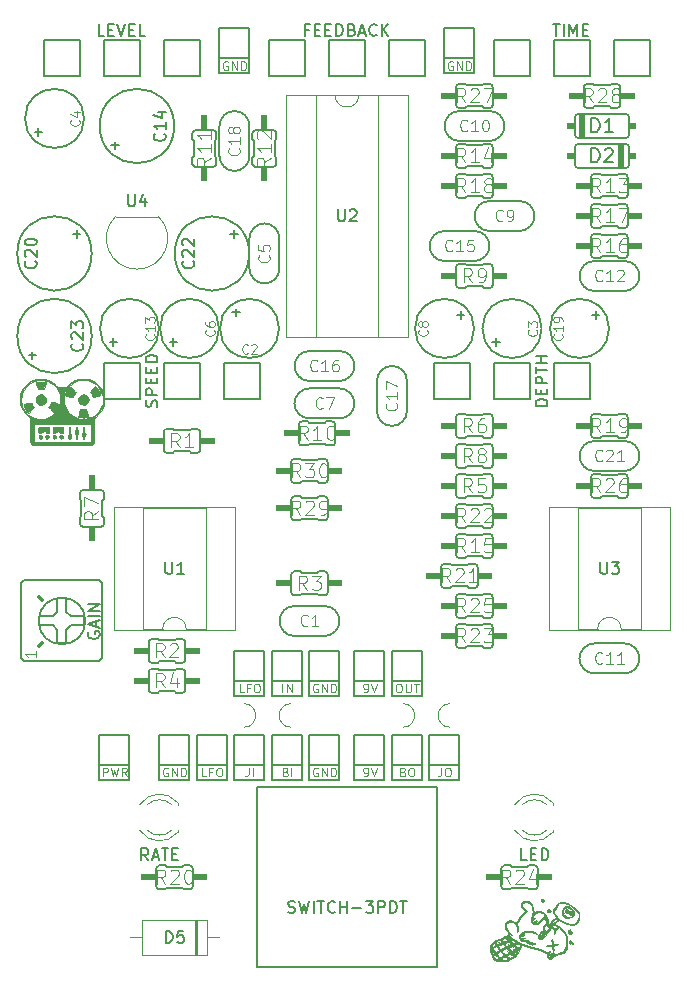
<source format=gbr>
G04 #@! TF.GenerationSoftware,KiCad,Pcbnew,(5.1.6-0-10_14)*
G04 #@! TF.CreationDate,2020-09-02T19:49:47+02:00*
G04 #@! TF.ProjectId,mag-echo,6d61672d-6563-4686-9f2e-6b696361645f,rev?*
G04 #@! TF.SameCoordinates,Original*
G04 #@! TF.FileFunction,Legend,Top*
G04 #@! TF.FilePolarity,Positive*
%FSLAX46Y46*%
G04 Gerber Fmt 4.6, Leading zero omitted, Abs format (unit mm)*
G04 Created by KiCad (PCBNEW (5.1.6-0-10_14)) date 2020-09-02 19:49:47*
%MOMM*%
%LPD*%
G01*
G04 APERTURE LIST*
%ADD10C,0.120000*%
%ADD11C,0.100000*%
%ADD12C,0.010000*%
%ADD13C,0.152400*%
%ADD14C,0.127000*%
%ADD15C,0.304800*%
%ADD16C,0.150000*%
%ADD17C,0.081280*%
%ADD18C,0.101600*%
%ADD19C,0.097536*%
G04 APERTURE END LIST*
D10*
X44105000Y-150177000D02*
X44105000Y-150021000D01*
X44105000Y-152493000D02*
X44105000Y-152337000D01*
X41503870Y-150177163D02*
G75*
G02*
X43585961Y-150177000I1041130J-1079837D01*
G01*
X41503870Y-152336837D02*
G75*
G03*
X43585961Y-152337000I1041130J1079837D01*
G01*
X40872665Y-150178392D02*
G75*
G02*
X44105000Y-150021484I1672335J-1078608D01*
G01*
X40872665Y-152335608D02*
G75*
G03*
X44105000Y-152492516I1672335J1078608D01*
G01*
X75855000Y-150177000D02*
X75855000Y-150021000D01*
X75855000Y-152493000D02*
X75855000Y-152337000D01*
X73253870Y-150177163D02*
G75*
G02*
X75335961Y-150177000I1041130J-1079837D01*
G01*
X73253870Y-152336837D02*
G75*
G03*
X75335961Y-152337000I1041130J1079837D01*
G01*
X72622665Y-150178392D02*
G75*
G02*
X75855000Y-150021484I1672335J-1078608D01*
G01*
X72622665Y-152335608D02*
G75*
G03*
X75855000Y-152492516I1672335J1078608D01*
G01*
D11*
X53689000Y-141621000D02*
G75*
G03*
X53689000Y-143621000I0J-1000000D01*
G01*
X49689000Y-143621000D02*
G75*
G03*
X49689000Y-141621000I0J1000000D01*
G01*
X67151000Y-141621000D02*
G75*
G03*
X67151000Y-143621000I0J-1000000D01*
G01*
X63151000Y-143621000D02*
G75*
G03*
X63151000Y-141621000I0J1000000D01*
G01*
D12*
G36*
X37201426Y-114834281D02*
G01*
X37266819Y-114912619D01*
X37339757Y-115023950D01*
X37411893Y-115151744D01*
X37474878Y-115279470D01*
X37520366Y-115390597D01*
X37540007Y-115468592D01*
X37534593Y-115494044D01*
X37488969Y-115513126D01*
X37393884Y-115541629D01*
X37270923Y-115574162D01*
X37141669Y-115605334D01*
X37027708Y-115629754D01*
X36950621Y-115642031D01*
X36939917Y-115642571D01*
X36910388Y-115612618D01*
X36867058Y-115537220D01*
X36848628Y-115498504D01*
X36792095Y-115393122D01*
X36731865Y-115309269D01*
X36717366Y-115294439D01*
X36688935Y-115263287D01*
X36683575Y-115229809D01*
X36707695Y-115181272D01*
X36767705Y-115104943D01*
X36870017Y-114988086D01*
X36873647Y-114984002D01*
X37096224Y-114733563D01*
X37201426Y-114834281D01*
G37*
X37201426Y-114834281D02*
X37266819Y-114912619D01*
X37339757Y-115023950D01*
X37411893Y-115151744D01*
X37474878Y-115279470D01*
X37520366Y-115390597D01*
X37540007Y-115468592D01*
X37534593Y-115494044D01*
X37488969Y-115513126D01*
X37393884Y-115541629D01*
X37270923Y-115574162D01*
X37141669Y-115605334D01*
X37027708Y-115629754D01*
X36950621Y-115642031D01*
X36939917Y-115642571D01*
X36910388Y-115612618D01*
X36867058Y-115537220D01*
X36848628Y-115498504D01*
X36792095Y-115393122D01*
X36731865Y-115309269D01*
X36717366Y-115294439D01*
X36688935Y-115263287D01*
X36683575Y-115229809D01*
X36707695Y-115181272D01*
X36767705Y-115104943D01*
X36870017Y-114988086D01*
X36873647Y-114984002D01*
X37096224Y-114733563D01*
X37201426Y-114834281D01*
G36*
X35234142Y-115005465D02*
G01*
X35332121Y-115110380D01*
X35407091Y-115196137D01*
X35447364Y-115249136D01*
X35451143Y-115258003D01*
X35431220Y-115301510D01*
X35381681Y-115376789D01*
X35364640Y-115400064D01*
X35301098Y-115497155D01*
X35257212Y-115585842D01*
X35253338Y-115597214D01*
X35232402Y-115642147D01*
X35194679Y-115666436D01*
X35127292Y-115670582D01*
X35017366Y-115655081D01*
X34852025Y-115620431D01*
X34822774Y-115613867D01*
X34693790Y-115583201D01*
X34621828Y-115558107D01*
X34592887Y-115529261D01*
X34592964Y-115487339D01*
X34598118Y-115464262D01*
X34660128Y-115290421D01*
X34758051Y-115104077D01*
X34872944Y-114940235D01*
X34896292Y-114913247D01*
X35017141Y-114779482D01*
X35234142Y-115005465D01*
G37*
X35234142Y-115005465D02*
X35332121Y-115110380D01*
X35407091Y-115196137D01*
X35447364Y-115249136D01*
X35451143Y-115258003D01*
X35431220Y-115301510D01*
X35381681Y-115376789D01*
X35364640Y-115400064D01*
X35301098Y-115497155D01*
X35257212Y-115585842D01*
X35253338Y-115597214D01*
X35232402Y-115642147D01*
X35194679Y-115666436D01*
X35127292Y-115670582D01*
X35017366Y-115655081D01*
X34852025Y-115620431D01*
X34822774Y-115613867D01*
X34693790Y-115583201D01*
X34621828Y-115558107D01*
X34592887Y-115529261D01*
X34592964Y-115487339D01*
X34598118Y-115464262D01*
X34660128Y-115290421D01*
X34758051Y-115104077D01*
X34872944Y-114940235D01*
X34896292Y-114913247D01*
X35017141Y-114779482D01*
X35234142Y-115005465D01*
G36*
X36222682Y-115448690D02*
G01*
X36302539Y-115475557D01*
X36377601Y-115538296D01*
X36415502Y-115578538D01*
X36499334Y-115687118D01*
X36535250Y-115787756D01*
X36539579Y-115850681D01*
X36508120Y-116027218D01*
X36422247Y-116168661D01*
X36294143Y-116265566D01*
X36135990Y-116308487D01*
X35971223Y-116291286D01*
X35827523Y-116215602D01*
X35723802Y-116089710D01*
X35672306Y-115930469D01*
X35668857Y-115875112D01*
X35679209Y-115760111D01*
X35720115Y-115668229D01*
X35793069Y-115578538D01*
X35876096Y-115496506D01*
X35949854Y-115456472D01*
X36048083Y-115443740D01*
X36104286Y-115443000D01*
X36222682Y-115448690D01*
G37*
X36222682Y-115448690D02*
X36302539Y-115475557D01*
X36377601Y-115538296D01*
X36415502Y-115578538D01*
X36499334Y-115687118D01*
X36535250Y-115787756D01*
X36539579Y-115850681D01*
X36508120Y-116027218D01*
X36422247Y-116168661D01*
X36294143Y-116265566D01*
X36135990Y-116308487D01*
X35971223Y-116291286D01*
X35827523Y-116215602D01*
X35723802Y-116089710D01*
X35672306Y-115930469D01*
X35668857Y-115875112D01*
X35679209Y-115760111D01*
X35720115Y-115668229D01*
X35793069Y-115578538D01*
X35876096Y-115496506D01*
X35949854Y-115456472D01*
X36048083Y-115443740D01*
X36104286Y-115443000D01*
X36222682Y-115448690D01*
G36*
X36449571Y-117008533D02*
G01*
X36490537Y-117145073D01*
X36521771Y-117253429D01*
X36538311Y-117316218D01*
X36539714Y-117324389D01*
X36505115Y-117343034D01*
X36407699Y-117364879D01*
X36257038Y-117387983D01*
X36176857Y-117397987D01*
X36088403Y-117399204D01*
X35964187Y-117390413D01*
X35893269Y-117382000D01*
X35782102Y-117363837D01*
X35703756Y-117345815D01*
X35681531Y-117336483D01*
X35682933Y-117295665D01*
X35702794Y-117202742D01*
X35737244Y-117074663D01*
X35754875Y-117015309D01*
X35847085Y-116713000D01*
X36359428Y-116713000D01*
X36449571Y-117008533D01*
G37*
X36449571Y-117008533D02*
X36490537Y-117145073D01*
X36521771Y-117253429D01*
X36538311Y-117316218D01*
X36539714Y-117324389D01*
X36505115Y-117343034D01*
X36407699Y-117364879D01*
X36257038Y-117387983D01*
X36176857Y-117397987D01*
X36088403Y-117399204D01*
X35964187Y-117390413D01*
X35893269Y-117382000D01*
X35782102Y-117363837D01*
X35703756Y-117345815D01*
X35681531Y-117336483D01*
X35682933Y-117295665D01*
X35702794Y-117202742D01*
X35737244Y-117074663D01*
X35754875Y-117015309D01*
X35847085Y-116713000D01*
X36359428Y-116713000D01*
X36449571Y-117008533D01*
G36*
X32659324Y-114352623D02*
G01*
X32809360Y-114372673D01*
X32892693Y-114395617D01*
X32909625Y-114424105D01*
X32903379Y-114494611D01*
X32872419Y-114616948D01*
X32842697Y-114714997D01*
X32747857Y-115017169D01*
X32487913Y-115017410D01*
X32227968Y-115017651D01*
X32135891Y-114723377D01*
X32090598Y-114567412D01*
X32071179Y-114468104D01*
X32076035Y-114414937D01*
X32087094Y-114402354D01*
X32180158Y-114370814D01*
X32321820Y-114351885D01*
X32489176Y-114345757D01*
X32659324Y-114352623D01*
G37*
X32659324Y-114352623D02*
X32809360Y-114372673D01*
X32892693Y-114395617D01*
X32909625Y-114424105D01*
X32903379Y-114494611D01*
X32872419Y-114616948D01*
X32842697Y-114714997D01*
X32747857Y-115017169D01*
X32487913Y-115017410D01*
X32227968Y-115017651D01*
X32135891Y-114723377D01*
X32090598Y-114567412D01*
X32071179Y-114468104D01*
X32076035Y-114414937D01*
X32087094Y-114402354D01*
X32180158Y-114370814D01*
X32321820Y-114351885D01*
X32489176Y-114345757D01*
X32659324Y-114352623D01*
G36*
X32657314Y-115468240D02*
G01*
X32795636Y-115563125D01*
X32804276Y-115572131D01*
X32895493Y-115714135D01*
X32924355Y-115864619D01*
X32897935Y-116010932D01*
X32823306Y-116140422D01*
X32707539Y-116240437D01*
X32557706Y-116298325D01*
X32395473Y-116303452D01*
X32257299Y-116252932D01*
X32148554Y-116150704D01*
X32077716Y-116014544D01*
X32053261Y-115862224D01*
X32083668Y-115711518D01*
X32098414Y-115680620D01*
X32206981Y-115543655D01*
X32346986Y-115460964D01*
X32502431Y-115435005D01*
X32657314Y-115468240D01*
G37*
X32657314Y-115468240D02*
X32795636Y-115563125D01*
X32804276Y-115572131D01*
X32895493Y-115714135D01*
X32924355Y-115864619D01*
X32897935Y-116010932D01*
X32823306Y-116140422D01*
X32707539Y-116240437D01*
X32557706Y-116298325D01*
X32395473Y-116303452D01*
X32257299Y-116252932D01*
X32148554Y-116150704D01*
X32077716Y-116014544D01*
X32053261Y-115862224D01*
X32083668Y-115711518D01*
X32098414Y-115680620D01*
X32206981Y-115543655D01*
X32346986Y-115460964D01*
X32502431Y-115435005D01*
X32657314Y-115468240D01*
G36*
X33456810Y-116068000D02*
G01*
X33554408Y-116092609D01*
X33684923Y-116122769D01*
X33718500Y-116130191D01*
X33883806Y-116172900D01*
X33976941Y-116212814D01*
X33999714Y-116242726D01*
X33980921Y-116330682D01*
X33931179Y-116449893D01*
X33860443Y-116584189D01*
X33778670Y-116717397D01*
X33695817Y-116833349D01*
X33621838Y-116915874D01*
X33566690Y-116948800D01*
X33564958Y-116948857D01*
X33529921Y-116923334D01*
X33460391Y-116855171D01*
X33368928Y-116756978D01*
X33328218Y-116711208D01*
X33119574Y-116473559D01*
X33195055Y-116393213D01*
X33259693Y-116305102D01*
X33320167Y-116193321D01*
X33327795Y-116175828D01*
X33368882Y-116094214D01*
X33403122Y-116054171D01*
X33411170Y-116053681D01*
X33456810Y-116068000D01*
G37*
X33456810Y-116068000D02*
X33554408Y-116092609D01*
X33684923Y-116122769D01*
X33718500Y-116130191D01*
X33883806Y-116172900D01*
X33976941Y-116212814D01*
X33999714Y-116242726D01*
X33980921Y-116330682D01*
X33931179Y-116449893D01*
X33860443Y-116584189D01*
X33778670Y-116717397D01*
X33695817Y-116833349D01*
X33621838Y-116915874D01*
X33566690Y-116948800D01*
X33564958Y-116948857D01*
X33529921Y-116923334D01*
X33460391Y-116855171D01*
X33368928Y-116756978D01*
X33328218Y-116711208D01*
X33119574Y-116473559D01*
X33195055Y-116393213D01*
X33259693Y-116305102D01*
X33320167Y-116193321D01*
X33327795Y-116175828D01*
X33368882Y-116094214D01*
X33403122Y-116054171D01*
X33411170Y-116053681D01*
X33456810Y-116068000D01*
G36*
X31684233Y-116141228D02*
G01*
X31711428Y-116178578D01*
X31713714Y-116201697D01*
X31733739Y-116256945D01*
X31784551Y-116343918D01*
X31817263Y-116391484D01*
X31920811Y-116534429D01*
X31696994Y-116782577D01*
X31473176Y-117030726D01*
X31358781Y-116886290D01*
X31264534Y-116750627D01*
X31169347Y-116586694D01*
X31089460Y-116424373D01*
X31045895Y-116310584D01*
X31040609Y-116272718D01*
X31060223Y-116244677D01*
X31117446Y-116220176D01*
X31224984Y-116192931D01*
X31329108Y-116170516D01*
X31503222Y-116138019D01*
X31618214Y-116127982D01*
X31684233Y-116141228D01*
G37*
X31684233Y-116141228D02*
X31711428Y-116178578D01*
X31713714Y-116201697D01*
X31733739Y-116256945D01*
X31784551Y-116343918D01*
X31817263Y-116391484D01*
X31920811Y-116534429D01*
X31696994Y-116782577D01*
X31473176Y-117030726D01*
X31358781Y-116886290D01*
X31264534Y-116750627D01*
X31169347Y-116586694D01*
X31089460Y-116424373D01*
X31045895Y-116310584D01*
X31040609Y-116272718D01*
X31060223Y-116244677D01*
X31117446Y-116220176D01*
X31224984Y-116192931D01*
X31329108Y-116170516D01*
X31503222Y-116138019D01*
X31618214Y-116127982D01*
X31684233Y-116141228D01*
G36*
X34362571Y-118731238D02*
G01*
X34226802Y-118719976D01*
X34120108Y-118693121D01*
X34079253Y-118635785D01*
X34104264Y-118548070D01*
X34161725Y-118467754D01*
X34215992Y-118392495D01*
X34236877Y-118340744D01*
X34234271Y-118332461D01*
X34200408Y-118344001D01*
X34140865Y-118399149D01*
X34110580Y-118434111D01*
X34029452Y-118512574D01*
X33948487Y-118559365D01*
X33925944Y-118564328D01*
X33840573Y-118596342D01*
X33779256Y-118648664D01*
X33681817Y-118714574D01*
X33603826Y-118726857D01*
X33491714Y-118726857D01*
X33491714Y-118218857D01*
X34362571Y-118218857D01*
X34362571Y-118731238D01*
G37*
X34362571Y-118731238D02*
X34226802Y-118719976D01*
X34120108Y-118693121D01*
X34079253Y-118635785D01*
X34104264Y-118548070D01*
X34161725Y-118467754D01*
X34215992Y-118392495D01*
X34236877Y-118340744D01*
X34234271Y-118332461D01*
X34200408Y-118344001D01*
X34140865Y-118399149D01*
X34110580Y-118434111D01*
X34029452Y-118512574D01*
X33948487Y-118559365D01*
X33925944Y-118564328D01*
X33840573Y-118596342D01*
X33779256Y-118648664D01*
X33681817Y-118714574D01*
X33603826Y-118726857D01*
X33491714Y-118726857D01*
X33491714Y-118218857D01*
X34362571Y-118218857D01*
X34362571Y-118731238D01*
G36*
X33194015Y-118481929D02*
G01*
X33204744Y-118726857D01*
X33061826Y-118726857D01*
X32947413Y-118711169D01*
X32897393Y-118663193D01*
X32911247Y-118581560D01*
X32970771Y-118487408D01*
X33024748Y-118407323D01*
X33048549Y-118352645D01*
X33046867Y-118342486D01*
X33015686Y-118356598D01*
X32959022Y-118414699D01*
X32927328Y-118454056D01*
X32851688Y-118535115D01*
X32790179Y-118567346D01*
X32776506Y-118565662D01*
X32719131Y-118575972D01*
X32645401Y-118626854D01*
X32635336Y-118636508D01*
X32547400Y-118696220D01*
X32447847Y-118725075D01*
X32360619Y-118720087D01*
X32309661Y-118678270D01*
X32309229Y-118677175D01*
X32300404Y-118614508D01*
X32298537Y-118508042D01*
X32301296Y-118432246D01*
X32312428Y-118237000D01*
X33183286Y-118237000D01*
X33194015Y-118481929D01*
G37*
X33194015Y-118481929D02*
X33204744Y-118726857D01*
X33061826Y-118726857D01*
X32947413Y-118711169D01*
X32897393Y-118663193D01*
X32911247Y-118581560D01*
X32970771Y-118487408D01*
X33024748Y-118407323D01*
X33048549Y-118352645D01*
X33046867Y-118342486D01*
X33015686Y-118356598D01*
X32959022Y-118414699D01*
X32927328Y-118454056D01*
X32851688Y-118535115D01*
X32790179Y-118567346D01*
X32776506Y-118565662D01*
X32719131Y-118575972D01*
X32645401Y-118626854D01*
X32635336Y-118636508D01*
X32547400Y-118696220D01*
X32447847Y-118725075D01*
X32360619Y-118720087D01*
X32309661Y-118678270D01*
X32309229Y-118677175D01*
X32300404Y-118614508D01*
X32298537Y-118508042D01*
X32301296Y-118432246D01*
X32312428Y-118237000D01*
X33183286Y-118237000D01*
X33194015Y-118481929D01*
G36*
X34310718Y-118907801D02*
G01*
X34319029Y-118915543D01*
X34358831Y-118997237D01*
X34350531Y-119089391D01*
X34297835Y-119157879D01*
X34292385Y-119161009D01*
X34229303Y-119191268D01*
X34185232Y-119188731D01*
X34126659Y-119147904D01*
X34104825Y-119130263D01*
X34048145Y-119072644D01*
X34044719Y-119015215D01*
X34063741Y-118966977D01*
X34130427Y-118892543D01*
X34221919Y-118870970D01*
X34310718Y-118907801D01*
G37*
X34310718Y-118907801D02*
X34319029Y-118915543D01*
X34358831Y-118997237D01*
X34350531Y-119089391D01*
X34297835Y-119157879D01*
X34292385Y-119161009D01*
X34229303Y-119191268D01*
X34185232Y-119188731D01*
X34126659Y-119147904D01*
X34104825Y-119130263D01*
X34048145Y-119072644D01*
X34044719Y-119015215D01*
X34063741Y-118966977D01*
X34130427Y-118892543D01*
X34221919Y-118870970D01*
X34310718Y-118907801D01*
G36*
X33723605Y-118897323D02*
G01*
X33762423Y-118931264D01*
X33776041Y-118997211D01*
X33761433Y-119093883D01*
X33707516Y-119169831D01*
X33636857Y-119198571D01*
X33592818Y-119179512D01*
X33549965Y-119151425D01*
X33499852Y-119071522D01*
X33497673Y-118997211D01*
X33514434Y-118924766D01*
X33558047Y-118895297D01*
X33636857Y-118890143D01*
X33723605Y-118897323D01*
G37*
X33723605Y-118897323D02*
X33762423Y-118931264D01*
X33776041Y-118997211D01*
X33761433Y-119093883D01*
X33707516Y-119169831D01*
X33636857Y-119198571D01*
X33592818Y-119179512D01*
X33549965Y-119151425D01*
X33499852Y-119071522D01*
X33497673Y-118997211D01*
X33514434Y-118924766D01*
X33558047Y-118895297D01*
X33636857Y-118890143D01*
X33723605Y-118897323D01*
G36*
X33137703Y-118899283D02*
G01*
X33191145Y-118967363D01*
X33190958Y-119055586D01*
X33135071Y-119138519D01*
X33051840Y-119192071D01*
X32979285Y-119180332D01*
X32931877Y-119141551D01*
X32880197Y-119050716D01*
X32888409Y-118961326D01*
X32948088Y-118894751D01*
X33038143Y-118872000D01*
X33137703Y-118899283D01*
G37*
X33137703Y-118899283D02*
X33191145Y-118967363D01*
X33190958Y-119055586D01*
X33135071Y-119138519D01*
X33051840Y-119192071D01*
X32979285Y-119180332D01*
X32931877Y-119141551D01*
X32880197Y-119050716D01*
X32888409Y-118961326D01*
X32948088Y-118894751D01*
X33038143Y-118872000D01*
X33137703Y-118899283D01*
G36*
X32552146Y-118895521D02*
G01*
X32608800Y-118960445D01*
X32620857Y-119021808D01*
X32597190Y-119093073D01*
X32543096Y-119162199D01*
X32483938Y-119197993D01*
X32477142Y-119198571D01*
X32430212Y-119177788D01*
X32363110Y-119130263D01*
X32306431Y-119072644D01*
X32303004Y-119015215D01*
X32322027Y-118966977D01*
X32385426Y-118894506D01*
X32469910Y-118872114D01*
X32552146Y-118895521D01*
G37*
X32552146Y-118895521D02*
X32608800Y-118960445D01*
X32620857Y-119021808D01*
X32597190Y-119093073D01*
X32543096Y-119162199D01*
X32483938Y-119197993D01*
X32477142Y-119198571D01*
X32430212Y-119177788D01*
X32363110Y-119130263D01*
X32306431Y-119072644D01*
X32303004Y-119015215D01*
X32322027Y-118966977D01*
X32385426Y-118894506D01*
X32469910Y-118872114D01*
X32552146Y-118895521D01*
G36*
X36123783Y-118215487D02*
G01*
X36136940Y-118300867D01*
X36140571Y-118392221D01*
X36146787Y-118525632D01*
X36169340Y-118609181D01*
X36213143Y-118664009D01*
X36269328Y-118745237D01*
X36285714Y-118815940D01*
X36256512Y-118905408D01*
X36213143Y-118944571D01*
X36156548Y-119006537D01*
X36140571Y-119109134D01*
X36131372Y-119192568D01*
X36108779Y-119233891D01*
X36104286Y-119234857D01*
X36080387Y-119202939D01*
X36068345Y-119124367D01*
X36068000Y-119106718D01*
X36052411Y-119003819D01*
X36013571Y-118957693D01*
X35972451Y-118905651D01*
X35959143Y-118812550D01*
X35975027Y-118712580D01*
X36013571Y-118667408D01*
X36045675Y-118633367D01*
X36062878Y-118553588D01*
X36068000Y-118414966D01*
X36068000Y-118414546D01*
X36073204Y-118292834D01*
X36086951Y-118209675D01*
X36104286Y-118182571D01*
X36123783Y-118215487D01*
G37*
X36123783Y-118215487D02*
X36136940Y-118300867D01*
X36140571Y-118392221D01*
X36146787Y-118525632D01*
X36169340Y-118609181D01*
X36213143Y-118664009D01*
X36269328Y-118745237D01*
X36285714Y-118815940D01*
X36256512Y-118905408D01*
X36213143Y-118944571D01*
X36156548Y-119006537D01*
X36140571Y-119109134D01*
X36131372Y-119192568D01*
X36108779Y-119233891D01*
X36104286Y-119234857D01*
X36080387Y-119202939D01*
X36068345Y-119124367D01*
X36068000Y-119106718D01*
X36052411Y-119003819D01*
X36013571Y-118957693D01*
X35972451Y-118905651D01*
X35959143Y-118812550D01*
X35975027Y-118712580D01*
X36013571Y-118667408D01*
X36045675Y-118633367D01*
X36062878Y-118553588D01*
X36068000Y-118414966D01*
X36068000Y-118414546D01*
X36073204Y-118292834D01*
X36086951Y-118209675D01*
X36104286Y-118182571D01*
X36123783Y-118215487D01*
G36*
X35547996Y-118214398D02*
G01*
X35559787Y-118292352D01*
X35560000Y-118305689D01*
X35575972Y-118404796D01*
X35614429Y-118449693D01*
X35655606Y-118502319D01*
X35668857Y-118599857D01*
X35653353Y-118703612D01*
X35614429Y-118750021D01*
X35582325Y-118784061D01*
X35565122Y-118863840D01*
X35560000Y-119002462D01*
X35560000Y-119002882D01*
X35554796Y-119124594D01*
X35541048Y-119207754D01*
X35523714Y-119234857D01*
X35504676Y-119201588D01*
X35491668Y-119113700D01*
X35487429Y-119002882D01*
X35482332Y-118864101D01*
X35465162Y-118784195D01*
X35433098Y-118750059D01*
X35433000Y-118750021D01*
X35391822Y-118697395D01*
X35378571Y-118599857D01*
X35394075Y-118496103D01*
X35433000Y-118449693D01*
X35474104Y-118397791D01*
X35487429Y-118305689D01*
X35496809Y-118223301D01*
X35519784Y-118183294D01*
X35523714Y-118182571D01*
X35547996Y-118214398D01*
G37*
X35547996Y-118214398D02*
X35559787Y-118292352D01*
X35560000Y-118305689D01*
X35575972Y-118404796D01*
X35614429Y-118449693D01*
X35655606Y-118502319D01*
X35668857Y-118599857D01*
X35653353Y-118703612D01*
X35614429Y-118750021D01*
X35582325Y-118784061D01*
X35565122Y-118863840D01*
X35560000Y-119002462D01*
X35560000Y-119002882D01*
X35554796Y-119124594D01*
X35541048Y-119207754D01*
X35523714Y-119234857D01*
X35504676Y-119201588D01*
X35491668Y-119113700D01*
X35487429Y-119002882D01*
X35482332Y-118864101D01*
X35465162Y-118784195D01*
X35433098Y-118750059D01*
X35433000Y-118750021D01*
X35391822Y-118697395D01*
X35378571Y-118599857D01*
X35394075Y-118496103D01*
X35433000Y-118449693D01*
X35474104Y-118397791D01*
X35487429Y-118305689D01*
X35496809Y-118223301D01*
X35519784Y-118183294D01*
X35523714Y-118182571D01*
X35547996Y-118214398D01*
G36*
X34957383Y-118203451D02*
G01*
X34971698Y-118264006D01*
X34978435Y-118382348D01*
X34979429Y-118484094D01*
X34982370Y-118643123D01*
X34992623Y-118742702D01*
X35012332Y-118795770D01*
X35033857Y-118812550D01*
X35075035Y-118865176D01*
X35088286Y-118962714D01*
X35072782Y-119066469D01*
X35033857Y-119112878D01*
X34985632Y-119158565D01*
X34979429Y-119184311D01*
X34963491Y-119230777D01*
X34918359Y-119214374D01*
X34848055Y-119136753D01*
X34841109Y-119127469D01*
X34773996Y-119002458D01*
X34771209Y-118899252D01*
X34814728Y-118836888D01*
X34847104Y-118776871D01*
X34868205Y-118656420D01*
X34878228Y-118499723D01*
X34890215Y-118326019D01*
X34911143Y-118222768D01*
X34934071Y-118191540D01*
X34957383Y-118203451D01*
G37*
X34957383Y-118203451D02*
X34971698Y-118264006D01*
X34978435Y-118382348D01*
X34979429Y-118484094D01*
X34982370Y-118643123D01*
X34992623Y-118742702D01*
X35012332Y-118795770D01*
X35033857Y-118812550D01*
X35075035Y-118865176D01*
X35088286Y-118962714D01*
X35072782Y-119066469D01*
X35033857Y-119112878D01*
X34985632Y-119158565D01*
X34979429Y-119184311D01*
X34963491Y-119230777D01*
X34918359Y-119214374D01*
X34848055Y-119136753D01*
X34841109Y-119127469D01*
X34773996Y-119002458D01*
X34771209Y-118899252D01*
X34814728Y-118836888D01*
X34847104Y-118776871D01*
X34868205Y-118656420D01*
X34878228Y-118499723D01*
X34890215Y-118326019D01*
X34911143Y-118222768D01*
X34934071Y-118191540D01*
X34957383Y-118203451D01*
G36*
X32793073Y-114131149D02*
G01*
X33118332Y-114221548D01*
X33428306Y-114375038D01*
X33714378Y-114591672D01*
X33732320Y-114608297D01*
X33945194Y-114808000D01*
X34672072Y-114808000D01*
X34834822Y-114638932D01*
X35100767Y-114409003D01*
X35393472Y-114245516D01*
X35716676Y-114146915D01*
X36074121Y-114111646D01*
X36104286Y-114111514D01*
X36467736Y-114145363D01*
X36800156Y-114244596D01*
X37099760Y-114408176D01*
X37364760Y-114635069D01*
X37593369Y-114924238D01*
X37642737Y-115002983D01*
X37781983Y-115302962D01*
X37857265Y-115621860D01*
X37870923Y-115949091D01*
X37825295Y-116274068D01*
X37722722Y-116586208D01*
X37565543Y-116874924D01*
X37356096Y-117129630D01*
X37131432Y-117316528D01*
X36975143Y-117424058D01*
X36975143Y-118521772D01*
X36974271Y-118861545D01*
X36971525Y-119133923D01*
X36966709Y-119344062D01*
X36959624Y-119497117D01*
X36950075Y-119598245D01*
X36937865Y-119652601D01*
X36931600Y-119663029D01*
X36905170Y-119671851D01*
X36842207Y-119679513D01*
X36738925Y-119686077D01*
X36591542Y-119691604D01*
X36396274Y-119696158D01*
X36149336Y-119699799D01*
X35846946Y-119702591D01*
X35485318Y-119704596D01*
X35060670Y-119705875D01*
X34569217Y-119706492D01*
X34284019Y-119706571D01*
X33786765Y-119706523D01*
X33357067Y-119706288D01*
X32989911Y-119705734D01*
X32680281Y-119704728D01*
X32423164Y-119703136D01*
X32213544Y-119700825D01*
X32046406Y-119697661D01*
X31916736Y-119693513D01*
X31819519Y-119688245D01*
X31749739Y-119681726D01*
X31702383Y-119673821D01*
X31672435Y-119664398D01*
X31654880Y-119653323D01*
X31644704Y-119640464D01*
X31642419Y-119636385D01*
X31630842Y-119577585D01*
X31621190Y-119451080D01*
X31613623Y-119261715D01*
X31608302Y-119014336D01*
X31605387Y-118713787D01*
X31604857Y-118497745D01*
X31604857Y-117964857D01*
X31895143Y-117964857D01*
X31895143Y-119452571D01*
X36721143Y-119452571D01*
X36721143Y-117964857D01*
X31895143Y-117964857D01*
X31604857Y-117964857D01*
X31604857Y-117429290D01*
X31410283Y-117282385D01*
X31157718Y-117048974D01*
X30961897Y-116778808D01*
X30823413Y-116481106D01*
X30742859Y-116165089D01*
X30723307Y-115876547D01*
X30861000Y-115876547D01*
X30862130Y-116065773D01*
X30867674Y-116201873D01*
X30880860Y-116304280D01*
X30904918Y-116392429D01*
X30943076Y-116485756D01*
X30972845Y-116549714D01*
X31139289Y-116826776D01*
X31355349Y-117071493D01*
X31607915Y-117272545D01*
X31883876Y-117418614D01*
X32040286Y-117471257D01*
X32279471Y-117513583D01*
X32539791Y-117524141D01*
X32786766Y-117502575D01*
X32893000Y-117480031D01*
X33208987Y-117360472D01*
X33487919Y-117185495D01*
X33724603Y-116963568D01*
X33913845Y-116703157D01*
X34050454Y-116412731D01*
X34129236Y-116100757D01*
X34135337Y-115974934D01*
X34447722Y-115974934D01*
X34466109Y-116127009D01*
X34556473Y-116455905D01*
X34704266Y-116750352D01*
X34901720Y-117005239D01*
X35141071Y-117215457D01*
X35414552Y-117375896D01*
X35714397Y-117481445D01*
X36032839Y-117526995D01*
X36362112Y-117507435D01*
X36515054Y-117475173D01*
X36779691Y-117386113D01*
X37003903Y-117261692D01*
X37202465Y-117099705D01*
X37440765Y-116831963D01*
X37614346Y-116538439D01*
X37721776Y-116225782D01*
X37761621Y-115900642D01*
X37732450Y-115569670D01*
X37632828Y-115239514D01*
X37613164Y-115193705D01*
X37448269Y-114907132D01*
X37235161Y-114667176D01*
X36983183Y-114476311D01*
X36701680Y-114337010D01*
X36399994Y-114251750D01*
X36087469Y-114223004D01*
X35773448Y-114253246D01*
X35467275Y-114344952D01*
X35178292Y-114500595D01*
X35128641Y-114535725D01*
X34875581Y-114764035D01*
X34676906Y-115031844D01*
X34536670Y-115329419D01*
X34458925Y-115647027D01*
X34447722Y-115974934D01*
X34135337Y-115974934D01*
X34144999Y-115775701D01*
X34106375Y-115501484D01*
X34001768Y-115202414D01*
X33834985Y-114922004D01*
X33616152Y-114672672D01*
X33355397Y-114466837D01*
X33183286Y-114369504D01*
X33072294Y-114316944D01*
X32982257Y-114281832D01*
X32893571Y-114260654D01*
X32786636Y-114249895D01*
X32641851Y-114246043D01*
X32491975Y-114245571D01*
X32305820Y-114246353D01*
X32172387Y-114251211D01*
X32071825Y-114263916D01*
X31984286Y-114288238D01*
X31889920Y-114327948D01*
X31781662Y-114380496D01*
X31481565Y-114565896D01*
X31234529Y-114800326D01*
X31037323Y-115087020D01*
X30995925Y-115166234D01*
X30938978Y-115283991D01*
X30900842Y-115376900D01*
X30877747Y-115464808D01*
X30865922Y-115567566D01*
X30861596Y-115705024D01*
X30861000Y-115876547D01*
X30723307Y-115876547D01*
X30720829Y-115839978D01*
X30757918Y-115514993D01*
X30854718Y-115199356D01*
X31011824Y-114902286D01*
X31229828Y-114633005D01*
X31239097Y-114623669D01*
X31511526Y-114399407D01*
X31811756Y-114237971D01*
X32131168Y-114139414D01*
X32461146Y-114103789D01*
X32793073Y-114131149D01*
G37*
X32793073Y-114131149D02*
X33118332Y-114221548D01*
X33428306Y-114375038D01*
X33714378Y-114591672D01*
X33732320Y-114608297D01*
X33945194Y-114808000D01*
X34672072Y-114808000D01*
X34834822Y-114638932D01*
X35100767Y-114409003D01*
X35393472Y-114245516D01*
X35716676Y-114146915D01*
X36074121Y-114111646D01*
X36104286Y-114111514D01*
X36467736Y-114145363D01*
X36800156Y-114244596D01*
X37099760Y-114408176D01*
X37364760Y-114635069D01*
X37593369Y-114924238D01*
X37642737Y-115002983D01*
X37781983Y-115302962D01*
X37857265Y-115621860D01*
X37870923Y-115949091D01*
X37825295Y-116274068D01*
X37722722Y-116586208D01*
X37565543Y-116874924D01*
X37356096Y-117129630D01*
X37131432Y-117316528D01*
X36975143Y-117424058D01*
X36975143Y-118521772D01*
X36974271Y-118861545D01*
X36971525Y-119133923D01*
X36966709Y-119344062D01*
X36959624Y-119497117D01*
X36950075Y-119598245D01*
X36937865Y-119652601D01*
X36931600Y-119663029D01*
X36905170Y-119671851D01*
X36842207Y-119679513D01*
X36738925Y-119686077D01*
X36591542Y-119691604D01*
X36396274Y-119696158D01*
X36149336Y-119699799D01*
X35846946Y-119702591D01*
X35485318Y-119704596D01*
X35060670Y-119705875D01*
X34569217Y-119706492D01*
X34284019Y-119706571D01*
X33786765Y-119706523D01*
X33357067Y-119706288D01*
X32989911Y-119705734D01*
X32680281Y-119704728D01*
X32423164Y-119703136D01*
X32213544Y-119700825D01*
X32046406Y-119697661D01*
X31916736Y-119693513D01*
X31819519Y-119688245D01*
X31749739Y-119681726D01*
X31702383Y-119673821D01*
X31672435Y-119664398D01*
X31654880Y-119653323D01*
X31644704Y-119640464D01*
X31642419Y-119636385D01*
X31630842Y-119577585D01*
X31621190Y-119451080D01*
X31613623Y-119261715D01*
X31608302Y-119014336D01*
X31605387Y-118713787D01*
X31604857Y-118497745D01*
X31604857Y-117964857D01*
X31895143Y-117964857D01*
X31895143Y-119452571D01*
X36721143Y-119452571D01*
X36721143Y-117964857D01*
X31895143Y-117964857D01*
X31604857Y-117964857D01*
X31604857Y-117429290D01*
X31410283Y-117282385D01*
X31157718Y-117048974D01*
X30961897Y-116778808D01*
X30823413Y-116481106D01*
X30742859Y-116165089D01*
X30723307Y-115876547D01*
X30861000Y-115876547D01*
X30862130Y-116065773D01*
X30867674Y-116201873D01*
X30880860Y-116304280D01*
X30904918Y-116392429D01*
X30943076Y-116485756D01*
X30972845Y-116549714D01*
X31139289Y-116826776D01*
X31355349Y-117071493D01*
X31607915Y-117272545D01*
X31883876Y-117418614D01*
X32040286Y-117471257D01*
X32279471Y-117513583D01*
X32539791Y-117524141D01*
X32786766Y-117502575D01*
X32893000Y-117480031D01*
X33208987Y-117360472D01*
X33487919Y-117185495D01*
X33724603Y-116963568D01*
X33913845Y-116703157D01*
X34050454Y-116412731D01*
X34129236Y-116100757D01*
X34135337Y-115974934D01*
X34447722Y-115974934D01*
X34466109Y-116127009D01*
X34556473Y-116455905D01*
X34704266Y-116750352D01*
X34901720Y-117005239D01*
X35141071Y-117215457D01*
X35414552Y-117375896D01*
X35714397Y-117481445D01*
X36032839Y-117526995D01*
X36362112Y-117507435D01*
X36515054Y-117475173D01*
X36779691Y-117386113D01*
X37003903Y-117261692D01*
X37202465Y-117099705D01*
X37440765Y-116831963D01*
X37614346Y-116538439D01*
X37721776Y-116225782D01*
X37761621Y-115900642D01*
X37732450Y-115569670D01*
X37632828Y-115239514D01*
X37613164Y-115193705D01*
X37448269Y-114907132D01*
X37235161Y-114667176D01*
X36983183Y-114476311D01*
X36701680Y-114337010D01*
X36399994Y-114251750D01*
X36087469Y-114223004D01*
X35773448Y-114253246D01*
X35467275Y-114344952D01*
X35178292Y-114500595D01*
X35128641Y-114535725D01*
X34875581Y-114764035D01*
X34676906Y-115031844D01*
X34536670Y-115329419D01*
X34458925Y-115647027D01*
X34447722Y-115974934D01*
X34135337Y-115974934D01*
X34144999Y-115775701D01*
X34106375Y-115501484D01*
X34001768Y-115202414D01*
X33834985Y-114922004D01*
X33616152Y-114672672D01*
X33355397Y-114466837D01*
X33183286Y-114369504D01*
X33072294Y-114316944D01*
X32982257Y-114281832D01*
X32893571Y-114260654D01*
X32786636Y-114249895D01*
X32641851Y-114246043D01*
X32491975Y-114245571D01*
X32305820Y-114246353D01*
X32172387Y-114251211D01*
X32071825Y-114263916D01*
X31984286Y-114288238D01*
X31889920Y-114327948D01*
X31781662Y-114380496D01*
X31481565Y-114565896D01*
X31234529Y-114800326D01*
X31037323Y-115087020D01*
X30995925Y-115166234D01*
X30938978Y-115283991D01*
X30900842Y-115376900D01*
X30877747Y-115464808D01*
X30865922Y-115567566D01*
X30861596Y-115705024D01*
X30861000Y-115876547D01*
X30723307Y-115876547D01*
X30720829Y-115839978D01*
X30757918Y-115514993D01*
X30854718Y-115199356D01*
X31011824Y-114902286D01*
X31229828Y-114633005D01*
X31239097Y-114623669D01*
X31511526Y-114399407D01*
X31811756Y-114237971D01*
X32131168Y-114139414D01*
X32461146Y-114103789D01*
X32793073Y-114131149D01*
G36*
X77076392Y-158985811D02*
G01*
X77153493Y-159059254D01*
X77174760Y-159169260D01*
X77168487Y-159196842D01*
X77095834Y-159306501D01*
X76987944Y-159326354D01*
X76909912Y-159288740D01*
X76853218Y-159195123D01*
X76868430Y-159082595D01*
X76946760Y-158993986D01*
X76972952Y-158981426D01*
X77076392Y-158985811D01*
G37*
X77076392Y-158985811D02*
X77153493Y-159059254D01*
X77174760Y-159169260D01*
X77168487Y-159196842D01*
X77095834Y-159306501D01*
X76987944Y-159326354D01*
X76909912Y-159288740D01*
X76853218Y-159195123D01*
X76868430Y-159082595D01*
X76946760Y-158993986D01*
X76972952Y-158981426D01*
X77076392Y-158985811D01*
G36*
X77484272Y-159191296D02*
G01*
X77513855Y-159281485D01*
X77463287Y-159404568D01*
X77362060Y-159496831D01*
X77263966Y-159495508D01*
X77197010Y-159422377D01*
X77184172Y-159308414D01*
X77246362Y-159208448D01*
X77359234Y-159157625D01*
X77381265Y-159156400D01*
X77484272Y-159191296D01*
G37*
X77484272Y-159191296D02*
X77513855Y-159281485D01*
X77463287Y-159404568D01*
X77362060Y-159496831D01*
X77263966Y-159495508D01*
X77197010Y-159422377D01*
X77184172Y-159308414D01*
X77246362Y-159208448D01*
X77359234Y-159157625D01*
X77381265Y-159156400D01*
X77484272Y-159191296D01*
G36*
X77312830Y-158845423D02*
G01*
X77508100Y-159013504D01*
X77613129Y-159181010D01*
X77642630Y-159357906D01*
X77603764Y-159520809D01*
X77503691Y-159646338D01*
X77349571Y-159711110D01*
X77293219Y-159715200D01*
X77176641Y-159731061D01*
X77114400Y-159766000D01*
X77046076Y-159809906D01*
X76922316Y-159791520D01*
X76847700Y-159764416D01*
X76759293Y-159700241D01*
X76733400Y-159640636D01*
X76711935Y-159571914D01*
X76693043Y-159562800D01*
X76670061Y-159516783D01*
X76666472Y-159492308D01*
X76700441Y-159492308D01*
X76747517Y-159511173D01*
X76784200Y-159512000D01*
X76861326Y-159523139D01*
X76851176Y-159567908D01*
X76838753Y-159583677D01*
X76808979Y-159660024D01*
X76829411Y-159686345D01*
X76891109Y-159674590D01*
X76931933Y-159627368D01*
X76970421Y-159573999D01*
X76984941Y-159608580D01*
X76987470Y-159664400D01*
X76995771Y-159749359D01*
X77025046Y-159743464D01*
X77054467Y-159707489D01*
X77161424Y-159645630D01*
X77248797Y-159648525D01*
X77364833Y-159642507D01*
X77467032Y-159560832D01*
X77488145Y-159535084D01*
X77577427Y-159382310D01*
X77579766Y-159244836D01*
X77492157Y-159101450D01*
X77415582Y-159022698D01*
X77225088Y-158888741D01*
X77041606Y-158843614D01*
X76879343Y-158886934D01*
X76752507Y-159018319D01*
X76739843Y-159040929D01*
X76706084Y-159157019D01*
X76741882Y-159252704D01*
X76777397Y-159349577D01*
X76736823Y-159431674D01*
X76700441Y-159492308D01*
X76666472Y-159492308D01*
X76652620Y-159397858D01*
X76646002Y-159277331D01*
X76649744Y-159097515D01*
X76678515Y-158980577D01*
X76742911Y-158888828D01*
X76760250Y-158870931D01*
X76926011Y-158766572D01*
X77112589Y-158758523D01*
X77312830Y-158845423D01*
G37*
X77312830Y-158845423D02*
X77508100Y-159013504D01*
X77613129Y-159181010D01*
X77642630Y-159357906D01*
X77603764Y-159520809D01*
X77503691Y-159646338D01*
X77349571Y-159711110D01*
X77293219Y-159715200D01*
X77176641Y-159731061D01*
X77114400Y-159766000D01*
X77046076Y-159809906D01*
X76922316Y-159791520D01*
X76847700Y-159764416D01*
X76759293Y-159700241D01*
X76733400Y-159640636D01*
X76711935Y-159571914D01*
X76693043Y-159562800D01*
X76670061Y-159516783D01*
X76666472Y-159492308D01*
X76700441Y-159492308D01*
X76747517Y-159511173D01*
X76784200Y-159512000D01*
X76861326Y-159523139D01*
X76851176Y-159567908D01*
X76838753Y-159583677D01*
X76808979Y-159660024D01*
X76829411Y-159686345D01*
X76891109Y-159674590D01*
X76931933Y-159627368D01*
X76970421Y-159573999D01*
X76984941Y-159608580D01*
X76987470Y-159664400D01*
X76995771Y-159749359D01*
X77025046Y-159743464D01*
X77054467Y-159707489D01*
X77161424Y-159645630D01*
X77248797Y-159648525D01*
X77364833Y-159642507D01*
X77467032Y-159560832D01*
X77488145Y-159535084D01*
X77577427Y-159382310D01*
X77579766Y-159244836D01*
X77492157Y-159101450D01*
X77415582Y-159022698D01*
X77225088Y-158888741D01*
X77041606Y-158843614D01*
X76879343Y-158886934D01*
X76752507Y-159018319D01*
X76739843Y-159040929D01*
X76706084Y-159157019D01*
X76741882Y-159252704D01*
X76777397Y-159349577D01*
X76736823Y-159431674D01*
X76700441Y-159492308D01*
X76666472Y-159492308D01*
X76652620Y-159397858D01*
X76646002Y-159277331D01*
X76649744Y-159097515D01*
X76678515Y-158980577D01*
X76742911Y-158888828D01*
X76760250Y-158870931D01*
X76926011Y-158766572D01*
X77112589Y-158758523D01*
X77312830Y-158845423D01*
G36*
X71297800Y-161823400D02*
G01*
X71272400Y-161848800D01*
X71247000Y-161823400D01*
X71272400Y-161798000D01*
X71297800Y-161823400D01*
G37*
X71297800Y-161823400D02*
X71272400Y-161848800D01*
X71247000Y-161823400D01*
X71272400Y-161798000D01*
X71297800Y-161823400D01*
G36*
X72110600Y-162026600D02*
G01*
X72085200Y-162052000D01*
X72059800Y-162026600D01*
X72085200Y-162001200D01*
X72110600Y-162026600D01*
G37*
X72110600Y-162026600D02*
X72085200Y-162052000D01*
X72059800Y-162026600D01*
X72085200Y-162001200D01*
X72110600Y-162026600D01*
G36*
X72517000Y-162179000D02*
G01*
X72491600Y-162204400D01*
X72466200Y-162179000D01*
X72491600Y-162153600D01*
X72517000Y-162179000D01*
G37*
X72517000Y-162179000D02*
X72491600Y-162204400D01*
X72466200Y-162179000D01*
X72491600Y-162153600D01*
X72517000Y-162179000D01*
G36*
X72661550Y-162631349D02*
G01*
X72716087Y-162682499D01*
X72704899Y-162711905D01*
X72697798Y-162712400D01*
X72654830Y-162676317D01*
X72639149Y-162653750D01*
X72633161Y-162618988D01*
X72661550Y-162631349D01*
G37*
X72661550Y-162631349D02*
X72716087Y-162682499D01*
X72704899Y-162711905D01*
X72697798Y-162712400D01*
X72654830Y-162676317D01*
X72639149Y-162653750D01*
X72633161Y-162618988D01*
X72661550Y-162631349D01*
G36*
X74069153Y-160868134D02*
G01*
X74312057Y-160943225D01*
X74343068Y-160958387D01*
X74464907Y-161034965D01*
X74494965Y-161081915D01*
X74441129Y-161089344D01*
X74311283Y-161047358D01*
X74282300Y-161034631D01*
X74020500Y-160957471D01*
X73734709Y-160939938D01*
X73470708Y-160983566D01*
X73410569Y-161005416D01*
X73282234Y-161070195D01*
X73209392Y-161127714D01*
X73201841Y-161164303D01*
X73269375Y-161166291D01*
X73300143Y-161159529D01*
X73403585Y-161148288D01*
X73427649Y-161175125D01*
X73377521Y-161221800D01*
X73269637Y-161266794D01*
X73135625Y-161324725D01*
X73083124Y-161383149D01*
X73114484Y-161425844D01*
X73232055Y-161436591D01*
X73245180Y-161435591D01*
X73387757Y-161433711D01*
X73453153Y-161453052D01*
X73433169Y-161484972D01*
X73324906Y-161519674D01*
X73221614Y-161548194D01*
X73207093Y-161576035D01*
X73248753Y-161605292D01*
X73365010Y-161631809D01*
X73464799Y-161622731D01*
X73591111Y-161609552D01*
X73700503Y-161626801D01*
X73761243Y-161666147D01*
X73759339Y-161700057D01*
X73779266Y-161734981D01*
X73855968Y-161747200D01*
X73958047Y-161765626D01*
X73999025Y-161799076D01*
X74056419Y-161837999D01*
X74172159Y-161861884D01*
X74180946Y-161862576D01*
X74300048Y-161888226D01*
X74321278Y-161934589D01*
X74243019Y-161991267D01*
X74203483Y-162007411D01*
X74112393Y-162022074D01*
X74091800Y-161994055D01*
X74049896Y-161962128D01*
X73963684Y-161971540D01*
X73851363Y-161975165D01*
X73805849Y-161926247D01*
X73736140Y-161860934D01*
X73679964Y-161848800D01*
X73600523Y-161820468D01*
X73583800Y-161784145D01*
X73535899Y-161738016D01*
X73397321Y-161719705D01*
X73375176Y-161719490D01*
X73181128Y-161680413D01*
X73050360Y-161576598D01*
X72990287Y-161428167D01*
X73008325Y-161255245D01*
X73111887Y-161077954D01*
X73130981Y-161056736D01*
X73300956Y-160941072D01*
X73533826Y-160869474D01*
X73799817Y-160844355D01*
X74069153Y-160868134D01*
G37*
X74069153Y-160868134D02*
X74312057Y-160943225D01*
X74343068Y-160958387D01*
X74464907Y-161034965D01*
X74494965Y-161081915D01*
X74441129Y-161089344D01*
X74311283Y-161047358D01*
X74282300Y-161034631D01*
X74020500Y-160957471D01*
X73734709Y-160939938D01*
X73470708Y-160983566D01*
X73410569Y-161005416D01*
X73282234Y-161070195D01*
X73209392Y-161127714D01*
X73201841Y-161164303D01*
X73269375Y-161166291D01*
X73300143Y-161159529D01*
X73403585Y-161148288D01*
X73427649Y-161175125D01*
X73377521Y-161221800D01*
X73269637Y-161266794D01*
X73135625Y-161324725D01*
X73083124Y-161383149D01*
X73114484Y-161425844D01*
X73232055Y-161436591D01*
X73245180Y-161435591D01*
X73387757Y-161433711D01*
X73453153Y-161453052D01*
X73433169Y-161484972D01*
X73324906Y-161519674D01*
X73221614Y-161548194D01*
X73207093Y-161576035D01*
X73248753Y-161605292D01*
X73365010Y-161631809D01*
X73464799Y-161622731D01*
X73591111Y-161609552D01*
X73700503Y-161626801D01*
X73761243Y-161666147D01*
X73759339Y-161700057D01*
X73779266Y-161734981D01*
X73855968Y-161747200D01*
X73958047Y-161765626D01*
X73999025Y-161799076D01*
X74056419Y-161837999D01*
X74172159Y-161861884D01*
X74180946Y-161862576D01*
X74300048Y-161888226D01*
X74321278Y-161934589D01*
X74243019Y-161991267D01*
X74203483Y-162007411D01*
X74112393Y-162022074D01*
X74091800Y-161994055D01*
X74049896Y-161962128D01*
X73963684Y-161971540D01*
X73851363Y-161975165D01*
X73805849Y-161926247D01*
X73736140Y-161860934D01*
X73679964Y-161848800D01*
X73600523Y-161820468D01*
X73583800Y-161784145D01*
X73535899Y-161738016D01*
X73397321Y-161719705D01*
X73375176Y-161719490D01*
X73181128Y-161680413D01*
X73050360Y-161576598D01*
X72990287Y-161428167D01*
X73008325Y-161255245D01*
X73111887Y-161077954D01*
X73130981Y-161056736D01*
X73300956Y-160941072D01*
X73533826Y-160869474D01*
X73799817Y-160844355D01*
X74069153Y-160868134D01*
G36*
X75780543Y-161534630D02*
G01*
X75818292Y-161646426D01*
X75840679Y-161765493D01*
X75874081Y-161988237D01*
X76113240Y-161968422D01*
X76247057Y-161961332D01*
X76287969Y-161971371D01*
X76250800Y-161996680D01*
X76121061Y-162044843D01*
X76010567Y-162074475D01*
X75926372Y-162099886D01*
X75891380Y-162148187D01*
X75892734Y-162250219D01*
X75903172Y-162332099D01*
X75913772Y-162490234D01*
X75889013Y-162557069D01*
X75876704Y-162560000D01*
X75839068Y-162513890D01*
X75820019Y-162393051D01*
X75819000Y-162350336D01*
X75819000Y-162140673D01*
X75563479Y-162165225D01*
X75388537Y-162172019D01*
X75298741Y-162156660D01*
X75298392Y-162127828D01*
X75391791Y-162094205D01*
X75517382Y-162072182D01*
X75778107Y-162037596D01*
X75743386Y-161759701D01*
X75732893Y-161590660D01*
X75748677Y-161515839D01*
X75780543Y-161534630D01*
G37*
X75780543Y-161534630D02*
X75818292Y-161646426D01*
X75840679Y-161765493D01*
X75874081Y-161988237D01*
X76113240Y-161968422D01*
X76247057Y-161961332D01*
X76287969Y-161971371D01*
X76250800Y-161996680D01*
X76121061Y-162044843D01*
X76010567Y-162074475D01*
X75926372Y-162099886D01*
X75891380Y-162148187D01*
X75892734Y-162250219D01*
X75903172Y-162332099D01*
X75913772Y-162490234D01*
X75889013Y-162557069D01*
X75876704Y-162560000D01*
X75839068Y-162513890D01*
X75820019Y-162393051D01*
X75819000Y-162350336D01*
X75819000Y-162140673D01*
X75563479Y-162165225D01*
X75388537Y-162172019D01*
X75298741Y-162156660D01*
X75298392Y-162127828D01*
X75391791Y-162094205D01*
X75517382Y-162072182D01*
X75778107Y-162037596D01*
X75743386Y-161759701D01*
X75732893Y-161590660D01*
X75748677Y-161515839D01*
X75780543Y-161534630D01*
G36*
X75745881Y-162717000D02*
G01*
X75761241Y-162799902D01*
X75746614Y-162893087D01*
X75697931Y-162995090D01*
X75634872Y-163012183D01*
X75593667Y-162971687D01*
X75594772Y-162898581D01*
X75636133Y-162790103D01*
X75699474Y-162709349D01*
X75745881Y-162717000D01*
G37*
X75745881Y-162717000D02*
X75761241Y-162799902D01*
X75746614Y-162893087D01*
X75697931Y-162995090D01*
X75634872Y-163012183D01*
X75593667Y-162971687D01*
X75594772Y-162898581D01*
X75636133Y-162790103D01*
X75699474Y-162709349D01*
X75745881Y-162717000D01*
G36*
X72305950Y-162834549D02*
G01*
X72360487Y-162885699D01*
X72349299Y-162915105D01*
X72342198Y-162915600D01*
X72299230Y-162879517D01*
X72283549Y-162856950D01*
X72277561Y-162822188D01*
X72305950Y-162834549D01*
G37*
X72305950Y-162834549D02*
X72360487Y-162885699D01*
X72349299Y-162915105D01*
X72342198Y-162915600D01*
X72299230Y-162879517D01*
X72283549Y-162856950D01*
X72277561Y-162822188D01*
X72305950Y-162834549D01*
G36*
X74973365Y-158159513D02*
G01*
X75027179Y-158196798D01*
X75114608Y-158278567D01*
X75121336Y-158330606D01*
X75099382Y-158349877D01*
X74969115Y-158392283D01*
X74865939Y-158353007D01*
X74829843Y-158292800D01*
X75006200Y-158292800D01*
X75024786Y-158334614D01*
X75040066Y-158326666D01*
X75046146Y-158266378D01*
X75040066Y-158258933D01*
X75009866Y-158265906D01*
X75006200Y-158292800D01*
X74829843Y-158292800D01*
X74826776Y-158287686D01*
X74819440Y-158208133D01*
X74870733Y-158208133D01*
X74877706Y-158238333D01*
X74904600Y-158242000D01*
X74946414Y-158223413D01*
X74938466Y-158208133D01*
X74878178Y-158202053D01*
X74870733Y-158208133D01*
X74819440Y-158208133D01*
X74816074Y-158171632D01*
X74869591Y-158126797D01*
X74973365Y-158159513D01*
G37*
X74973365Y-158159513D02*
X75027179Y-158196798D01*
X75114608Y-158278567D01*
X75121336Y-158330606D01*
X75099382Y-158349877D01*
X74969115Y-158392283D01*
X74865939Y-158353007D01*
X74829843Y-158292800D01*
X75006200Y-158292800D01*
X75024786Y-158334614D01*
X75040066Y-158326666D01*
X75046146Y-158266378D01*
X75040066Y-158258933D01*
X75009866Y-158265906D01*
X75006200Y-158292800D01*
X74829843Y-158292800D01*
X74826776Y-158287686D01*
X74819440Y-158208133D01*
X74870733Y-158208133D01*
X74877706Y-158238333D01*
X74904600Y-158242000D01*
X74946414Y-158223413D01*
X74938466Y-158208133D01*
X74878178Y-158202053D01*
X74870733Y-158208133D01*
X74819440Y-158208133D01*
X74816074Y-158171632D01*
X74869591Y-158126797D01*
X74973365Y-158159513D01*
G36*
X75586074Y-159084207D02*
G01*
X75649218Y-159161395D01*
X75655064Y-159202189D01*
X75600340Y-159262534D01*
X75499842Y-159294842D01*
X75408560Y-159284068D01*
X75394269Y-159273535D01*
X75363612Y-159189332D01*
X75374447Y-159086161D01*
X75432981Y-159086161D01*
X75463400Y-159131000D01*
X75538570Y-159194961D01*
X75574848Y-159207200D01*
X75583856Y-159178664D01*
X75546857Y-159131000D01*
X75470234Y-159069119D01*
X75435408Y-159054800D01*
X75432981Y-159086161D01*
X75374447Y-159086161D01*
X75374543Y-159085255D01*
X75410533Y-159030677D01*
X75491976Y-159030438D01*
X75586074Y-159084207D01*
G37*
X75586074Y-159084207D02*
X75649218Y-159161395D01*
X75655064Y-159202189D01*
X75600340Y-159262534D01*
X75499842Y-159294842D01*
X75408560Y-159284068D01*
X75394269Y-159273535D01*
X75363612Y-159189332D01*
X75374447Y-159086161D01*
X75432981Y-159086161D01*
X75463400Y-159131000D01*
X75538570Y-159194961D01*
X75574848Y-159207200D01*
X75583856Y-159178664D01*
X75546857Y-159131000D01*
X75470234Y-159069119D01*
X75435408Y-159054800D01*
X75432981Y-159086161D01*
X75374447Y-159086161D01*
X75374543Y-159085255D01*
X75410533Y-159030677D01*
X75491976Y-159030438D01*
X75586074Y-159084207D01*
G36*
X77331250Y-160766542D02*
G01*
X77343000Y-160804875D01*
X77382749Y-160889029D01*
X77429500Y-160926959D01*
X77487049Y-160978022D01*
X77458306Y-161044604D01*
X77448680Y-161056483D01*
X77388374Y-161117694D01*
X77325696Y-161127457D01*
X77217343Y-161090843D01*
X77203300Y-161085216D01*
X77139996Y-161036000D01*
X77292200Y-161036000D01*
X77309532Y-161085479D01*
X77314601Y-161086800D01*
X77357973Y-161051202D01*
X77368400Y-161036000D01*
X77364372Y-160989188D01*
X77345998Y-160985200D01*
X77294267Y-161022076D01*
X77292200Y-161036000D01*
X77139996Y-161036000D01*
X77107576Y-161010795D01*
X77096007Y-160890792D01*
X77096366Y-160889596D01*
X77190600Y-160889596D01*
X77221899Y-160917138D01*
X77241400Y-160909000D01*
X77290303Y-160841704D01*
X77292200Y-160826803D01*
X77260900Y-160799261D01*
X77241400Y-160807400D01*
X77192496Y-160874695D01*
X77190600Y-160889596D01*
X77096366Y-160889596D01*
X77119835Y-160811554D01*
X77180039Y-160749205D01*
X77265389Y-160733756D01*
X77331250Y-160766542D01*
G37*
X77331250Y-160766542D02*
X77343000Y-160804875D01*
X77382749Y-160889029D01*
X77429500Y-160926959D01*
X77487049Y-160978022D01*
X77458306Y-161044604D01*
X77448680Y-161056483D01*
X77388374Y-161117694D01*
X77325696Y-161127457D01*
X77217343Y-161090843D01*
X77203300Y-161085216D01*
X77139996Y-161036000D01*
X77292200Y-161036000D01*
X77309532Y-161085479D01*
X77314601Y-161086800D01*
X77357973Y-161051202D01*
X77368400Y-161036000D01*
X77364372Y-160989188D01*
X77345998Y-160985200D01*
X77294267Y-161022076D01*
X77292200Y-161036000D01*
X77139996Y-161036000D01*
X77107576Y-161010795D01*
X77096007Y-160890792D01*
X77096366Y-160889596D01*
X77190600Y-160889596D01*
X77221899Y-160917138D01*
X77241400Y-160909000D01*
X77290303Y-160841704D01*
X77292200Y-160826803D01*
X77260900Y-160799261D01*
X77241400Y-160807400D01*
X77192496Y-160874695D01*
X77190600Y-160889596D01*
X77096366Y-160889596D01*
X77119835Y-160811554D01*
X77180039Y-160749205D01*
X77265389Y-160733756D01*
X77331250Y-160766542D01*
G36*
X77372595Y-161698601D02*
G01*
X77413769Y-161722913D01*
X77505121Y-161806047D01*
X77545961Y-161888441D01*
X77526771Y-161942553D01*
X77492401Y-161950400D01*
X77462062Y-161919278D01*
X77470000Y-161899600D01*
X77469078Y-161852653D01*
X77453033Y-161848800D01*
X77394801Y-161889300D01*
X77375429Y-161925000D01*
X77322182Y-161995609D01*
X77264332Y-161972257D01*
X77218695Y-161866852D01*
X77212848Y-161778321D01*
X77258862Y-161778321D01*
X77266800Y-161798000D01*
X77312449Y-161846462D01*
X77320598Y-161848800D01*
X77342417Y-161809496D01*
X77343000Y-161798000D01*
X77303947Y-161749152D01*
X77289201Y-161747200D01*
X77258862Y-161778321D01*
X77212848Y-161778321D01*
X77209735Y-161731208D01*
X77263813Y-161673075D01*
X77372595Y-161698601D01*
G37*
X77372595Y-161698601D02*
X77413769Y-161722913D01*
X77505121Y-161806047D01*
X77545961Y-161888441D01*
X77526771Y-161942553D01*
X77492401Y-161950400D01*
X77462062Y-161919278D01*
X77470000Y-161899600D01*
X77469078Y-161852653D01*
X77453033Y-161848800D01*
X77394801Y-161889300D01*
X77375429Y-161925000D01*
X77322182Y-161995609D01*
X77264332Y-161972257D01*
X77218695Y-161866852D01*
X77212848Y-161778321D01*
X77258862Y-161778321D01*
X77266800Y-161798000D01*
X77312449Y-161846462D01*
X77320598Y-161848800D01*
X77342417Y-161809496D01*
X77343000Y-161798000D01*
X77303947Y-161749152D01*
X77289201Y-161747200D01*
X77258862Y-161778321D01*
X77212848Y-161778321D01*
X77209735Y-161731208D01*
X77263813Y-161673075D01*
X77372595Y-161698601D01*
G36*
X73805068Y-158337163D02*
G01*
X73980616Y-158470036D01*
X74106256Y-158691089D01*
X74170331Y-158929555D01*
X74206625Y-159085601D01*
X74249330Y-159211781D01*
X74257021Y-159228023D01*
X74300584Y-159293994D01*
X74336761Y-159270647D01*
X74354458Y-159240723D01*
X74446364Y-159174791D01*
X74578555Y-159156399D01*
X74859452Y-159202186D01*
X75093735Y-159332878D01*
X75271058Y-159538471D01*
X75381072Y-159808962D01*
X75406718Y-159956920D01*
X75433723Y-160133559D01*
X75471924Y-160229322D01*
X75527858Y-160264595D01*
X75609357Y-160239380D01*
X75683557Y-160123459D01*
X75693132Y-160101323D01*
X75786142Y-159955225D01*
X75909706Y-159848014D01*
X75917552Y-159843775D01*
X76052887Y-159759436D01*
X76096601Y-159678915D01*
X76054427Y-159576968D01*
X75995398Y-159501070D01*
X75900931Y-159338968D01*
X75888431Y-159163928D01*
X75959611Y-158961967D01*
X76086325Y-158759892D01*
X76243077Y-158567973D01*
X76391421Y-158457051D01*
X76559047Y-158413151D01*
X76758800Y-158420491D01*
X77010619Y-158471740D01*
X77245498Y-158570807D01*
X77486864Y-158730453D01*
X77758143Y-158963443D01*
X77762100Y-158967132D01*
X77923070Y-159119521D01*
X78023637Y-159227240D01*
X78078006Y-159314584D01*
X78100381Y-159405846D01*
X78104967Y-159525322D01*
X78105000Y-159553596D01*
X78069180Y-159866230D01*
X77964261Y-160116646D01*
X77852535Y-160248600D01*
X77762248Y-160307438D01*
X77639472Y-160338329D01*
X77453445Y-160348045D01*
X77401023Y-160348014D01*
X77097882Y-160318660D01*
X76811251Y-160227332D01*
X76507561Y-160062861D01*
X76468433Y-160037715D01*
X76368908Y-159980102D01*
X76306716Y-159981082D01*
X76239833Y-160037020D01*
X76123450Y-160138959D01*
X76049247Y-160194835D01*
X75994120Y-160240374D01*
X76002998Y-160276019D01*
X76088622Y-160320877D01*
X76150847Y-160347190D01*
X76351251Y-160464944D01*
X76566181Y-160646288D01*
X76767587Y-160862562D01*
X76927420Y-161085107D01*
X76989137Y-161203698D01*
X77038779Y-161330999D01*
X77067761Y-161449176D01*
X77078816Y-161587210D01*
X77074674Y-161774083D01*
X77062205Y-161978952D01*
X77043896Y-162215932D01*
X77025397Y-162367151D01*
X77003049Y-162448390D01*
X76973195Y-162475426D01*
X76948026Y-162471408D01*
X76893739Y-162469036D01*
X76895167Y-162538711D01*
X76899327Y-162555444D01*
X76907842Y-162636758D01*
X76862057Y-162643571D01*
X76851037Y-162639636D01*
X76796371Y-162637663D01*
X76804698Y-162692546D01*
X76809671Y-162750752D01*
X76743066Y-162750781D01*
X76726371Y-162746642D01*
X76602174Y-162748444D01*
X76476949Y-162789867D01*
X76330742Y-162846715D01*
X76157421Y-162890475D01*
X76136992Y-162893982D01*
X75970959Y-162945954D01*
X75862770Y-163051714D01*
X75849387Y-163073235D01*
X75745479Y-163190666D01*
X75622703Y-163211545D01*
X75469687Y-163137806D01*
X75469638Y-163137772D01*
X75382905Y-163043567D01*
X75378389Y-162921552D01*
X75383560Y-162843513D01*
X75350003Y-162780226D01*
X75259450Y-162711257D01*
X75116753Y-162628888D01*
X74902106Y-162529053D01*
X74661840Y-162444179D01*
X74523600Y-162408791D01*
X74324818Y-162363752D01*
X74063161Y-162297234D01*
X73772614Y-162218428D01*
X73487162Y-162136526D01*
X73263298Y-162067953D01*
X73183324Y-162073974D01*
X73139899Y-162159030D01*
X73083664Y-162309727D01*
X72989289Y-162504692D01*
X72877210Y-162706435D01*
X72767863Y-162877468D01*
X72703893Y-162958840D01*
X72577658Y-163060837D01*
X72388191Y-163175735D01*
X72169384Y-163286613D01*
X71955130Y-163376549D01*
X71779321Y-163428624D01*
X71755000Y-163432587D01*
X71596955Y-163439551D01*
X71400209Y-163430000D01*
X71309949Y-163420048D01*
X71131250Y-163383945D01*
X70976970Y-163332880D01*
X70922129Y-163304763D01*
X70901658Y-163284082D01*
X71308723Y-163284082D01*
X71350799Y-163311768D01*
X71374000Y-163322000D01*
X71469938Y-163361333D01*
X71495467Y-163360111D01*
X71475600Y-163322000D01*
X71403384Y-163279325D01*
X71358301Y-163274770D01*
X71308723Y-163284082D01*
X70901658Y-163284082D01*
X70787687Y-163168945D01*
X70693493Y-163005316D01*
X70821953Y-163005316D01*
X70867939Y-163101209D01*
X70894826Y-163137018D01*
X71003459Y-163244424D01*
X71104295Y-163263731D01*
X71190008Y-163225301D01*
X71191329Y-163223672D01*
X71541145Y-163223672D01*
X71559158Y-163254666D01*
X71653764Y-163303889D01*
X71797045Y-163319501D01*
X71941241Y-163299866D01*
X72009000Y-163270048D01*
X72050244Y-163225289D01*
X72018767Y-163171554D01*
X71961429Y-163123764D01*
X71870115Y-163063673D01*
X71791280Y-163058492D01*
X71674998Y-163105446D01*
X71670467Y-163107604D01*
X71563591Y-163170270D01*
X71541145Y-163223672D01*
X71191329Y-163223672D01*
X71230124Y-163175853D01*
X71209193Y-163101031D01*
X71120564Y-162981100D01*
X71099223Y-162955900D01*
X70990719Y-162873560D01*
X70890507Y-162891908D01*
X70846560Y-162933818D01*
X70821953Y-163005316D01*
X70693493Y-163005316D01*
X70669607Y-162963823D01*
X70581805Y-162721667D01*
X70555414Y-162572234D01*
X70642706Y-162572234D01*
X70659098Y-162685136D01*
X70687906Y-162801289D01*
X70727075Y-162836229D01*
X70793779Y-162811870D01*
X70822006Y-162793981D01*
X71133279Y-162793981D01*
X71185943Y-162911224D01*
X71226405Y-162962846D01*
X71317020Y-163058738D01*
X71381568Y-163105906D01*
X71393008Y-163106600D01*
X71457190Y-163074056D01*
X71564500Y-163020115D01*
X71659921Y-162963626D01*
X71985314Y-162963626D01*
X72003557Y-163017650D01*
X72088831Y-163082315D01*
X72096030Y-163086172D01*
X72259475Y-163124762D01*
X72405300Y-163074539D01*
X72474199Y-163001501D01*
X72486938Y-162903620D01*
X72423953Y-162815226D01*
X72382854Y-162792887D01*
X72287749Y-162796530D01*
X72157882Y-162842221D01*
X72039161Y-162910243D01*
X71985314Y-162963626D01*
X71659921Y-162963626D01*
X71661940Y-162962431D01*
X71702716Y-162920669D01*
X71702710Y-162920145D01*
X71670582Y-162867661D01*
X71591377Y-162770527D01*
X71549714Y-162723631D01*
X71442653Y-162620445D01*
X71364443Y-162589170D01*
X71305726Y-162606558D01*
X71171718Y-162699114D01*
X71133279Y-162793981D01*
X70822006Y-162793981D01*
X70856862Y-162771892D01*
X70863547Y-162726785D01*
X70812544Y-162642926D01*
X70785841Y-162605240D01*
X70698776Y-162501036D01*
X70651360Y-162489848D01*
X70642706Y-162572234D01*
X70555414Y-162572234D01*
X70538195Y-162474742D01*
X70535799Y-162408929D01*
X70540213Y-162366696D01*
X70739128Y-162366696D01*
X70845895Y-162516637D01*
X70923749Y-162610550D01*
X70979348Y-162650581D01*
X70985531Y-162649759D01*
X71050558Y-162616920D01*
X71158100Y-162562915D01*
X71193089Y-162543065D01*
X71530272Y-162543065D01*
X71584904Y-162614961D01*
X71657944Y-162691688D01*
X71770057Y-162803890D01*
X71842241Y-162852032D01*
X71905785Y-162844510D01*
X71991982Y-162789723D01*
X72000643Y-162783655D01*
X72078549Y-162721038D01*
X72078107Y-162709256D01*
X72521375Y-162709256D01*
X72573435Y-162799278D01*
X72576681Y-162802561D01*
X72629971Y-162821414D01*
X72697183Y-162766199D01*
X72754481Y-162688416D01*
X72828200Y-162573927D01*
X72869438Y-162498229D01*
X72872600Y-162487317D01*
X72832454Y-162489248D01*
X72732383Y-162527525D01*
X72694800Y-162544830D01*
X72560175Y-162628049D01*
X72521375Y-162709256D01*
X72078107Y-162709256D01*
X72076844Y-162675652D01*
X72024647Y-162628452D01*
X71967536Y-162579505D01*
X71990356Y-162583177D01*
X72051450Y-162612113D01*
X72161454Y-162649865D01*
X72197327Y-162625755D01*
X72158447Y-162548061D01*
X72064103Y-162444071D01*
X71946732Y-162346432D01*
X71881422Y-162331144D01*
X71871974Y-162344100D01*
X71806893Y-162401616D01*
X71772827Y-162407600D01*
X71668757Y-162430649D01*
X71593839Y-162463088D01*
X71535617Y-162500882D01*
X71530272Y-162543065D01*
X71193089Y-162543065D01*
X71258768Y-162505804D01*
X71286041Y-162452516D01*
X71242615Y-162372207D01*
X71181493Y-162295468D01*
X71068841Y-162157936D01*
X70903984Y-162262316D01*
X70739128Y-162366696D01*
X70540213Y-162366696D01*
X70558832Y-162188578D01*
X70637400Y-162188578D01*
X70648676Y-162243478D01*
X70696449Y-162243447D01*
X70801635Y-162186355D01*
X70829687Y-162168975D01*
X70888063Y-162132573D01*
X71190438Y-162132573D01*
X71298097Y-162269440D01*
X71373143Y-162355317D01*
X71438854Y-162379358D01*
X71538685Y-162350433D01*
X71590469Y-162329129D01*
X71713640Y-162274665D01*
X71736778Y-162262731D01*
X72065726Y-162262731D01*
X72198160Y-162411365D01*
X72285106Y-162505653D01*
X72338075Y-162556903D01*
X72343442Y-162560000D01*
X72394998Y-162544494D01*
X72436353Y-162529276D01*
X72491257Y-162481766D01*
X72488669Y-162453658D01*
X72498846Y-162426937D01*
X72527061Y-162433048D01*
X72624079Y-162429548D01*
X72668068Y-162409742D01*
X72708558Y-162365626D01*
X72683718Y-162304069D01*
X72625455Y-162237097D01*
X72547825Y-162162537D01*
X72478856Y-162137881D01*
X72378440Y-162157242D01*
X72286849Y-162187387D01*
X72065726Y-162262731D01*
X71736778Y-162262731D01*
X71789735Y-162235418D01*
X71797371Y-162229761D01*
X71788774Y-162176718D01*
X71738141Y-162083307D01*
X71643263Y-161991123D01*
X71554031Y-161985897D01*
X71485611Y-162027658D01*
X71484020Y-162065624D01*
X71483643Y-162094488D01*
X71462740Y-162085150D01*
X71376370Y-162074631D01*
X71299610Y-162092188D01*
X71190438Y-162132573D01*
X70888063Y-162132573D01*
X70928900Y-162107108D01*
X70980736Y-162075094D01*
X70981495Y-162074646D01*
X70982023Y-162027475D01*
X70945245Y-161953053D01*
X70898492Y-161902517D01*
X70887943Y-161899600D01*
X70816815Y-161937543D01*
X70729419Y-162025772D01*
X70659054Y-162125878D01*
X70637400Y-162188578D01*
X70558832Y-162188578D01*
X70560286Y-162174669D01*
X70640073Y-161976480D01*
X70784652Y-161805595D01*
X70789355Y-161802321D01*
X71000924Y-161802321D01*
X71028225Y-161870517D01*
X71041471Y-161895249D01*
X71081318Y-161966921D01*
X71120120Y-161992915D01*
X71190306Y-161976580D01*
X71318158Y-161923832D01*
X71386979Y-161890320D01*
X71768929Y-161890320D01*
X71784813Y-161945200D01*
X71838907Y-162021529D01*
X71903842Y-162109730D01*
X71952072Y-162142706D01*
X72022393Y-162128050D01*
X72093205Y-162098519D01*
X72657566Y-162098519D01*
X72709132Y-162160569D01*
X72821305Y-162242025D01*
X72922217Y-162234196D01*
X72952505Y-162216322D01*
X73029021Y-162123609D01*
X73037535Y-162021300D01*
X72985708Y-161955830D01*
X72874116Y-161941345D01*
X72760851Y-161989875D01*
X72669522Y-162051080D01*
X72657566Y-162098519D01*
X72093205Y-162098519D01*
X72137631Y-162079992D01*
X72268680Y-162012084D01*
X72306237Y-161946558D01*
X72256327Y-161865326D01*
X72220588Y-161830991D01*
X72138816Y-161778255D01*
X72041962Y-161779409D01*
X71953888Y-161805259D01*
X71820673Y-161852354D01*
X71768929Y-161890320D01*
X71386979Y-161890320D01*
X71434654Y-161867105D01*
X71472306Y-161815875D01*
X71449575Y-161746032D01*
X71362299Y-161659601D01*
X71233809Y-161659955D01*
X71129360Y-161703281D01*
X71029022Y-161758837D01*
X71000924Y-161802321D01*
X70789355Y-161802321D01*
X71003513Y-161653245D01*
X71115866Y-161600311D01*
X71510535Y-161600311D01*
X71562406Y-161694506D01*
X71630789Y-161757516D01*
X71676706Y-161751621D01*
X71708796Y-161736165D01*
X72289474Y-161736165D01*
X72354502Y-161812630D01*
X72370517Y-161829699D01*
X72468867Y-161906871D01*
X72551675Y-161928066D01*
X72556816Y-161926497D01*
X72650778Y-161901594D01*
X72673554Y-161899600D01*
X72717910Y-161875105D01*
X72682521Y-161810600D01*
X72590622Y-161731388D01*
X72447375Y-161667965D01*
X72359274Y-161672690D01*
X72291772Y-161699394D01*
X72289474Y-161736165D01*
X71708796Y-161736165D01*
X71761630Y-161710718D01*
X71881938Y-161673864D01*
X71981062Y-161644209D01*
X71992535Y-161612844D01*
X71946228Y-161572937D01*
X71891179Y-161506096D01*
X71895489Y-161467383D01*
X71888491Y-161447963D01*
X71839180Y-161459922D01*
X71713206Y-161499787D01*
X71623280Y-161524323D01*
X71526451Y-161555169D01*
X71510535Y-161600311D01*
X71115866Y-161600311D01*
X71306147Y-161510663D01*
X71542820Y-161424666D01*
X72020532Y-161424666D01*
X72053205Y-161496389D01*
X72067375Y-161513325D01*
X72149692Y-161585067D01*
X72212235Y-161575886D01*
X72228810Y-161561256D01*
X72218669Y-161511569D01*
X72157791Y-161454474D01*
X72060997Y-161407046D01*
X72020532Y-161424666D01*
X71542820Y-161424666D01*
X71639073Y-161389692D01*
X71829933Y-161322165D01*
X71944908Y-161266377D01*
X72006168Y-161207465D01*
X72035884Y-161130569D01*
X72037722Y-161122472D01*
X72036754Y-160975962D01*
X71966533Y-160866742D01*
X71829651Y-160666363D01*
X71778027Y-160466535D01*
X71784850Y-160410373D01*
X71856600Y-160410373D01*
X71893139Y-160546591D01*
X71993952Y-160726679D01*
X72145829Y-160928789D01*
X72222978Y-161016409D01*
X72323468Y-161133042D01*
X72379538Y-161213690D01*
X72381229Y-161239200D01*
X72306749Y-161207152D01*
X72277586Y-161182666D01*
X72197218Y-161154172D01*
X72126517Y-161191933D01*
X72110599Y-161240305D01*
X72152482Y-161296525D01*
X72265698Y-161387828D01*
X72431598Y-161502118D01*
X72631531Y-161627299D01*
X72846848Y-161751277D01*
X73058900Y-161861955D01*
X73098757Y-161881184D01*
X73299032Y-161963491D01*
X73563490Y-162054289D01*
X73856684Y-162142167D01*
X74124464Y-162211364D01*
X74470423Y-162301863D01*
X74784928Y-162401788D01*
X75038658Y-162501488D01*
X75109854Y-162535660D01*
X75282477Y-162621791D01*
X75388314Y-162663693D01*
X75449535Y-162666226D01*
X75488309Y-162634249D01*
X75497596Y-162620655D01*
X75556109Y-162555709D01*
X75585442Y-162570859D01*
X75581257Y-162647687D01*
X75539218Y-162767774D01*
X75534570Y-162777693D01*
X75486465Y-162913738D01*
X75476092Y-163022437D01*
X75479998Y-163037982D01*
X75549867Y-163106522D01*
X75652863Y-163109658D01*
X75746609Y-163049970D01*
X75766412Y-163020539D01*
X75807205Y-162894266D01*
X75820615Y-162779239D01*
X75826736Y-162684667D01*
X75851825Y-162679904D01*
X75889715Y-162725100D01*
X76008266Y-162801743D01*
X76182269Y-162796868D01*
X76404669Y-162711650D01*
X76542352Y-162654588D01*
X76650192Y-162632607D01*
X76675067Y-162636026D01*
X76722288Y-162631552D01*
X76713080Y-162580320D01*
X76708827Y-162521538D01*
X76757278Y-162526986D01*
X76813968Y-162522490D01*
X76821354Y-162443742D01*
X76833532Y-162360683D01*
X76867216Y-162342138D01*
X76904847Y-162300543D01*
X76944401Y-162172908D01*
X76980397Y-161979289D01*
X77005324Y-161635425D01*
X76961745Y-161346176D01*
X76841744Y-161084602D01*
X76642429Y-160829210D01*
X76401764Y-160567476D01*
X76224682Y-160666042D01*
X76100994Y-160753882D01*
X76045218Y-160860531D01*
X76031833Y-160951104D01*
X76008527Y-161072113D01*
X75970871Y-161135064D01*
X75961726Y-161137600D01*
X75930397Y-161090838D01*
X75928314Y-160959057D01*
X75932824Y-160911914D01*
X75939863Y-160756938D01*
X75913116Y-160677078D01*
X75884476Y-160657914D01*
X75782201Y-160631849D01*
X75691517Y-160648204D01*
X75596960Y-160718458D01*
X75483068Y-160854091D01*
X75334728Y-161066064D01*
X75162927Y-161308996D01*
X75025393Y-161469539D01*
X74910386Y-161555891D01*
X74806167Y-161576250D01*
X74700996Y-161538815D01*
X74678080Y-161524634D01*
X74568656Y-161407046D01*
X74558151Y-161292214D01*
X74662194Y-161292214D01*
X74667181Y-161402184D01*
X74709655Y-161449291D01*
X74808447Y-161481851D01*
X74911037Y-161442276D01*
X75033245Y-161322177D01*
X75094647Y-161245155D01*
X75198889Y-161091842D01*
X75231398Y-161008603D01*
X75198756Y-161000784D01*
X75107540Y-161073734D01*
X75011052Y-161177230D01*
X74903936Y-161289207D01*
X74821413Y-161353919D01*
X74788509Y-161360176D01*
X74800113Y-161306902D01*
X74866759Y-161206757D01*
X74934862Y-161125528D01*
X75046422Y-160987846D01*
X75082561Y-160911205D01*
X75046650Y-160900801D01*
X74942061Y-160961833D01*
X74866269Y-161019791D01*
X74730925Y-161158255D01*
X74662194Y-161292214D01*
X74558151Y-161292214D01*
X74555651Y-161264894D01*
X74638494Y-161103869D01*
X74730417Y-161003898D01*
X74845787Y-160904108D01*
X74935487Y-160842451D01*
X74962440Y-160832800D01*
X74990333Y-160793311D01*
X74981732Y-160734136D01*
X74986264Y-160681557D01*
X75040377Y-160681557D01*
X75159143Y-160807978D01*
X75266016Y-160907360D01*
X75332935Y-160924975D01*
X75376895Y-160863194D01*
X75385073Y-160839499D01*
X75445270Y-160733297D01*
X75519177Y-160650495D01*
X75583591Y-160585905D01*
X75577770Y-160547524D01*
X75490461Y-160508393D01*
X75454380Y-160495260D01*
X75366871Y-160455602D01*
X75357331Y-160432325D01*
X75371192Y-160430264D01*
X75482931Y-160444950D01*
X75587092Y-160475942D01*
X75687224Y-160499196D01*
X75711877Y-160481658D01*
X75778696Y-160481658D01*
X75835639Y-160551866D01*
X75863952Y-160574230D01*
X75960659Y-160633126D01*
X76046836Y-160629984D01*
X76131186Y-160592900D01*
X76223307Y-160531092D01*
X76251172Y-160478605D01*
X76249551Y-160475180D01*
X76172052Y-160426158D01*
X76041317Y-160396424D01*
X75904647Y-160391521D01*
X75809341Y-160416994D01*
X75802505Y-160422777D01*
X75778696Y-160481658D01*
X75711877Y-160481658D01*
X75717400Y-160477729D01*
X75672353Y-160411164D01*
X75560033Y-160355539D01*
X75414670Y-160326219D01*
X75376691Y-160324800D01*
X75263859Y-160348041D01*
X75177331Y-160434190D01*
X75136440Y-160503178D01*
X75040377Y-160681557D01*
X74986264Y-160681557D01*
X74990307Y-160634672D01*
X75045313Y-160495552D01*
X75126613Y-160353881D01*
X75186428Y-160280621D01*
X75710912Y-160280621D01*
X75714960Y-160346258D01*
X75772113Y-160329313D01*
X75873464Y-160227398D01*
X75969295Y-160127877D01*
X76046013Y-160073964D01*
X76059762Y-160070800D01*
X76125345Y-160033338D01*
X76208729Y-159942479D01*
X76213808Y-159935605D01*
X76312291Y-159800410D01*
X76486190Y-159933049D01*
X76754598Y-160101214D01*
X77038132Y-160215922D01*
X77315907Y-160273426D01*
X77567033Y-160269982D01*
X77770626Y-160201843D01*
X77815329Y-160171403D01*
X77910434Y-160048340D01*
X77987905Y-159862844D01*
X78036743Y-159653864D01*
X78045954Y-159460350D01*
X78035225Y-159392514D01*
X77974565Y-159287163D01*
X77848244Y-159147538D01*
X77677810Y-158991490D01*
X77484810Y-158836872D01*
X77290793Y-158701535D01*
X77117306Y-158603331D01*
X77048244Y-158574826D01*
X76798530Y-158512936D01*
X76568613Y-158497899D01*
X76407261Y-158526870D01*
X76316062Y-158598742D01*
X76208828Y-158734685D01*
X76104900Y-158903527D01*
X76023621Y-159074098D01*
X75985317Y-159206898D01*
X75986006Y-159356483D01*
X76047516Y-159462367D01*
X76067976Y-159482054D01*
X76163478Y-159616893D01*
X76164934Y-159748511D01*
X76074967Y-159856886D01*
X76014655Y-159888956D01*
X75863601Y-159998445D01*
X75766393Y-160137776D01*
X75710912Y-160280621D01*
X75186428Y-160280621D01*
X75214074Y-160246761D01*
X75264337Y-160213354D01*
X75292579Y-160170335D01*
X75259452Y-160069026D01*
X75241875Y-160033683D01*
X75152835Y-159889323D01*
X75071885Y-159839758D01*
X74979289Y-159882066D01*
X74883140Y-159980587D01*
X74677387Y-160173127D01*
X74479526Y-160265029D01*
X74287566Y-160256775D01*
X74119354Y-160165018D01*
X74027008Y-160075037D01*
X74018974Y-160045268D01*
X74107799Y-160045268D01*
X74129742Y-160078262D01*
X74195319Y-160109495D01*
X74277488Y-160061150D01*
X74285099Y-160054359D01*
X74385367Y-159988486D01*
X74451400Y-159970329D01*
X74471317Y-159995163D01*
X74408809Y-160061054D01*
X74396600Y-160070800D01*
X74269600Y-160170140D01*
X74418931Y-160171270D01*
X74522201Y-160152196D01*
X74633276Y-160083374D01*
X74774559Y-159949826D01*
X74816176Y-159905700D01*
X75064090Y-159639000D01*
X75321016Y-159943800D01*
X75287974Y-159797465D01*
X75184992Y-159560450D01*
X75002560Y-159381642D01*
X74922322Y-159335880D01*
X74772998Y-159281069D01*
X74636370Y-159259849D01*
X74539890Y-159273179D01*
X74510900Y-159321500D01*
X74480219Y-159367979D01*
X74409300Y-159372898D01*
X74315159Y-159390299D01*
X74295000Y-159436398D01*
X74270037Y-159503655D01*
X74249169Y-159512000D01*
X74202565Y-159554721D01*
X74152417Y-159658193D01*
X74150095Y-159664733D01*
X74119327Y-159768536D01*
X74140834Y-159801747D01*
X74231296Y-159788939D01*
X74234026Y-159788360D01*
X74371200Y-159759253D01*
X74219843Y-159888129D01*
X74125469Y-159981721D01*
X74107799Y-160045268D01*
X74018974Y-160045268D01*
X74000830Y-159978049D01*
X74012841Y-159872918D01*
X74035841Y-159715280D01*
X74048083Y-159581843D01*
X74048311Y-159575500D01*
X74067556Y-159486182D01*
X74095579Y-159461200D01*
X74118908Y-159423748D01*
X74110170Y-159385000D01*
X74113233Y-159319802D01*
X74138952Y-159308800D01*
X74171442Y-159282126D01*
X74144387Y-159210539D01*
X74101572Y-159078843D01*
X74091800Y-158989520D01*
X74055548Y-158769111D01*
X73958668Y-158588955D01*
X73818973Y-158461212D01*
X73654275Y-158398043D01*
X73482388Y-158411607D01*
X73352729Y-158484990D01*
X73247736Y-158593437D01*
X73220391Y-158693519D01*
X73273065Y-158806909D01*
X73403702Y-158950945D01*
X73621792Y-159164984D01*
X73495273Y-159300392D01*
X73372855Y-159440712D01*
X73229055Y-159619074D01*
X73085096Y-159807591D01*
X72962201Y-159978378D01*
X72881595Y-160103548D01*
X72875439Y-160114806D01*
X72839534Y-160220863D01*
X72847519Y-160348842D01*
X72873676Y-160455644D01*
X72904559Y-160627299D01*
X72903914Y-160783168D01*
X72874682Y-160894913D01*
X72824025Y-160934400D01*
X72800079Y-160890772D01*
X72802173Y-160783712D01*
X72805154Y-160763294D01*
X72799614Y-160560476D01*
X72726956Y-160378128D01*
X72604932Y-160228014D01*
X72451297Y-160121894D01*
X72283805Y-160071530D01*
X72120210Y-160088684D01*
X71978265Y-160185117D01*
X71961887Y-160204650D01*
X71888921Y-160317589D01*
X71856682Y-160407420D01*
X71856600Y-160410373D01*
X71784850Y-160410373D01*
X71800415Y-160282267D01*
X71885567Y-160128565D01*
X72022237Y-160020437D01*
X72199178Y-159972889D01*
X72405145Y-160000929D01*
X72560829Y-160073727D01*
X72670578Y-160135911D01*
X72734875Y-160163330D01*
X72740742Y-160162437D01*
X72899837Y-159914293D01*
X73098502Y-159637325D01*
X73258834Y-159432067D01*
X73498934Y-159137290D01*
X73312767Y-158976361D01*
X73169642Y-158812502D01*
X73127624Y-158654528D01*
X73186524Y-158500424D01*
X73261017Y-158417374D01*
X73441580Y-158311730D01*
X73579914Y-158292799D01*
X73805068Y-158337163D01*
G37*
X73805068Y-158337163D02*
X73980616Y-158470036D01*
X74106256Y-158691089D01*
X74170331Y-158929555D01*
X74206625Y-159085601D01*
X74249330Y-159211781D01*
X74257021Y-159228023D01*
X74300584Y-159293994D01*
X74336761Y-159270647D01*
X74354458Y-159240723D01*
X74446364Y-159174791D01*
X74578555Y-159156399D01*
X74859452Y-159202186D01*
X75093735Y-159332878D01*
X75271058Y-159538471D01*
X75381072Y-159808962D01*
X75406718Y-159956920D01*
X75433723Y-160133559D01*
X75471924Y-160229322D01*
X75527858Y-160264595D01*
X75609357Y-160239380D01*
X75683557Y-160123459D01*
X75693132Y-160101323D01*
X75786142Y-159955225D01*
X75909706Y-159848014D01*
X75917552Y-159843775D01*
X76052887Y-159759436D01*
X76096601Y-159678915D01*
X76054427Y-159576968D01*
X75995398Y-159501070D01*
X75900931Y-159338968D01*
X75888431Y-159163928D01*
X75959611Y-158961967D01*
X76086325Y-158759892D01*
X76243077Y-158567973D01*
X76391421Y-158457051D01*
X76559047Y-158413151D01*
X76758800Y-158420491D01*
X77010619Y-158471740D01*
X77245498Y-158570807D01*
X77486864Y-158730453D01*
X77758143Y-158963443D01*
X77762100Y-158967132D01*
X77923070Y-159119521D01*
X78023637Y-159227240D01*
X78078006Y-159314584D01*
X78100381Y-159405846D01*
X78104967Y-159525322D01*
X78105000Y-159553596D01*
X78069180Y-159866230D01*
X77964261Y-160116646D01*
X77852535Y-160248600D01*
X77762248Y-160307438D01*
X77639472Y-160338329D01*
X77453445Y-160348045D01*
X77401023Y-160348014D01*
X77097882Y-160318660D01*
X76811251Y-160227332D01*
X76507561Y-160062861D01*
X76468433Y-160037715D01*
X76368908Y-159980102D01*
X76306716Y-159981082D01*
X76239833Y-160037020D01*
X76123450Y-160138959D01*
X76049247Y-160194835D01*
X75994120Y-160240374D01*
X76002998Y-160276019D01*
X76088622Y-160320877D01*
X76150847Y-160347190D01*
X76351251Y-160464944D01*
X76566181Y-160646288D01*
X76767587Y-160862562D01*
X76927420Y-161085107D01*
X76989137Y-161203698D01*
X77038779Y-161330999D01*
X77067761Y-161449176D01*
X77078816Y-161587210D01*
X77074674Y-161774083D01*
X77062205Y-161978952D01*
X77043896Y-162215932D01*
X77025397Y-162367151D01*
X77003049Y-162448390D01*
X76973195Y-162475426D01*
X76948026Y-162471408D01*
X76893739Y-162469036D01*
X76895167Y-162538711D01*
X76899327Y-162555444D01*
X76907842Y-162636758D01*
X76862057Y-162643571D01*
X76851037Y-162639636D01*
X76796371Y-162637663D01*
X76804698Y-162692546D01*
X76809671Y-162750752D01*
X76743066Y-162750781D01*
X76726371Y-162746642D01*
X76602174Y-162748444D01*
X76476949Y-162789867D01*
X76330742Y-162846715D01*
X76157421Y-162890475D01*
X76136992Y-162893982D01*
X75970959Y-162945954D01*
X75862770Y-163051714D01*
X75849387Y-163073235D01*
X75745479Y-163190666D01*
X75622703Y-163211545D01*
X75469687Y-163137806D01*
X75469638Y-163137772D01*
X75382905Y-163043567D01*
X75378389Y-162921552D01*
X75383560Y-162843513D01*
X75350003Y-162780226D01*
X75259450Y-162711257D01*
X75116753Y-162628888D01*
X74902106Y-162529053D01*
X74661840Y-162444179D01*
X74523600Y-162408791D01*
X74324818Y-162363752D01*
X74063161Y-162297234D01*
X73772614Y-162218428D01*
X73487162Y-162136526D01*
X73263298Y-162067953D01*
X73183324Y-162073974D01*
X73139899Y-162159030D01*
X73083664Y-162309727D01*
X72989289Y-162504692D01*
X72877210Y-162706435D01*
X72767863Y-162877468D01*
X72703893Y-162958840D01*
X72577658Y-163060837D01*
X72388191Y-163175735D01*
X72169384Y-163286613D01*
X71955130Y-163376549D01*
X71779321Y-163428624D01*
X71755000Y-163432587D01*
X71596955Y-163439551D01*
X71400209Y-163430000D01*
X71309949Y-163420048D01*
X71131250Y-163383945D01*
X70976970Y-163332880D01*
X70922129Y-163304763D01*
X70901658Y-163284082D01*
X71308723Y-163284082D01*
X71350799Y-163311768D01*
X71374000Y-163322000D01*
X71469938Y-163361333D01*
X71495467Y-163360111D01*
X71475600Y-163322000D01*
X71403384Y-163279325D01*
X71358301Y-163274770D01*
X71308723Y-163284082D01*
X70901658Y-163284082D01*
X70787687Y-163168945D01*
X70693493Y-163005316D01*
X70821953Y-163005316D01*
X70867939Y-163101209D01*
X70894826Y-163137018D01*
X71003459Y-163244424D01*
X71104295Y-163263731D01*
X71190008Y-163225301D01*
X71191329Y-163223672D01*
X71541145Y-163223672D01*
X71559158Y-163254666D01*
X71653764Y-163303889D01*
X71797045Y-163319501D01*
X71941241Y-163299866D01*
X72009000Y-163270048D01*
X72050244Y-163225289D01*
X72018767Y-163171554D01*
X71961429Y-163123764D01*
X71870115Y-163063673D01*
X71791280Y-163058492D01*
X71674998Y-163105446D01*
X71670467Y-163107604D01*
X71563591Y-163170270D01*
X71541145Y-163223672D01*
X71191329Y-163223672D01*
X71230124Y-163175853D01*
X71209193Y-163101031D01*
X71120564Y-162981100D01*
X71099223Y-162955900D01*
X70990719Y-162873560D01*
X70890507Y-162891908D01*
X70846560Y-162933818D01*
X70821953Y-163005316D01*
X70693493Y-163005316D01*
X70669607Y-162963823D01*
X70581805Y-162721667D01*
X70555414Y-162572234D01*
X70642706Y-162572234D01*
X70659098Y-162685136D01*
X70687906Y-162801289D01*
X70727075Y-162836229D01*
X70793779Y-162811870D01*
X70822006Y-162793981D01*
X71133279Y-162793981D01*
X71185943Y-162911224D01*
X71226405Y-162962846D01*
X71317020Y-163058738D01*
X71381568Y-163105906D01*
X71393008Y-163106600D01*
X71457190Y-163074056D01*
X71564500Y-163020115D01*
X71659921Y-162963626D01*
X71985314Y-162963626D01*
X72003557Y-163017650D01*
X72088831Y-163082315D01*
X72096030Y-163086172D01*
X72259475Y-163124762D01*
X72405300Y-163074539D01*
X72474199Y-163001501D01*
X72486938Y-162903620D01*
X72423953Y-162815226D01*
X72382854Y-162792887D01*
X72287749Y-162796530D01*
X72157882Y-162842221D01*
X72039161Y-162910243D01*
X71985314Y-162963626D01*
X71659921Y-162963626D01*
X71661940Y-162962431D01*
X71702716Y-162920669D01*
X71702710Y-162920145D01*
X71670582Y-162867661D01*
X71591377Y-162770527D01*
X71549714Y-162723631D01*
X71442653Y-162620445D01*
X71364443Y-162589170D01*
X71305726Y-162606558D01*
X71171718Y-162699114D01*
X71133279Y-162793981D01*
X70822006Y-162793981D01*
X70856862Y-162771892D01*
X70863547Y-162726785D01*
X70812544Y-162642926D01*
X70785841Y-162605240D01*
X70698776Y-162501036D01*
X70651360Y-162489848D01*
X70642706Y-162572234D01*
X70555414Y-162572234D01*
X70538195Y-162474742D01*
X70535799Y-162408929D01*
X70540213Y-162366696D01*
X70739128Y-162366696D01*
X70845895Y-162516637D01*
X70923749Y-162610550D01*
X70979348Y-162650581D01*
X70985531Y-162649759D01*
X71050558Y-162616920D01*
X71158100Y-162562915D01*
X71193089Y-162543065D01*
X71530272Y-162543065D01*
X71584904Y-162614961D01*
X71657944Y-162691688D01*
X71770057Y-162803890D01*
X71842241Y-162852032D01*
X71905785Y-162844510D01*
X71991982Y-162789723D01*
X72000643Y-162783655D01*
X72078549Y-162721038D01*
X72078107Y-162709256D01*
X72521375Y-162709256D01*
X72573435Y-162799278D01*
X72576681Y-162802561D01*
X72629971Y-162821414D01*
X72697183Y-162766199D01*
X72754481Y-162688416D01*
X72828200Y-162573927D01*
X72869438Y-162498229D01*
X72872600Y-162487317D01*
X72832454Y-162489248D01*
X72732383Y-162527525D01*
X72694800Y-162544830D01*
X72560175Y-162628049D01*
X72521375Y-162709256D01*
X72078107Y-162709256D01*
X72076844Y-162675652D01*
X72024647Y-162628452D01*
X71967536Y-162579505D01*
X71990356Y-162583177D01*
X72051450Y-162612113D01*
X72161454Y-162649865D01*
X72197327Y-162625755D01*
X72158447Y-162548061D01*
X72064103Y-162444071D01*
X71946732Y-162346432D01*
X71881422Y-162331144D01*
X71871974Y-162344100D01*
X71806893Y-162401616D01*
X71772827Y-162407600D01*
X71668757Y-162430649D01*
X71593839Y-162463088D01*
X71535617Y-162500882D01*
X71530272Y-162543065D01*
X71193089Y-162543065D01*
X71258768Y-162505804D01*
X71286041Y-162452516D01*
X71242615Y-162372207D01*
X71181493Y-162295468D01*
X71068841Y-162157936D01*
X70903984Y-162262316D01*
X70739128Y-162366696D01*
X70540213Y-162366696D01*
X70558832Y-162188578D01*
X70637400Y-162188578D01*
X70648676Y-162243478D01*
X70696449Y-162243447D01*
X70801635Y-162186355D01*
X70829687Y-162168975D01*
X70888063Y-162132573D01*
X71190438Y-162132573D01*
X71298097Y-162269440D01*
X71373143Y-162355317D01*
X71438854Y-162379358D01*
X71538685Y-162350433D01*
X71590469Y-162329129D01*
X71713640Y-162274665D01*
X71736778Y-162262731D01*
X72065726Y-162262731D01*
X72198160Y-162411365D01*
X72285106Y-162505653D01*
X72338075Y-162556903D01*
X72343442Y-162560000D01*
X72394998Y-162544494D01*
X72436353Y-162529276D01*
X72491257Y-162481766D01*
X72488669Y-162453658D01*
X72498846Y-162426937D01*
X72527061Y-162433048D01*
X72624079Y-162429548D01*
X72668068Y-162409742D01*
X72708558Y-162365626D01*
X72683718Y-162304069D01*
X72625455Y-162237097D01*
X72547825Y-162162537D01*
X72478856Y-162137881D01*
X72378440Y-162157242D01*
X72286849Y-162187387D01*
X72065726Y-162262731D01*
X71736778Y-162262731D01*
X71789735Y-162235418D01*
X71797371Y-162229761D01*
X71788774Y-162176718D01*
X71738141Y-162083307D01*
X71643263Y-161991123D01*
X71554031Y-161985897D01*
X71485611Y-162027658D01*
X71484020Y-162065624D01*
X71483643Y-162094488D01*
X71462740Y-162085150D01*
X71376370Y-162074631D01*
X71299610Y-162092188D01*
X71190438Y-162132573D01*
X70888063Y-162132573D01*
X70928900Y-162107108D01*
X70980736Y-162075094D01*
X70981495Y-162074646D01*
X70982023Y-162027475D01*
X70945245Y-161953053D01*
X70898492Y-161902517D01*
X70887943Y-161899600D01*
X70816815Y-161937543D01*
X70729419Y-162025772D01*
X70659054Y-162125878D01*
X70637400Y-162188578D01*
X70558832Y-162188578D01*
X70560286Y-162174669D01*
X70640073Y-161976480D01*
X70784652Y-161805595D01*
X70789355Y-161802321D01*
X71000924Y-161802321D01*
X71028225Y-161870517D01*
X71041471Y-161895249D01*
X71081318Y-161966921D01*
X71120120Y-161992915D01*
X71190306Y-161976580D01*
X71318158Y-161923832D01*
X71386979Y-161890320D01*
X71768929Y-161890320D01*
X71784813Y-161945200D01*
X71838907Y-162021529D01*
X71903842Y-162109730D01*
X71952072Y-162142706D01*
X72022393Y-162128050D01*
X72093205Y-162098519D01*
X72657566Y-162098519D01*
X72709132Y-162160569D01*
X72821305Y-162242025D01*
X72922217Y-162234196D01*
X72952505Y-162216322D01*
X73029021Y-162123609D01*
X73037535Y-162021300D01*
X72985708Y-161955830D01*
X72874116Y-161941345D01*
X72760851Y-161989875D01*
X72669522Y-162051080D01*
X72657566Y-162098519D01*
X72093205Y-162098519D01*
X72137631Y-162079992D01*
X72268680Y-162012084D01*
X72306237Y-161946558D01*
X72256327Y-161865326D01*
X72220588Y-161830991D01*
X72138816Y-161778255D01*
X72041962Y-161779409D01*
X71953888Y-161805259D01*
X71820673Y-161852354D01*
X71768929Y-161890320D01*
X71386979Y-161890320D01*
X71434654Y-161867105D01*
X71472306Y-161815875D01*
X71449575Y-161746032D01*
X71362299Y-161659601D01*
X71233809Y-161659955D01*
X71129360Y-161703281D01*
X71029022Y-161758837D01*
X71000924Y-161802321D01*
X70789355Y-161802321D01*
X71003513Y-161653245D01*
X71115866Y-161600311D01*
X71510535Y-161600311D01*
X71562406Y-161694506D01*
X71630789Y-161757516D01*
X71676706Y-161751621D01*
X71708796Y-161736165D01*
X72289474Y-161736165D01*
X72354502Y-161812630D01*
X72370517Y-161829699D01*
X72468867Y-161906871D01*
X72551675Y-161928066D01*
X72556816Y-161926497D01*
X72650778Y-161901594D01*
X72673554Y-161899600D01*
X72717910Y-161875105D01*
X72682521Y-161810600D01*
X72590622Y-161731388D01*
X72447375Y-161667965D01*
X72359274Y-161672690D01*
X72291772Y-161699394D01*
X72289474Y-161736165D01*
X71708796Y-161736165D01*
X71761630Y-161710718D01*
X71881938Y-161673864D01*
X71981062Y-161644209D01*
X71992535Y-161612844D01*
X71946228Y-161572937D01*
X71891179Y-161506096D01*
X71895489Y-161467383D01*
X71888491Y-161447963D01*
X71839180Y-161459922D01*
X71713206Y-161499787D01*
X71623280Y-161524323D01*
X71526451Y-161555169D01*
X71510535Y-161600311D01*
X71115866Y-161600311D01*
X71306147Y-161510663D01*
X71542820Y-161424666D01*
X72020532Y-161424666D01*
X72053205Y-161496389D01*
X72067375Y-161513325D01*
X72149692Y-161585067D01*
X72212235Y-161575886D01*
X72228810Y-161561256D01*
X72218669Y-161511569D01*
X72157791Y-161454474D01*
X72060997Y-161407046D01*
X72020532Y-161424666D01*
X71542820Y-161424666D01*
X71639073Y-161389692D01*
X71829933Y-161322165D01*
X71944908Y-161266377D01*
X72006168Y-161207465D01*
X72035884Y-161130569D01*
X72037722Y-161122472D01*
X72036754Y-160975962D01*
X71966533Y-160866742D01*
X71829651Y-160666363D01*
X71778027Y-160466535D01*
X71784850Y-160410373D01*
X71856600Y-160410373D01*
X71893139Y-160546591D01*
X71993952Y-160726679D01*
X72145829Y-160928789D01*
X72222978Y-161016409D01*
X72323468Y-161133042D01*
X72379538Y-161213690D01*
X72381229Y-161239200D01*
X72306749Y-161207152D01*
X72277586Y-161182666D01*
X72197218Y-161154172D01*
X72126517Y-161191933D01*
X72110599Y-161240305D01*
X72152482Y-161296525D01*
X72265698Y-161387828D01*
X72431598Y-161502118D01*
X72631531Y-161627299D01*
X72846848Y-161751277D01*
X73058900Y-161861955D01*
X73098757Y-161881184D01*
X73299032Y-161963491D01*
X73563490Y-162054289D01*
X73856684Y-162142167D01*
X74124464Y-162211364D01*
X74470423Y-162301863D01*
X74784928Y-162401788D01*
X75038658Y-162501488D01*
X75109854Y-162535660D01*
X75282477Y-162621791D01*
X75388314Y-162663693D01*
X75449535Y-162666226D01*
X75488309Y-162634249D01*
X75497596Y-162620655D01*
X75556109Y-162555709D01*
X75585442Y-162570859D01*
X75581257Y-162647687D01*
X75539218Y-162767774D01*
X75534570Y-162777693D01*
X75486465Y-162913738D01*
X75476092Y-163022437D01*
X75479998Y-163037982D01*
X75549867Y-163106522D01*
X75652863Y-163109658D01*
X75746609Y-163049970D01*
X75766412Y-163020539D01*
X75807205Y-162894266D01*
X75820615Y-162779239D01*
X75826736Y-162684667D01*
X75851825Y-162679904D01*
X75889715Y-162725100D01*
X76008266Y-162801743D01*
X76182269Y-162796868D01*
X76404669Y-162711650D01*
X76542352Y-162654588D01*
X76650192Y-162632607D01*
X76675067Y-162636026D01*
X76722288Y-162631552D01*
X76713080Y-162580320D01*
X76708827Y-162521538D01*
X76757278Y-162526986D01*
X76813968Y-162522490D01*
X76821354Y-162443742D01*
X76833532Y-162360683D01*
X76867216Y-162342138D01*
X76904847Y-162300543D01*
X76944401Y-162172908D01*
X76980397Y-161979289D01*
X77005324Y-161635425D01*
X76961745Y-161346176D01*
X76841744Y-161084602D01*
X76642429Y-160829210D01*
X76401764Y-160567476D01*
X76224682Y-160666042D01*
X76100994Y-160753882D01*
X76045218Y-160860531D01*
X76031833Y-160951104D01*
X76008527Y-161072113D01*
X75970871Y-161135064D01*
X75961726Y-161137600D01*
X75930397Y-161090838D01*
X75928314Y-160959057D01*
X75932824Y-160911914D01*
X75939863Y-160756938D01*
X75913116Y-160677078D01*
X75884476Y-160657914D01*
X75782201Y-160631849D01*
X75691517Y-160648204D01*
X75596960Y-160718458D01*
X75483068Y-160854091D01*
X75334728Y-161066064D01*
X75162927Y-161308996D01*
X75025393Y-161469539D01*
X74910386Y-161555891D01*
X74806167Y-161576250D01*
X74700996Y-161538815D01*
X74678080Y-161524634D01*
X74568656Y-161407046D01*
X74558151Y-161292214D01*
X74662194Y-161292214D01*
X74667181Y-161402184D01*
X74709655Y-161449291D01*
X74808447Y-161481851D01*
X74911037Y-161442276D01*
X75033245Y-161322177D01*
X75094647Y-161245155D01*
X75198889Y-161091842D01*
X75231398Y-161008603D01*
X75198756Y-161000784D01*
X75107540Y-161073734D01*
X75011052Y-161177230D01*
X74903936Y-161289207D01*
X74821413Y-161353919D01*
X74788509Y-161360176D01*
X74800113Y-161306902D01*
X74866759Y-161206757D01*
X74934862Y-161125528D01*
X75046422Y-160987846D01*
X75082561Y-160911205D01*
X75046650Y-160900801D01*
X74942061Y-160961833D01*
X74866269Y-161019791D01*
X74730925Y-161158255D01*
X74662194Y-161292214D01*
X74558151Y-161292214D01*
X74555651Y-161264894D01*
X74638494Y-161103869D01*
X74730417Y-161003898D01*
X74845787Y-160904108D01*
X74935487Y-160842451D01*
X74962440Y-160832800D01*
X74990333Y-160793311D01*
X74981732Y-160734136D01*
X74986264Y-160681557D01*
X75040377Y-160681557D01*
X75159143Y-160807978D01*
X75266016Y-160907360D01*
X75332935Y-160924975D01*
X75376895Y-160863194D01*
X75385073Y-160839499D01*
X75445270Y-160733297D01*
X75519177Y-160650495D01*
X75583591Y-160585905D01*
X75577770Y-160547524D01*
X75490461Y-160508393D01*
X75454380Y-160495260D01*
X75366871Y-160455602D01*
X75357331Y-160432325D01*
X75371192Y-160430264D01*
X75482931Y-160444950D01*
X75587092Y-160475942D01*
X75687224Y-160499196D01*
X75711877Y-160481658D01*
X75778696Y-160481658D01*
X75835639Y-160551866D01*
X75863952Y-160574230D01*
X75960659Y-160633126D01*
X76046836Y-160629984D01*
X76131186Y-160592900D01*
X76223307Y-160531092D01*
X76251172Y-160478605D01*
X76249551Y-160475180D01*
X76172052Y-160426158D01*
X76041317Y-160396424D01*
X75904647Y-160391521D01*
X75809341Y-160416994D01*
X75802505Y-160422777D01*
X75778696Y-160481658D01*
X75711877Y-160481658D01*
X75717400Y-160477729D01*
X75672353Y-160411164D01*
X75560033Y-160355539D01*
X75414670Y-160326219D01*
X75376691Y-160324800D01*
X75263859Y-160348041D01*
X75177331Y-160434190D01*
X75136440Y-160503178D01*
X75040377Y-160681557D01*
X74986264Y-160681557D01*
X74990307Y-160634672D01*
X75045313Y-160495552D01*
X75126613Y-160353881D01*
X75186428Y-160280621D01*
X75710912Y-160280621D01*
X75714960Y-160346258D01*
X75772113Y-160329313D01*
X75873464Y-160227398D01*
X75969295Y-160127877D01*
X76046013Y-160073964D01*
X76059762Y-160070800D01*
X76125345Y-160033338D01*
X76208729Y-159942479D01*
X76213808Y-159935605D01*
X76312291Y-159800410D01*
X76486190Y-159933049D01*
X76754598Y-160101214D01*
X77038132Y-160215922D01*
X77315907Y-160273426D01*
X77567033Y-160269982D01*
X77770626Y-160201843D01*
X77815329Y-160171403D01*
X77910434Y-160048340D01*
X77987905Y-159862844D01*
X78036743Y-159653864D01*
X78045954Y-159460350D01*
X78035225Y-159392514D01*
X77974565Y-159287163D01*
X77848244Y-159147538D01*
X77677810Y-158991490D01*
X77484810Y-158836872D01*
X77290793Y-158701535D01*
X77117306Y-158603331D01*
X77048244Y-158574826D01*
X76798530Y-158512936D01*
X76568613Y-158497899D01*
X76407261Y-158526870D01*
X76316062Y-158598742D01*
X76208828Y-158734685D01*
X76104900Y-158903527D01*
X76023621Y-159074098D01*
X75985317Y-159206898D01*
X75986006Y-159356483D01*
X76047516Y-159462367D01*
X76067976Y-159482054D01*
X76163478Y-159616893D01*
X76164934Y-159748511D01*
X76074967Y-159856886D01*
X76014655Y-159888956D01*
X75863601Y-159998445D01*
X75766393Y-160137776D01*
X75710912Y-160280621D01*
X75186428Y-160280621D01*
X75214074Y-160246761D01*
X75264337Y-160213354D01*
X75292579Y-160170335D01*
X75259452Y-160069026D01*
X75241875Y-160033683D01*
X75152835Y-159889323D01*
X75071885Y-159839758D01*
X74979289Y-159882066D01*
X74883140Y-159980587D01*
X74677387Y-160173127D01*
X74479526Y-160265029D01*
X74287566Y-160256775D01*
X74119354Y-160165018D01*
X74027008Y-160075037D01*
X74018974Y-160045268D01*
X74107799Y-160045268D01*
X74129742Y-160078262D01*
X74195319Y-160109495D01*
X74277488Y-160061150D01*
X74285099Y-160054359D01*
X74385367Y-159988486D01*
X74451400Y-159970329D01*
X74471317Y-159995163D01*
X74408809Y-160061054D01*
X74396600Y-160070800D01*
X74269600Y-160170140D01*
X74418931Y-160171270D01*
X74522201Y-160152196D01*
X74633276Y-160083374D01*
X74774559Y-159949826D01*
X74816176Y-159905700D01*
X75064090Y-159639000D01*
X75321016Y-159943800D01*
X75287974Y-159797465D01*
X75184992Y-159560450D01*
X75002560Y-159381642D01*
X74922322Y-159335880D01*
X74772998Y-159281069D01*
X74636370Y-159259849D01*
X74539890Y-159273179D01*
X74510900Y-159321500D01*
X74480219Y-159367979D01*
X74409300Y-159372898D01*
X74315159Y-159390299D01*
X74295000Y-159436398D01*
X74270037Y-159503655D01*
X74249169Y-159512000D01*
X74202565Y-159554721D01*
X74152417Y-159658193D01*
X74150095Y-159664733D01*
X74119327Y-159768536D01*
X74140834Y-159801747D01*
X74231296Y-159788939D01*
X74234026Y-159788360D01*
X74371200Y-159759253D01*
X74219843Y-159888129D01*
X74125469Y-159981721D01*
X74107799Y-160045268D01*
X74018974Y-160045268D01*
X74000830Y-159978049D01*
X74012841Y-159872918D01*
X74035841Y-159715280D01*
X74048083Y-159581843D01*
X74048311Y-159575500D01*
X74067556Y-159486182D01*
X74095579Y-159461200D01*
X74118908Y-159423748D01*
X74110170Y-159385000D01*
X74113233Y-159319802D01*
X74138952Y-159308800D01*
X74171442Y-159282126D01*
X74144387Y-159210539D01*
X74101572Y-159078843D01*
X74091800Y-158989520D01*
X74055548Y-158769111D01*
X73958668Y-158588955D01*
X73818973Y-158461212D01*
X73654275Y-158398043D01*
X73482388Y-158411607D01*
X73352729Y-158484990D01*
X73247736Y-158593437D01*
X73220391Y-158693519D01*
X73273065Y-158806909D01*
X73403702Y-158950945D01*
X73621792Y-159164984D01*
X73495273Y-159300392D01*
X73372855Y-159440712D01*
X73229055Y-159619074D01*
X73085096Y-159807591D01*
X72962201Y-159978378D01*
X72881595Y-160103548D01*
X72875439Y-160114806D01*
X72839534Y-160220863D01*
X72847519Y-160348842D01*
X72873676Y-160455644D01*
X72904559Y-160627299D01*
X72903914Y-160783168D01*
X72874682Y-160894913D01*
X72824025Y-160934400D01*
X72800079Y-160890772D01*
X72802173Y-160783712D01*
X72805154Y-160763294D01*
X72799614Y-160560476D01*
X72726956Y-160378128D01*
X72604932Y-160228014D01*
X72451297Y-160121894D01*
X72283805Y-160071530D01*
X72120210Y-160088684D01*
X71978265Y-160185117D01*
X71961887Y-160204650D01*
X71888921Y-160317589D01*
X71856682Y-160407420D01*
X71856600Y-160410373D01*
X71784850Y-160410373D01*
X71800415Y-160282267D01*
X71885567Y-160128565D01*
X72022237Y-160020437D01*
X72199178Y-159972889D01*
X72405145Y-160000929D01*
X72560829Y-160073727D01*
X72670578Y-160135911D01*
X72734875Y-160163330D01*
X72740742Y-160162437D01*
X72899837Y-159914293D01*
X73098502Y-159637325D01*
X73258834Y-159432067D01*
X73498934Y-159137290D01*
X73312767Y-158976361D01*
X73169642Y-158812502D01*
X73127624Y-158654528D01*
X73186524Y-158500424D01*
X73261017Y-158417374D01*
X73441580Y-158311730D01*
X73579914Y-158292799D01*
X73805068Y-158337163D01*
D13*
X36805000Y-110490000D02*
G75*
G03*
X36805000Y-110490000I-3150000J0D01*
G01*
X31470600Y-112141000D02*
X32105600Y-112141000D01*
X31775400Y-111810800D02*
X31775400Y-112471200D01*
X50140000Y-103505000D02*
G75*
G03*
X50140000Y-103505000I-3150000J0D01*
G01*
X49174400Y-101854000D02*
X48539400Y-101854000D01*
X48869600Y-102184200D02*
X48869600Y-101523800D01*
X36805000Y-103505000D02*
G75*
G03*
X36805000Y-103505000I-3150000J0D01*
G01*
X35839400Y-101854000D02*
X35204400Y-101854000D01*
X35534600Y-102184200D02*
X35534600Y-101523800D01*
X43790000Y-92710000D02*
G75*
G03*
X43790000Y-92710000I-3150000J0D01*
G01*
X38455600Y-94361000D02*
X39090600Y-94361000D01*
X38760400Y-94030800D02*
X38760400Y-94691200D01*
D10*
X42440000Y-100385000D02*
X38840000Y-100385000D01*
X38801522Y-100396522D02*
G75*
G03*
X40640000Y-104835000I1838478J-1838478D01*
G01*
X42478478Y-100396522D02*
G75*
G02*
X40640000Y-104835000I-1838478J-1838478D01*
G01*
X75505000Y-135375000D02*
X85785000Y-135375000D01*
X75505000Y-124975000D02*
X75505000Y-135375000D01*
X85785000Y-124975000D02*
X75505000Y-124975000D01*
X85785000Y-135375000D02*
X85785000Y-124975000D01*
X77995000Y-135315000D02*
X79645000Y-135315000D01*
X77995000Y-125035000D02*
X77995000Y-135315000D01*
X83295000Y-125035000D02*
X77995000Y-125035000D01*
X83295000Y-135315000D02*
X83295000Y-125035000D01*
X81645000Y-135315000D02*
X83295000Y-135315000D01*
X79645000Y-135315000D02*
G75*
G02*
X81645000Y-135315000I1000000J0D01*
G01*
X63560000Y-90050000D02*
X53280000Y-90050000D01*
X63560000Y-110610000D02*
X63560000Y-90050000D01*
X53280000Y-110610000D02*
X63560000Y-110610000D01*
X53280000Y-90050000D02*
X53280000Y-110610000D01*
X61070000Y-90110000D02*
X59420000Y-90110000D01*
X61070000Y-110550000D02*
X61070000Y-90110000D01*
X55770000Y-110550000D02*
X61070000Y-110550000D01*
X55770000Y-90110000D02*
X55770000Y-110550000D01*
X57420000Y-90110000D02*
X55770000Y-90110000D01*
X59420000Y-90110000D02*
G75*
G02*
X57420000Y-90110000I-1000000J0D01*
G01*
X38675000Y-135375000D02*
X48955000Y-135375000D01*
X38675000Y-124975000D02*
X38675000Y-135375000D01*
X48955000Y-124975000D02*
X38675000Y-124975000D01*
X48955000Y-135375000D02*
X48955000Y-124975000D01*
X41165000Y-135315000D02*
X42815000Y-135315000D01*
X41165000Y-125035000D02*
X41165000Y-135315000D01*
X46465000Y-125035000D02*
X41165000Y-125035000D01*
X46465000Y-135315000D02*
X46465000Y-125035000D01*
X44815000Y-135315000D02*
X46465000Y-135315000D01*
X42815000Y-135315000D02*
G75*
G02*
X44815000Y-135315000I1000000J0D01*
G01*
D13*
X50800000Y-163957000D02*
X50800000Y-148717000D01*
X66040000Y-163957000D02*
X50800000Y-163957000D01*
X66040000Y-148717000D02*
X66040000Y-163957000D01*
X50800000Y-148717000D02*
X66040000Y-148717000D01*
D14*
X78994000Y-115824000D02*
X78994000Y-112776000D01*
X75946000Y-115824000D02*
X78994000Y-115824000D01*
X75946000Y-112776000D02*
X75946000Y-115824000D01*
X73914000Y-115824000D02*
X73914000Y-112776000D01*
X70866000Y-115824000D02*
X73914000Y-115824000D01*
X70866000Y-112776000D02*
X70866000Y-115824000D01*
X68834000Y-115824000D02*
X68834000Y-112776000D01*
X65786000Y-115824000D02*
X68834000Y-115824000D01*
X65786000Y-112776000D02*
X65786000Y-115824000D01*
X75946000Y-112776000D02*
X78994000Y-112776000D01*
X70866000Y-112776000D02*
X73914000Y-112776000D01*
X65786000Y-112776000D02*
X68834000Y-112776000D01*
X84074000Y-88519000D02*
X84074000Y-85471000D01*
X81026000Y-88519000D02*
X84074000Y-88519000D01*
X81026000Y-85471000D02*
X81026000Y-88519000D01*
X78994000Y-88519000D02*
X78994000Y-85471000D01*
X75946000Y-88519000D02*
X78994000Y-88519000D01*
X75946000Y-85471000D02*
X75946000Y-88519000D01*
X73914000Y-88519000D02*
X73914000Y-85471000D01*
X70866000Y-88519000D02*
X73914000Y-88519000D01*
X70866000Y-85471000D02*
X70866000Y-88519000D01*
X81026000Y-85471000D02*
X84074000Y-85471000D01*
X75946000Y-85471000D02*
X78994000Y-85471000D01*
X70866000Y-85471000D02*
X73914000Y-85471000D01*
X51054000Y-115824000D02*
X51054000Y-112776000D01*
X48006000Y-115824000D02*
X51054000Y-115824000D01*
X48006000Y-112776000D02*
X48006000Y-115824000D01*
X45974000Y-115824000D02*
X45974000Y-112776000D01*
X42926000Y-115824000D02*
X45974000Y-115824000D01*
X42926000Y-112776000D02*
X42926000Y-115824000D01*
X40894000Y-115824000D02*
X40894000Y-112776000D01*
X37846000Y-115824000D02*
X40894000Y-115824000D01*
X37846000Y-112776000D02*
X37846000Y-115824000D01*
X48006000Y-112776000D02*
X51054000Y-112776000D01*
X42926000Y-112776000D02*
X45974000Y-112776000D01*
X37846000Y-112776000D02*
X40894000Y-112776000D01*
X65024000Y-88519000D02*
X65024000Y-85471000D01*
X61976000Y-88519000D02*
X65024000Y-88519000D01*
X61976000Y-85471000D02*
X61976000Y-88519000D01*
X59944000Y-88519000D02*
X59944000Y-85471000D01*
X56896000Y-88519000D02*
X59944000Y-88519000D01*
X56896000Y-85471000D02*
X56896000Y-88519000D01*
X54864000Y-88519000D02*
X54864000Y-85471000D01*
X51816000Y-88519000D02*
X54864000Y-88519000D01*
X51816000Y-85471000D02*
X51816000Y-88519000D01*
X61976000Y-85471000D02*
X65024000Y-85471000D01*
X56896000Y-85471000D02*
X59944000Y-85471000D01*
X51816000Y-85471000D02*
X54864000Y-85471000D01*
X45974000Y-88519000D02*
X45974000Y-85471000D01*
X42926000Y-88519000D02*
X45974000Y-88519000D01*
X42926000Y-85471000D02*
X42926000Y-88519000D01*
X40894000Y-88519000D02*
X40894000Y-85471000D01*
X37846000Y-88519000D02*
X40894000Y-88519000D01*
X37846000Y-85471000D02*
X37846000Y-88519000D01*
X35814000Y-88519000D02*
X35814000Y-85471000D01*
X32766000Y-88519000D02*
X35814000Y-88519000D01*
X32766000Y-85471000D02*
X32766000Y-88519000D01*
X42926000Y-85471000D02*
X45974000Y-85471000D01*
X37846000Y-85471000D02*
X40894000Y-85471000D01*
X32766000Y-85471000D02*
X35814000Y-85471000D01*
D13*
X37719000Y-137795000D02*
X37719000Y-131445000D01*
X35052000Y-135001000D02*
X36195000Y-135001000D01*
X36195000Y-134239000D02*
X35052000Y-134239000D01*
X32385000Y-135001000D02*
X33528000Y-135001000D01*
X33528000Y-134239000D02*
X32385000Y-134239000D01*
D15*
X32639000Y-136525000D02*
X32385000Y-136779000D01*
X32639000Y-132842000D02*
X32385000Y-132588000D01*
D13*
X35052000Y-134239000D02*
X34671000Y-133858000D01*
X36195000Y-135001000D02*
X36195000Y-134239000D01*
X35052000Y-135001000D02*
X34671000Y-135382000D01*
X34671000Y-136525000D02*
X34671000Y-135382000D01*
X33909000Y-136525000D02*
X34671000Y-136525000D01*
X33909000Y-135382000D02*
X33909000Y-136525000D01*
X33528000Y-135001000D02*
X33909000Y-135382000D01*
X32385000Y-134239000D02*
X32385000Y-135001000D01*
X33909000Y-133858000D02*
X33528000Y-134239000D01*
X33909000Y-132715000D02*
X33909000Y-133858000D01*
X34671000Y-132715000D02*
X33909000Y-132715000D01*
X34671000Y-133858000D02*
X34671000Y-132715000D01*
X31115000Y-138049000D02*
X37465000Y-138049000D01*
X30861000Y-137795000D02*
X31115000Y-138049000D01*
X37719000Y-137795000D02*
X37465000Y-138049000D01*
X37465000Y-131191000D02*
X31115000Y-131191000D01*
X37719000Y-131445000D02*
X37465000Y-131191000D01*
X30861000Y-131445000D02*
X31115000Y-131191000D01*
X30861000Y-131445000D02*
X30861000Y-137795000D01*
D14*
X36261500Y-134620000D02*
G75*
G03*
X36261500Y-134620000I-1971500J0D01*
G01*
D11*
G36*
X56769000Y-122174000D02*
G01*
X58039000Y-122174000D01*
X58039000Y-121666000D01*
X56769000Y-121666000D01*
X56769000Y-122174000D01*
G37*
G36*
X52451000Y-122174000D02*
G01*
X53721000Y-122174000D01*
X53721000Y-121666000D01*
X52451000Y-121666000D01*
X52451000Y-122174000D01*
G37*
D13*
X56785000Y-122682000D02*
X56785000Y-121158000D01*
X56531000Y-122936000D02*
X56023000Y-122936000D01*
X56531000Y-120904000D02*
X56023000Y-120904000D01*
X55896000Y-122809000D02*
X54594000Y-122809000D01*
X55896000Y-122809000D02*
X56023000Y-122936000D01*
X55896000Y-121031000D02*
X54594000Y-121031000D01*
X55896000Y-121031000D02*
X56023000Y-120904000D01*
X54594000Y-122809000D02*
X54467000Y-122936000D01*
X53959000Y-122936000D02*
X54467000Y-122936000D01*
X54594000Y-121031000D02*
X54467000Y-120904000D01*
X53959000Y-120904000D02*
X54467000Y-120904000D01*
X53705000Y-122682000D02*
X53705000Y-121158000D01*
X56785000Y-121158000D02*
G75*
G03*
X56531000Y-120904000I-254000J0D01*
G01*
X56785000Y-122682000D02*
G75*
G02*
X56531000Y-122936000I-254000J0D01*
G01*
X53959000Y-122936000D02*
G75*
G02*
X53705000Y-122682000I0J254000D01*
G01*
X53959000Y-120904000D02*
G75*
G03*
X53705000Y-121158000I0J-254000D01*
G01*
D11*
G36*
X53721000Y-124841000D02*
G01*
X52451000Y-124841000D01*
X52451000Y-125349000D01*
X53721000Y-125349000D01*
X53721000Y-124841000D01*
G37*
G36*
X58039000Y-124841000D02*
G01*
X56769000Y-124841000D01*
X56769000Y-125349000D01*
X58039000Y-125349000D01*
X58039000Y-124841000D01*
G37*
D13*
X53705000Y-124333000D02*
X53705000Y-125857000D01*
X53959000Y-124079000D02*
X54467000Y-124079000D01*
X53959000Y-126111000D02*
X54467000Y-126111000D01*
X54594000Y-124206000D02*
X55896000Y-124206000D01*
X54594000Y-124206000D02*
X54467000Y-124079000D01*
X54594000Y-125984000D02*
X55896000Y-125984000D01*
X54594000Y-125984000D02*
X54467000Y-126111000D01*
X55896000Y-124206000D02*
X56023000Y-124079000D01*
X56531000Y-124079000D02*
X56023000Y-124079000D01*
X55896000Y-125984000D02*
X56023000Y-126111000D01*
X56531000Y-126111000D02*
X56023000Y-126111000D01*
X56785000Y-124333000D02*
X56785000Y-125857000D01*
X53705000Y-125857000D02*
G75*
G03*
X53959000Y-126111000I254000J0D01*
G01*
X53705000Y-124333000D02*
G75*
G02*
X53959000Y-124079000I254000J0D01*
G01*
X56531000Y-124079000D02*
G75*
G02*
X56785000Y-124333000I0J-254000D01*
G01*
X56531000Y-126111000D02*
G75*
G03*
X56785000Y-125857000I0J254000D01*
G01*
D11*
G36*
X81534000Y-90424000D02*
G01*
X82804000Y-90424000D01*
X82804000Y-89916000D01*
X81534000Y-89916000D01*
X81534000Y-90424000D01*
G37*
G36*
X77216000Y-90424000D02*
G01*
X78486000Y-90424000D01*
X78486000Y-89916000D01*
X77216000Y-89916000D01*
X77216000Y-90424000D01*
G37*
D13*
X81550000Y-90932000D02*
X81550000Y-89408000D01*
X81296000Y-91186000D02*
X80788000Y-91186000D01*
X81296000Y-89154000D02*
X80788000Y-89154000D01*
X80661000Y-91059000D02*
X79359000Y-91059000D01*
X80661000Y-91059000D02*
X80788000Y-91186000D01*
X80661000Y-89281000D02*
X79359000Y-89281000D01*
X80661000Y-89281000D02*
X80788000Y-89154000D01*
X79359000Y-91059000D02*
X79232000Y-91186000D01*
X78724000Y-91186000D02*
X79232000Y-91186000D01*
X79359000Y-89281000D02*
X79232000Y-89154000D01*
X78724000Y-89154000D02*
X79232000Y-89154000D01*
X78470000Y-90932000D02*
X78470000Y-89408000D01*
X81550000Y-89408000D02*
G75*
G03*
X81296000Y-89154000I-254000J0D01*
G01*
X81550000Y-90932000D02*
G75*
G02*
X81296000Y-91186000I-254000J0D01*
G01*
X78724000Y-91186000D02*
G75*
G02*
X78470000Y-90932000I0J254000D01*
G01*
X78724000Y-89154000D02*
G75*
G03*
X78470000Y-89408000I0J-254000D01*
G01*
D11*
G36*
X67691000Y-89916000D02*
G01*
X66421000Y-89916000D01*
X66421000Y-90424000D01*
X67691000Y-90424000D01*
X67691000Y-89916000D01*
G37*
G36*
X72009000Y-89916000D02*
G01*
X70739000Y-89916000D01*
X70739000Y-90424000D01*
X72009000Y-90424000D01*
X72009000Y-89916000D01*
G37*
D13*
X67675000Y-89408000D02*
X67675000Y-90932000D01*
X67929000Y-89154000D02*
X68437000Y-89154000D01*
X67929000Y-91186000D02*
X68437000Y-91186000D01*
X68564000Y-89281000D02*
X69866000Y-89281000D01*
X68564000Y-89281000D02*
X68437000Y-89154000D01*
X68564000Y-91059000D02*
X69866000Y-91059000D01*
X68564000Y-91059000D02*
X68437000Y-91186000D01*
X69866000Y-89281000D02*
X69993000Y-89154000D01*
X70501000Y-89154000D02*
X69993000Y-89154000D01*
X69866000Y-91059000D02*
X69993000Y-91186000D01*
X70501000Y-91186000D02*
X69993000Y-91186000D01*
X70755000Y-89408000D02*
X70755000Y-90932000D01*
X67675000Y-90932000D02*
G75*
G03*
X67929000Y-91186000I254000J0D01*
G01*
X67675000Y-89408000D02*
G75*
G02*
X67929000Y-89154000I254000J0D01*
G01*
X70501000Y-89154000D02*
G75*
G02*
X70755000Y-89408000I0J-254000D01*
G01*
X70501000Y-91186000D02*
G75*
G03*
X70755000Y-90932000I0J254000D01*
G01*
D11*
G36*
X82169000Y-123444000D02*
G01*
X83439000Y-123444000D01*
X83439000Y-122936000D01*
X82169000Y-122936000D01*
X82169000Y-123444000D01*
G37*
G36*
X77851000Y-123444000D02*
G01*
X79121000Y-123444000D01*
X79121000Y-122936000D01*
X77851000Y-122936000D01*
X77851000Y-123444000D01*
G37*
D13*
X82185000Y-123952000D02*
X82185000Y-122428000D01*
X81931000Y-124206000D02*
X81423000Y-124206000D01*
X81931000Y-122174000D02*
X81423000Y-122174000D01*
X81296000Y-124079000D02*
X79994000Y-124079000D01*
X81296000Y-124079000D02*
X81423000Y-124206000D01*
X81296000Y-122301000D02*
X79994000Y-122301000D01*
X81296000Y-122301000D02*
X81423000Y-122174000D01*
X79994000Y-124079000D02*
X79867000Y-124206000D01*
X79359000Y-124206000D02*
X79867000Y-124206000D01*
X79994000Y-122301000D02*
X79867000Y-122174000D01*
X79359000Y-122174000D02*
X79867000Y-122174000D01*
X79105000Y-123952000D02*
X79105000Y-122428000D01*
X82185000Y-122428000D02*
G75*
G03*
X81931000Y-122174000I-254000J0D01*
G01*
X82185000Y-123952000D02*
G75*
G02*
X81931000Y-124206000I-254000J0D01*
G01*
X79359000Y-124206000D02*
G75*
G02*
X79105000Y-123952000I0J254000D01*
G01*
X79359000Y-122174000D02*
G75*
G03*
X79105000Y-122428000I0J-254000D01*
G01*
D11*
G36*
X67691000Y-133096000D02*
G01*
X66421000Y-133096000D01*
X66421000Y-133604000D01*
X67691000Y-133604000D01*
X67691000Y-133096000D01*
G37*
G36*
X72009000Y-133096000D02*
G01*
X70739000Y-133096000D01*
X70739000Y-133604000D01*
X72009000Y-133604000D01*
X72009000Y-133096000D01*
G37*
D13*
X67675000Y-132588000D02*
X67675000Y-134112000D01*
X67929000Y-132334000D02*
X68437000Y-132334000D01*
X67929000Y-134366000D02*
X68437000Y-134366000D01*
X68564000Y-132461000D02*
X69866000Y-132461000D01*
X68564000Y-132461000D02*
X68437000Y-132334000D01*
X68564000Y-134239000D02*
X69866000Y-134239000D01*
X68564000Y-134239000D02*
X68437000Y-134366000D01*
X69866000Y-132461000D02*
X69993000Y-132334000D01*
X70501000Y-132334000D02*
X69993000Y-132334000D01*
X69866000Y-134239000D02*
X69993000Y-134366000D01*
X70501000Y-134366000D02*
X69993000Y-134366000D01*
X70755000Y-132588000D02*
X70755000Y-134112000D01*
X67675000Y-134112000D02*
G75*
G03*
X67929000Y-134366000I254000J0D01*
G01*
X67675000Y-132588000D02*
G75*
G02*
X67929000Y-132334000I254000J0D01*
G01*
X70501000Y-132334000D02*
G75*
G02*
X70755000Y-132588000I0J-254000D01*
G01*
X70501000Y-134366000D02*
G75*
G03*
X70755000Y-134112000I0J254000D01*
G01*
D11*
G36*
X74549000Y-156591000D02*
G01*
X75819000Y-156591000D01*
X75819000Y-156083000D01*
X74549000Y-156083000D01*
X74549000Y-156591000D01*
G37*
G36*
X70231000Y-156591000D02*
G01*
X71501000Y-156591000D01*
X71501000Y-156083000D01*
X70231000Y-156083000D01*
X70231000Y-156591000D01*
G37*
D13*
X74565000Y-157099000D02*
X74565000Y-155575000D01*
X74311000Y-157353000D02*
X73803000Y-157353000D01*
X74311000Y-155321000D02*
X73803000Y-155321000D01*
X73676000Y-157226000D02*
X72374000Y-157226000D01*
X73676000Y-157226000D02*
X73803000Y-157353000D01*
X73676000Y-155448000D02*
X72374000Y-155448000D01*
X73676000Y-155448000D02*
X73803000Y-155321000D01*
X72374000Y-157226000D02*
X72247000Y-157353000D01*
X71739000Y-157353000D02*
X72247000Y-157353000D01*
X72374000Y-155448000D02*
X72247000Y-155321000D01*
X71739000Y-155321000D02*
X72247000Y-155321000D01*
X71485000Y-157099000D02*
X71485000Y-155575000D01*
X74565000Y-155575000D02*
G75*
G03*
X74311000Y-155321000I-254000J0D01*
G01*
X74565000Y-157099000D02*
G75*
G02*
X74311000Y-157353000I-254000J0D01*
G01*
X71739000Y-157353000D02*
G75*
G02*
X71485000Y-157099000I0J254000D01*
G01*
X71739000Y-155321000D02*
G75*
G03*
X71485000Y-155575000I0J-254000D01*
G01*
D11*
G36*
X70739000Y-136144000D02*
G01*
X72009000Y-136144000D01*
X72009000Y-135636000D01*
X70739000Y-135636000D01*
X70739000Y-136144000D01*
G37*
G36*
X66421000Y-136144000D02*
G01*
X67691000Y-136144000D01*
X67691000Y-135636000D01*
X66421000Y-135636000D01*
X66421000Y-136144000D01*
G37*
D13*
X70755000Y-136652000D02*
X70755000Y-135128000D01*
X70501000Y-136906000D02*
X69993000Y-136906000D01*
X70501000Y-134874000D02*
X69993000Y-134874000D01*
X69866000Y-136779000D02*
X68564000Y-136779000D01*
X69866000Y-136779000D02*
X69993000Y-136906000D01*
X69866000Y-135001000D02*
X68564000Y-135001000D01*
X69866000Y-135001000D02*
X69993000Y-134874000D01*
X68564000Y-136779000D02*
X68437000Y-136906000D01*
X67929000Y-136906000D02*
X68437000Y-136906000D01*
X68564000Y-135001000D02*
X68437000Y-134874000D01*
X67929000Y-134874000D02*
X68437000Y-134874000D01*
X67675000Y-136652000D02*
X67675000Y-135128000D01*
X70755000Y-135128000D02*
G75*
G03*
X70501000Y-134874000I-254000J0D01*
G01*
X70755000Y-136652000D02*
G75*
G02*
X70501000Y-136906000I-254000J0D01*
G01*
X67929000Y-136906000D02*
G75*
G02*
X67675000Y-136652000I0J254000D01*
G01*
X67929000Y-134874000D02*
G75*
G03*
X67675000Y-135128000I0J-254000D01*
G01*
D11*
G36*
X67691000Y-125476000D02*
G01*
X66421000Y-125476000D01*
X66421000Y-125984000D01*
X67691000Y-125984000D01*
X67691000Y-125476000D01*
G37*
G36*
X72009000Y-125476000D02*
G01*
X70739000Y-125476000D01*
X70739000Y-125984000D01*
X72009000Y-125984000D01*
X72009000Y-125476000D01*
G37*
D13*
X67675000Y-124968000D02*
X67675000Y-126492000D01*
X67929000Y-124714000D02*
X68437000Y-124714000D01*
X67929000Y-126746000D02*
X68437000Y-126746000D01*
X68564000Y-124841000D02*
X69866000Y-124841000D01*
X68564000Y-124841000D02*
X68437000Y-124714000D01*
X68564000Y-126619000D02*
X69866000Y-126619000D01*
X68564000Y-126619000D02*
X68437000Y-126746000D01*
X69866000Y-124841000D02*
X69993000Y-124714000D01*
X70501000Y-124714000D02*
X69993000Y-124714000D01*
X69866000Y-126619000D02*
X69993000Y-126746000D01*
X70501000Y-126746000D02*
X69993000Y-126746000D01*
X70755000Y-124968000D02*
X70755000Y-126492000D01*
X67675000Y-126492000D02*
G75*
G03*
X67929000Y-126746000I254000J0D01*
G01*
X67675000Y-124968000D02*
G75*
G02*
X67929000Y-124714000I254000J0D01*
G01*
X70501000Y-124714000D02*
G75*
G02*
X70755000Y-124968000I0J-254000D01*
G01*
X70501000Y-126746000D02*
G75*
G03*
X70755000Y-126492000I0J254000D01*
G01*
D11*
G36*
X69469000Y-131064000D02*
G01*
X70739000Y-131064000D01*
X70739000Y-130556000D01*
X69469000Y-130556000D01*
X69469000Y-131064000D01*
G37*
G36*
X65151000Y-131064000D02*
G01*
X66421000Y-131064000D01*
X66421000Y-130556000D01*
X65151000Y-130556000D01*
X65151000Y-131064000D01*
G37*
D13*
X69485000Y-131572000D02*
X69485000Y-130048000D01*
X69231000Y-131826000D02*
X68723000Y-131826000D01*
X69231000Y-129794000D02*
X68723000Y-129794000D01*
X68596000Y-131699000D02*
X67294000Y-131699000D01*
X68596000Y-131699000D02*
X68723000Y-131826000D01*
X68596000Y-129921000D02*
X67294000Y-129921000D01*
X68596000Y-129921000D02*
X68723000Y-129794000D01*
X67294000Y-131699000D02*
X67167000Y-131826000D01*
X66659000Y-131826000D02*
X67167000Y-131826000D01*
X67294000Y-129921000D02*
X67167000Y-129794000D01*
X66659000Y-129794000D02*
X67167000Y-129794000D01*
X66405000Y-131572000D02*
X66405000Y-130048000D01*
X69485000Y-130048000D02*
G75*
G03*
X69231000Y-129794000I-254000J0D01*
G01*
X69485000Y-131572000D02*
G75*
G02*
X69231000Y-131826000I-254000J0D01*
G01*
X66659000Y-131826000D02*
G75*
G02*
X66405000Y-131572000I0J254000D01*
G01*
X66659000Y-129794000D02*
G75*
G03*
X66405000Y-130048000I0J-254000D01*
G01*
D11*
G36*
X45339000Y-156591000D02*
G01*
X46609000Y-156591000D01*
X46609000Y-156083000D01*
X45339000Y-156083000D01*
X45339000Y-156591000D01*
G37*
G36*
X41021000Y-156591000D02*
G01*
X42291000Y-156591000D01*
X42291000Y-156083000D01*
X41021000Y-156083000D01*
X41021000Y-156591000D01*
G37*
D13*
X45355000Y-157099000D02*
X45355000Y-155575000D01*
X45101000Y-157353000D02*
X44593000Y-157353000D01*
X45101000Y-155321000D02*
X44593000Y-155321000D01*
X44466000Y-157226000D02*
X43164000Y-157226000D01*
X44466000Y-157226000D02*
X44593000Y-157353000D01*
X44466000Y-155448000D02*
X43164000Y-155448000D01*
X44466000Y-155448000D02*
X44593000Y-155321000D01*
X43164000Y-157226000D02*
X43037000Y-157353000D01*
X42529000Y-157353000D02*
X43037000Y-157353000D01*
X43164000Y-155448000D02*
X43037000Y-155321000D01*
X42529000Y-155321000D02*
X43037000Y-155321000D01*
X42275000Y-157099000D02*
X42275000Y-155575000D01*
X45355000Y-155575000D02*
G75*
G03*
X45101000Y-155321000I-254000J0D01*
G01*
X45355000Y-157099000D02*
G75*
G02*
X45101000Y-157353000I-254000J0D01*
G01*
X42529000Y-157353000D02*
G75*
G02*
X42275000Y-157099000I0J254000D01*
G01*
X42529000Y-155321000D02*
G75*
G03*
X42275000Y-155575000I0J-254000D01*
G01*
D11*
G36*
X82169000Y-118364000D02*
G01*
X83439000Y-118364000D01*
X83439000Y-117856000D01*
X82169000Y-117856000D01*
X82169000Y-118364000D01*
G37*
G36*
X77851000Y-118364000D02*
G01*
X79121000Y-118364000D01*
X79121000Y-117856000D01*
X77851000Y-117856000D01*
X77851000Y-118364000D01*
G37*
D13*
X82185000Y-118872000D02*
X82185000Y-117348000D01*
X81931000Y-119126000D02*
X81423000Y-119126000D01*
X81931000Y-117094000D02*
X81423000Y-117094000D01*
X81296000Y-118999000D02*
X79994000Y-118999000D01*
X81296000Y-118999000D02*
X81423000Y-119126000D01*
X81296000Y-117221000D02*
X79994000Y-117221000D01*
X81296000Y-117221000D02*
X81423000Y-117094000D01*
X79994000Y-118999000D02*
X79867000Y-119126000D01*
X79359000Y-119126000D02*
X79867000Y-119126000D01*
X79994000Y-117221000D02*
X79867000Y-117094000D01*
X79359000Y-117094000D02*
X79867000Y-117094000D01*
X79105000Y-118872000D02*
X79105000Y-117348000D01*
X82185000Y-117348000D02*
G75*
G03*
X81931000Y-117094000I-254000J0D01*
G01*
X82185000Y-118872000D02*
G75*
G02*
X81931000Y-119126000I-254000J0D01*
G01*
X79359000Y-119126000D02*
G75*
G02*
X79105000Y-118872000I0J254000D01*
G01*
X79359000Y-117094000D02*
G75*
G03*
X79105000Y-117348000I0J-254000D01*
G01*
D11*
G36*
X67691000Y-97536000D02*
G01*
X66421000Y-97536000D01*
X66421000Y-98044000D01*
X67691000Y-98044000D01*
X67691000Y-97536000D01*
G37*
G36*
X72009000Y-97536000D02*
G01*
X70739000Y-97536000D01*
X70739000Y-98044000D01*
X72009000Y-98044000D01*
X72009000Y-97536000D01*
G37*
D13*
X67675000Y-97028000D02*
X67675000Y-98552000D01*
X67929000Y-96774000D02*
X68437000Y-96774000D01*
X67929000Y-98806000D02*
X68437000Y-98806000D01*
X68564000Y-96901000D02*
X69866000Y-96901000D01*
X68564000Y-96901000D02*
X68437000Y-96774000D01*
X68564000Y-98679000D02*
X69866000Y-98679000D01*
X68564000Y-98679000D02*
X68437000Y-98806000D01*
X69866000Y-96901000D02*
X69993000Y-96774000D01*
X70501000Y-96774000D02*
X69993000Y-96774000D01*
X69866000Y-98679000D02*
X69993000Y-98806000D01*
X70501000Y-98806000D02*
X69993000Y-98806000D01*
X70755000Y-97028000D02*
X70755000Y-98552000D01*
X67675000Y-98552000D02*
G75*
G03*
X67929000Y-98806000I254000J0D01*
G01*
X67675000Y-97028000D02*
G75*
G02*
X67929000Y-96774000I254000J0D01*
G01*
X70501000Y-96774000D02*
G75*
G02*
X70755000Y-97028000I0J-254000D01*
G01*
X70501000Y-98806000D02*
G75*
G03*
X70755000Y-98552000I0J254000D01*
G01*
D11*
G36*
X82169000Y-100584000D02*
G01*
X83439000Y-100584000D01*
X83439000Y-100076000D01*
X82169000Y-100076000D01*
X82169000Y-100584000D01*
G37*
G36*
X77851000Y-100584000D02*
G01*
X79121000Y-100584000D01*
X79121000Y-100076000D01*
X77851000Y-100076000D01*
X77851000Y-100584000D01*
G37*
D13*
X82185000Y-101092000D02*
X82185000Y-99568000D01*
X81931000Y-101346000D02*
X81423000Y-101346000D01*
X81931000Y-99314000D02*
X81423000Y-99314000D01*
X81296000Y-101219000D02*
X79994000Y-101219000D01*
X81296000Y-101219000D02*
X81423000Y-101346000D01*
X81296000Y-99441000D02*
X79994000Y-99441000D01*
X81296000Y-99441000D02*
X81423000Y-99314000D01*
X79994000Y-101219000D02*
X79867000Y-101346000D01*
X79359000Y-101346000D02*
X79867000Y-101346000D01*
X79994000Y-99441000D02*
X79867000Y-99314000D01*
X79359000Y-99314000D02*
X79867000Y-99314000D01*
X79105000Y-101092000D02*
X79105000Y-99568000D01*
X82185000Y-99568000D02*
G75*
G03*
X81931000Y-99314000I-254000J0D01*
G01*
X82185000Y-101092000D02*
G75*
G02*
X81931000Y-101346000I-254000J0D01*
G01*
X79359000Y-101346000D02*
G75*
G02*
X79105000Y-101092000I0J254000D01*
G01*
X79359000Y-99314000D02*
G75*
G03*
X79105000Y-99568000I0J-254000D01*
G01*
D11*
G36*
X79121000Y-102616000D02*
G01*
X77851000Y-102616000D01*
X77851000Y-103124000D01*
X79121000Y-103124000D01*
X79121000Y-102616000D01*
G37*
G36*
X83439000Y-102616000D02*
G01*
X82169000Y-102616000D01*
X82169000Y-103124000D01*
X83439000Y-103124000D01*
X83439000Y-102616000D01*
G37*
D13*
X79105000Y-102108000D02*
X79105000Y-103632000D01*
X79359000Y-101854000D02*
X79867000Y-101854000D01*
X79359000Y-103886000D02*
X79867000Y-103886000D01*
X79994000Y-101981000D02*
X81296000Y-101981000D01*
X79994000Y-101981000D02*
X79867000Y-101854000D01*
X79994000Y-103759000D02*
X81296000Y-103759000D01*
X79994000Y-103759000D02*
X79867000Y-103886000D01*
X81296000Y-101981000D02*
X81423000Y-101854000D01*
X81931000Y-101854000D02*
X81423000Y-101854000D01*
X81296000Y-103759000D02*
X81423000Y-103886000D01*
X81931000Y-103886000D02*
X81423000Y-103886000D01*
X82185000Y-102108000D02*
X82185000Y-103632000D01*
X79105000Y-103632000D02*
G75*
G03*
X79359000Y-103886000I254000J0D01*
G01*
X79105000Y-102108000D02*
G75*
G02*
X79359000Y-101854000I254000J0D01*
G01*
X81931000Y-101854000D02*
G75*
G02*
X82185000Y-102108000I0J-254000D01*
G01*
X81931000Y-103886000D02*
G75*
G03*
X82185000Y-103632000I0J254000D01*
G01*
D11*
G36*
X70739000Y-128524000D02*
G01*
X72009000Y-128524000D01*
X72009000Y-128016000D01*
X70739000Y-128016000D01*
X70739000Y-128524000D01*
G37*
G36*
X66421000Y-128524000D02*
G01*
X67691000Y-128524000D01*
X67691000Y-128016000D01*
X66421000Y-128016000D01*
X66421000Y-128524000D01*
G37*
D13*
X70755000Y-129032000D02*
X70755000Y-127508000D01*
X70501000Y-129286000D02*
X69993000Y-129286000D01*
X70501000Y-127254000D02*
X69993000Y-127254000D01*
X69866000Y-129159000D02*
X68564000Y-129159000D01*
X69866000Y-129159000D02*
X69993000Y-129286000D01*
X69866000Y-127381000D02*
X68564000Y-127381000D01*
X69866000Y-127381000D02*
X69993000Y-127254000D01*
X68564000Y-129159000D02*
X68437000Y-129286000D01*
X67929000Y-129286000D02*
X68437000Y-129286000D01*
X68564000Y-127381000D02*
X68437000Y-127254000D01*
X67929000Y-127254000D02*
X68437000Y-127254000D01*
X67675000Y-129032000D02*
X67675000Y-127508000D01*
X70755000Y-127508000D02*
G75*
G03*
X70501000Y-127254000I-254000J0D01*
G01*
X70755000Y-129032000D02*
G75*
G02*
X70501000Y-129286000I-254000J0D01*
G01*
X67929000Y-129286000D02*
G75*
G02*
X67675000Y-129032000I0J254000D01*
G01*
X67929000Y-127254000D02*
G75*
G03*
X67675000Y-127508000I0J-254000D01*
G01*
D11*
G36*
X70739000Y-95504000D02*
G01*
X72009000Y-95504000D01*
X72009000Y-94996000D01*
X70739000Y-94996000D01*
X70739000Y-95504000D01*
G37*
G36*
X66421000Y-95504000D02*
G01*
X67691000Y-95504000D01*
X67691000Y-94996000D01*
X66421000Y-94996000D01*
X66421000Y-95504000D01*
G37*
D13*
X70755000Y-96012000D02*
X70755000Y-94488000D01*
X70501000Y-96266000D02*
X69993000Y-96266000D01*
X70501000Y-94234000D02*
X69993000Y-94234000D01*
X69866000Y-96139000D02*
X68564000Y-96139000D01*
X69866000Y-96139000D02*
X69993000Y-96266000D01*
X69866000Y-94361000D02*
X68564000Y-94361000D01*
X69866000Y-94361000D02*
X69993000Y-94234000D01*
X68564000Y-96139000D02*
X68437000Y-96266000D01*
X67929000Y-96266000D02*
X68437000Y-96266000D01*
X68564000Y-94361000D02*
X68437000Y-94234000D01*
X67929000Y-94234000D02*
X68437000Y-94234000D01*
X67675000Y-96012000D02*
X67675000Y-94488000D01*
X70755000Y-94488000D02*
G75*
G03*
X70501000Y-94234000I-254000J0D01*
G01*
X70755000Y-96012000D02*
G75*
G02*
X70501000Y-96266000I-254000J0D01*
G01*
X67929000Y-96266000D02*
G75*
G02*
X67675000Y-96012000I0J254000D01*
G01*
X67929000Y-94234000D02*
G75*
G03*
X67675000Y-94488000I0J-254000D01*
G01*
D11*
G36*
X82169000Y-98044000D02*
G01*
X83439000Y-98044000D01*
X83439000Y-97536000D01*
X82169000Y-97536000D01*
X82169000Y-98044000D01*
G37*
G36*
X77851000Y-98044000D02*
G01*
X79121000Y-98044000D01*
X79121000Y-97536000D01*
X77851000Y-97536000D01*
X77851000Y-98044000D01*
G37*
D13*
X82185000Y-98552000D02*
X82185000Y-97028000D01*
X81931000Y-98806000D02*
X81423000Y-98806000D01*
X81931000Y-96774000D02*
X81423000Y-96774000D01*
X81296000Y-98679000D02*
X79994000Y-98679000D01*
X81296000Y-98679000D02*
X81423000Y-98806000D01*
X81296000Y-96901000D02*
X79994000Y-96901000D01*
X81296000Y-96901000D02*
X81423000Y-96774000D01*
X79994000Y-98679000D02*
X79867000Y-98806000D01*
X79359000Y-98806000D02*
X79867000Y-98806000D01*
X79994000Y-96901000D02*
X79867000Y-96774000D01*
X79359000Y-96774000D02*
X79867000Y-96774000D01*
X79105000Y-98552000D02*
X79105000Y-97028000D01*
X82185000Y-97028000D02*
G75*
G03*
X81931000Y-96774000I-254000J0D01*
G01*
X82185000Y-98552000D02*
G75*
G02*
X81931000Y-98806000I-254000J0D01*
G01*
X79359000Y-98806000D02*
G75*
G02*
X79105000Y-98552000I0J254000D01*
G01*
X79359000Y-96774000D02*
G75*
G03*
X79105000Y-97028000I0J-254000D01*
G01*
D11*
G36*
X51181000Y-96139000D02*
G01*
X51181000Y-97409000D01*
X51689000Y-97409000D01*
X51689000Y-96139000D01*
X51181000Y-96139000D01*
G37*
G36*
X51181000Y-91821000D02*
G01*
X51181000Y-93091000D01*
X51689000Y-93091000D01*
X51689000Y-91821000D01*
X51181000Y-91821000D01*
G37*
D13*
X50673000Y-96155000D02*
X52197000Y-96155000D01*
X50419000Y-95901000D02*
X50419000Y-95393000D01*
X52451000Y-95901000D02*
X52451000Y-95393000D01*
X50546000Y-95266000D02*
X50546000Y-93964000D01*
X50546000Y-95266000D02*
X50419000Y-95393000D01*
X52324000Y-95266000D02*
X52324000Y-93964000D01*
X52324000Y-95266000D02*
X52451000Y-95393000D01*
X50546000Y-93964000D02*
X50419000Y-93837000D01*
X50419000Y-93329000D02*
X50419000Y-93837000D01*
X52324000Y-93964000D02*
X52451000Y-93837000D01*
X52451000Y-93329000D02*
X52451000Y-93837000D01*
X50673000Y-93075000D02*
X52197000Y-93075000D01*
X52197000Y-96155000D02*
G75*
G03*
X52451000Y-95901000I0J254000D01*
G01*
X50673000Y-96155000D02*
G75*
G02*
X50419000Y-95901000I0J254000D01*
G01*
X50419000Y-93329000D02*
G75*
G02*
X50673000Y-93075000I254000J0D01*
G01*
X52451000Y-93329000D02*
G75*
G03*
X52197000Y-93075000I-254000J0D01*
G01*
D11*
G36*
X46609000Y-93091000D02*
G01*
X46609000Y-91821000D01*
X46101000Y-91821000D01*
X46101000Y-93091000D01*
X46609000Y-93091000D01*
G37*
G36*
X46609000Y-97409000D02*
G01*
X46609000Y-96139000D01*
X46101000Y-96139000D01*
X46101000Y-97409000D01*
X46609000Y-97409000D01*
G37*
D13*
X47117000Y-93075000D02*
X45593000Y-93075000D01*
X47371000Y-93329000D02*
X47371000Y-93837000D01*
X45339000Y-93329000D02*
X45339000Y-93837000D01*
X47244000Y-93964000D02*
X47244000Y-95266000D01*
X47244000Y-93964000D02*
X47371000Y-93837000D01*
X45466000Y-93964000D02*
X45466000Y-95266000D01*
X45466000Y-93964000D02*
X45339000Y-93837000D01*
X47244000Y-95266000D02*
X47371000Y-95393000D01*
X47371000Y-95901000D02*
X47371000Y-95393000D01*
X45466000Y-95266000D02*
X45339000Y-95393000D01*
X45339000Y-95901000D02*
X45339000Y-95393000D01*
X47117000Y-96155000D02*
X45593000Y-96155000D01*
X45593000Y-93075000D02*
G75*
G03*
X45339000Y-93329000I0J-254000D01*
G01*
X47117000Y-93075000D02*
G75*
G02*
X47371000Y-93329000I0J-254000D01*
G01*
X47371000Y-95901000D02*
G75*
G02*
X47117000Y-96155000I-254000J0D01*
G01*
X45339000Y-95901000D02*
G75*
G03*
X45593000Y-96155000I254000J0D01*
G01*
D11*
G36*
X54356000Y-118491000D02*
G01*
X53086000Y-118491000D01*
X53086000Y-118999000D01*
X54356000Y-118999000D01*
X54356000Y-118491000D01*
G37*
G36*
X58674000Y-118491000D02*
G01*
X57404000Y-118491000D01*
X57404000Y-118999000D01*
X58674000Y-118999000D01*
X58674000Y-118491000D01*
G37*
D13*
X54340000Y-117983000D02*
X54340000Y-119507000D01*
X54594000Y-117729000D02*
X55102000Y-117729000D01*
X54594000Y-119761000D02*
X55102000Y-119761000D01*
X55229000Y-117856000D02*
X56531000Y-117856000D01*
X55229000Y-117856000D02*
X55102000Y-117729000D01*
X55229000Y-119634000D02*
X56531000Y-119634000D01*
X55229000Y-119634000D02*
X55102000Y-119761000D01*
X56531000Y-117856000D02*
X56658000Y-117729000D01*
X57166000Y-117729000D02*
X56658000Y-117729000D01*
X56531000Y-119634000D02*
X56658000Y-119761000D01*
X57166000Y-119761000D02*
X56658000Y-119761000D01*
X57420000Y-117983000D02*
X57420000Y-119507000D01*
X54340000Y-119507000D02*
G75*
G03*
X54594000Y-119761000I254000J0D01*
G01*
X54340000Y-117983000D02*
G75*
G02*
X54594000Y-117729000I254000J0D01*
G01*
X57166000Y-117729000D02*
G75*
G02*
X57420000Y-117983000I0J-254000D01*
G01*
X57166000Y-119761000D02*
G75*
G03*
X57420000Y-119507000I0J254000D01*
G01*
D11*
G36*
X67691000Y-105156000D02*
G01*
X66421000Y-105156000D01*
X66421000Y-105664000D01*
X67691000Y-105664000D01*
X67691000Y-105156000D01*
G37*
G36*
X72009000Y-105156000D02*
G01*
X70739000Y-105156000D01*
X70739000Y-105664000D01*
X72009000Y-105664000D01*
X72009000Y-105156000D01*
G37*
D13*
X67675000Y-104648000D02*
X67675000Y-106172000D01*
X67929000Y-104394000D02*
X68437000Y-104394000D01*
X67929000Y-106426000D02*
X68437000Y-106426000D01*
X68564000Y-104521000D02*
X69866000Y-104521000D01*
X68564000Y-104521000D02*
X68437000Y-104394000D01*
X68564000Y-106299000D02*
X69866000Y-106299000D01*
X68564000Y-106299000D02*
X68437000Y-106426000D01*
X69866000Y-104521000D02*
X69993000Y-104394000D01*
X70501000Y-104394000D02*
X69993000Y-104394000D01*
X69866000Y-106299000D02*
X69993000Y-106426000D01*
X70501000Y-106426000D02*
X69993000Y-106426000D01*
X70755000Y-104648000D02*
X70755000Y-106172000D01*
X67675000Y-106172000D02*
G75*
G03*
X67929000Y-106426000I254000J0D01*
G01*
X67675000Y-104648000D02*
G75*
G02*
X67929000Y-104394000I254000J0D01*
G01*
X70501000Y-104394000D02*
G75*
G02*
X70755000Y-104648000I0J-254000D01*
G01*
X70501000Y-106426000D02*
G75*
G03*
X70755000Y-106172000I0J254000D01*
G01*
D11*
G36*
X70739000Y-120904000D02*
G01*
X72009000Y-120904000D01*
X72009000Y-120396000D01*
X70739000Y-120396000D01*
X70739000Y-120904000D01*
G37*
G36*
X66421000Y-120904000D02*
G01*
X67691000Y-120904000D01*
X67691000Y-120396000D01*
X66421000Y-120396000D01*
X66421000Y-120904000D01*
G37*
D13*
X70755000Y-121412000D02*
X70755000Y-119888000D01*
X70501000Y-121666000D02*
X69993000Y-121666000D01*
X70501000Y-119634000D02*
X69993000Y-119634000D01*
X69866000Y-121539000D02*
X68564000Y-121539000D01*
X69866000Y-121539000D02*
X69993000Y-121666000D01*
X69866000Y-119761000D02*
X68564000Y-119761000D01*
X69866000Y-119761000D02*
X69993000Y-119634000D01*
X68564000Y-121539000D02*
X68437000Y-121666000D01*
X67929000Y-121666000D02*
X68437000Y-121666000D01*
X68564000Y-119761000D02*
X68437000Y-119634000D01*
X67929000Y-119634000D02*
X68437000Y-119634000D01*
X67675000Y-121412000D02*
X67675000Y-119888000D01*
X70755000Y-119888000D02*
G75*
G03*
X70501000Y-119634000I-254000J0D01*
G01*
X70755000Y-121412000D02*
G75*
G02*
X70501000Y-121666000I-254000J0D01*
G01*
X67929000Y-121666000D02*
G75*
G02*
X67675000Y-121412000I0J254000D01*
G01*
X67929000Y-119634000D02*
G75*
G03*
X67675000Y-119888000I0J-254000D01*
G01*
D11*
G36*
X36576000Y-126619000D02*
G01*
X36576000Y-127889000D01*
X37084000Y-127889000D01*
X37084000Y-126619000D01*
X36576000Y-126619000D01*
G37*
G36*
X36576000Y-122301000D02*
G01*
X36576000Y-123571000D01*
X37084000Y-123571000D01*
X37084000Y-122301000D01*
X36576000Y-122301000D01*
G37*
D13*
X36068000Y-126635000D02*
X37592000Y-126635000D01*
X35814000Y-126381000D02*
X35814000Y-125873000D01*
X37846000Y-126381000D02*
X37846000Y-125873000D01*
X35941000Y-125746000D02*
X35941000Y-124444000D01*
X35941000Y-125746000D02*
X35814000Y-125873000D01*
X37719000Y-125746000D02*
X37719000Y-124444000D01*
X37719000Y-125746000D02*
X37846000Y-125873000D01*
X35941000Y-124444000D02*
X35814000Y-124317000D01*
X35814000Y-123809000D02*
X35814000Y-124317000D01*
X37719000Y-124444000D02*
X37846000Y-124317000D01*
X37846000Y-123809000D02*
X37846000Y-124317000D01*
X36068000Y-123555000D02*
X37592000Y-123555000D01*
X37592000Y-126635000D02*
G75*
G03*
X37846000Y-126381000I0J254000D01*
G01*
X36068000Y-126635000D02*
G75*
G02*
X35814000Y-126381000I0J254000D01*
G01*
X35814000Y-123809000D02*
G75*
G02*
X36068000Y-123555000I254000J0D01*
G01*
X37846000Y-123809000D02*
G75*
G03*
X37592000Y-123555000I-254000J0D01*
G01*
D11*
G36*
X67691000Y-117856000D02*
G01*
X66421000Y-117856000D01*
X66421000Y-118364000D01*
X67691000Y-118364000D01*
X67691000Y-117856000D01*
G37*
G36*
X72009000Y-117856000D02*
G01*
X70739000Y-117856000D01*
X70739000Y-118364000D01*
X72009000Y-118364000D01*
X72009000Y-117856000D01*
G37*
D13*
X67675000Y-117348000D02*
X67675000Y-118872000D01*
X67929000Y-117094000D02*
X68437000Y-117094000D01*
X67929000Y-119126000D02*
X68437000Y-119126000D01*
X68564000Y-117221000D02*
X69866000Y-117221000D01*
X68564000Y-117221000D02*
X68437000Y-117094000D01*
X68564000Y-118999000D02*
X69866000Y-118999000D01*
X68564000Y-118999000D02*
X68437000Y-119126000D01*
X69866000Y-117221000D02*
X69993000Y-117094000D01*
X70501000Y-117094000D02*
X69993000Y-117094000D01*
X69866000Y-118999000D02*
X69993000Y-119126000D01*
X70501000Y-119126000D02*
X69993000Y-119126000D01*
X70755000Y-117348000D02*
X70755000Y-118872000D01*
X67675000Y-118872000D02*
G75*
G03*
X67929000Y-119126000I254000J0D01*
G01*
X67675000Y-117348000D02*
G75*
G02*
X67929000Y-117094000I254000J0D01*
G01*
X70501000Y-117094000D02*
G75*
G02*
X70755000Y-117348000I0J-254000D01*
G01*
X70501000Y-119126000D02*
G75*
G03*
X70755000Y-118872000I0J254000D01*
G01*
D11*
G36*
X70739000Y-123444000D02*
G01*
X72009000Y-123444000D01*
X72009000Y-122936000D01*
X70739000Y-122936000D01*
X70739000Y-123444000D01*
G37*
G36*
X66421000Y-123444000D02*
G01*
X67691000Y-123444000D01*
X67691000Y-122936000D01*
X66421000Y-122936000D01*
X66421000Y-123444000D01*
G37*
D13*
X70755000Y-123952000D02*
X70755000Y-122428000D01*
X70501000Y-124206000D02*
X69993000Y-124206000D01*
X70501000Y-122174000D02*
X69993000Y-122174000D01*
X69866000Y-124079000D02*
X68564000Y-124079000D01*
X69866000Y-124079000D02*
X69993000Y-124206000D01*
X69866000Y-122301000D02*
X68564000Y-122301000D01*
X69866000Y-122301000D02*
X69993000Y-122174000D01*
X68564000Y-124079000D02*
X68437000Y-124206000D01*
X67929000Y-124206000D02*
X68437000Y-124206000D01*
X68564000Y-122301000D02*
X68437000Y-122174000D01*
X67929000Y-122174000D02*
X68437000Y-122174000D01*
X67675000Y-123952000D02*
X67675000Y-122428000D01*
X70755000Y-122428000D02*
G75*
G03*
X70501000Y-122174000I-254000J0D01*
G01*
X70755000Y-123952000D02*
G75*
G02*
X70501000Y-124206000I-254000J0D01*
G01*
X67929000Y-124206000D02*
G75*
G02*
X67675000Y-123952000I0J254000D01*
G01*
X67929000Y-122174000D02*
G75*
G03*
X67675000Y-122428000I0J-254000D01*
G01*
D11*
G36*
X41656000Y-139446000D02*
G01*
X40386000Y-139446000D01*
X40386000Y-139954000D01*
X41656000Y-139954000D01*
X41656000Y-139446000D01*
G37*
G36*
X45974000Y-139446000D02*
G01*
X44704000Y-139446000D01*
X44704000Y-139954000D01*
X45974000Y-139954000D01*
X45974000Y-139446000D01*
G37*
D13*
X41640000Y-138938000D02*
X41640000Y-140462000D01*
X41894000Y-138684000D02*
X42402000Y-138684000D01*
X41894000Y-140716000D02*
X42402000Y-140716000D01*
X42529000Y-138811000D02*
X43831000Y-138811000D01*
X42529000Y-138811000D02*
X42402000Y-138684000D01*
X42529000Y-140589000D02*
X43831000Y-140589000D01*
X42529000Y-140589000D02*
X42402000Y-140716000D01*
X43831000Y-138811000D02*
X43958000Y-138684000D01*
X44466000Y-138684000D02*
X43958000Y-138684000D01*
X43831000Y-140589000D02*
X43958000Y-140716000D01*
X44466000Y-140716000D02*
X43958000Y-140716000D01*
X44720000Y-138938000D02*
X44720000Y-140462000D01*
X41640000Y-140462000D02*
G75*
G03*
X41894000Y-140716000I254000J0D01*
G01*
X41640000Y-138938000D02*
G75*
G02*
X41894000Y-138684000I254000J0D01*
G01*
X44466000Y-138684000D02*
G75*
G02*
X44720000Y-138938000I0J-254000D01*
G01*
X44466000Y-140716000D02*
G75*
G03*
X44720000Y-140462000I0J254000D01*
G01*
D11*
G36*
X56769000Y-131699000D02*
G01*
X58039000Y-131699000D01*
X58039000Y-131191000D01*
X56769000Y-131191000D01*
X56769000Y-131699000D01*
G37*
G36*
X52451000Y-131699000D02*
G01*
X53721000Y-131699000D01*
X53721000Y-131191000D01*
X52451000Y-131191000D01*
X52451000Y-131699000D01*
G37*
D13*
X56785000Y-132207000D02*
X56785000Y-130683000D01*
X56531000Y-132461000D02*
X56023000Y-132461000D01*
X56531000Y-130429000D02*
X56023000Y-130429000D01*
X55896000Y-132334000D02*
X54594000Y-132334000D01*
X55896000Y-132334000D02*
X56023000Y-132461000D01*
X55896000Y-130556000D02*
X54594000Y-130556000D01*
X55896000Y-130556000D02*
X56023000Y-130429000D01*
X54594000Y-132334000D02*
X54467000Y-132461000D01*
X53959000Y-132461000D02*
X54467000Y-132461000D01*
X54594000Y-130556000D02*
X54467000Y-130429000D01*
X53959000Y-130429000D02*
X54467000Y-130429000D01*
X53705000Y-132207000D02*
X53705000Y-130683000D01*
X56785000Y-130683000D02*
G75*
G03*
X56531000Y-130429000I-254000J0D01*
G01*
X56785000Y-132207000D02*
G75*
G02*
X56531000Y-132461000I-254000J0D01*
G01*
X53959000Y-132461000D02*
G75*
G02*
X53705000Y-132207000I0J254000D01*
G01*
X53959000Y-130429000D02*
G75*
G03*
X53705000Y-130683000I0J-254000D01*
G01*
D11*
G36*
X44704000Y-137414000D02*
G01*
X45974000Y-137414000D01*
X45974000Y-136906000D01*
X44704000Y-136906000D01*
X44704000Y-137414000D01*
G37*
G36*
X40386000Y-137414000D02*
G01*
X41656000Y-137414000D01*
X41656000Y-136906000D01*
X40386000Y-136906000D01*
X40386000Y-137414000D01*
G37*
D13*
X44720000Y-137922000D02*
X44720000Y-136398000D01*
X44466000Y-138176000D02*
X43958000Y-138176000D01*
X44466000Y-136144000D02*
X43958000Y-136144000D01*
X43831000Y-138049000D02*
X42529000Y-138049000D01*
X43831000Y-138049000D02*
X43958000Y-138176000D01*
X43831000Y-136271000D02*
X42529000Y-136271000D01*
X43831000Y-136271000D02*
X43958000Y-136144000D01*
X42529000Y-138049000D02*
X42402000Y-138176000D01*
X41894000Y-138176000D02*
X42402000Y-138176000D01*
X42529000Y-136271000D02*
X42402000Y-136144000D01*
X41894000Y-136144000D02*
X42402000Y-136144000D01*
X41640000Y-137922000D02*
X41640000Y-136398000D01*
X44720000Y-136398000D02*
G75*
G03*
X44466000Y-136144000I-254000J0D01*
G01*
X44720000Y-137922000D02*
G75*
G02*
X44466000Y-138176000I-254000J0D01*
G01*
X41894000Y-138176000D02*
G75*
G02*
X41640000Y-137922000I0J254000D01*
G01*
X41894000Y-136144000D02*
G75*
G03*
X41640000Y-136398000I0J-254000D01*
G01*
D11*
G36*
X42926000Y-119126000D02*
G01*
X41656000Y-119126000D01*
X41656000Y-119634000D01*
X42926000Y-119634000D01*
X42926000Y-119126000D01*
G37*
G36*
X47244000Y-119126000D02*
G01*
X45974000Y-119126000D01*
X45974000Y-119634000D01*
X47244000Y-119634000D01*
X47244000Y-119126000D01*
G37*
D13*
X42910000Y-118618000D02*
X42910000Y-120142000D01*
X43164000Y-118364000D02*
X43672000Y-118364000D01*
X43164000Y-120396000D02*
X43672000Y-120396000D01*
X43799000Y-118491000D02*
X45101000Y-118491000D01*
X43799000Y-118491000D02*
X43672000Y-118364000D01*
X43799000Y-120269000D02*
X45101000Y-120269000D01*
X43799000Y-120269000D02*
X43672000Y-120396000D01*
X45101000Y-118491000D02*
X45228000Y-118364000D01*
X45736000Y-118364000D02*
X45228000Y-118364000D01*
X45101000Y-120269000D02*
X45228000Y-120396000D01*
X45736000Y-120396000D02*
X45228000Y-120396000D01*
X45990000Y-118618000D02*
X45990000Y-120142000D01*
X42910000Y-120142000D02*
G75*
G03*
X43164000Y-120396000I254000J0D01*
G01*
X42910000Y-118618000D02*
G75*
G02*
X43164000Y-118364000I254000J0D01*
G01*
X45736000Y-118364000D02*
G75*
G02*
X45990000Y-118618000I0J-254000D01*
G01*
X45736000Y-120396000D02*
G75*
G03*
X45990000Y-120142000I0J254000D01*
G01*
X50165000Y-88265000D02*
X50165000Y-86995000D01*
X47625000Y-88265000D02*
X50165000Y-88265000D01*
X47625000Y-86995000D02*
X47625000Y-88265000D01*
X47625000Y-86995000D02*
X47625000Y-84455000D01*
X50165000Y-86995000D02*
X47625000Y-86995000D01*
X50165000Y-84455000D02*
X50165000Y-86995000D01*
X47625000Y-84455000D02*
X50165000Y-84455000D01*
X61595000Y-140970000D02*
X61595000Y-139700000D01*
X59055000Y-140970000D02*
X61595000Y-140970000D01*
X59055000Y-139700000D02*
X59055000Y-140970000D01*
X59055000Y-139700000D02*
X59055000Y-137160000D01*
X61595000Y-139700000D02*
X59055000Y-139700000D01*
X61595000Y-137160000D02*
X61595000Y-139700000D01*
X59055000Y-137160000D02*
X61595000Y-137160000D01*
X57785000Y-148082000D02*
X57785000Y-146812000D01*
X55245000Y-148082000D02*
X57785000Y-148082000D01*
X55245000Y-146812000D02*
X55245000Y-148082000D01*
X55245000Y-146812000D02*
X55245000Y-144272000D01*
X57785000Y-146812000D02*
X55245000Y-146812000D01*
X57785000Y-144272000D02*
X57785000Y-146812000D01*
X55245000Y-144272000D02*
X57785000Y-144272000D01*
X45085000Y-148082000D02*
X45085000Y-146812000D01*
X42545000Y-148082000D02*
X45085000Y-148082000D01*
X42545000Y-146812000D02*
X42545000Y-148082000D01*
X42545000Y-146812000D02*
X42545000Y-144272000D01*
X45085000Y-146812000D02*
X42545000Y-146812000D01*
X45085000Y-144272000D02*
X45085000Y-146812000D01*
X42545000Y-144272000D02*
X45085000Y-144272000D01*
X67945000Y-148082000D02*
X67945000Y-146812000D01*
X65405000Y-148082000D02*
X67945000Y-148082000D01*
X65405000Y-146812000D02*
X65405000Y-148082000D01*
X65405000Y-146812000D02*
X65405000Y-144272000D01*
X67945000Y-146812000D02*
X65405000Y-146812000D01*
X67945000Y-144272000D02*
X67945000Y-146812000D01*
X65405000Y-144272000D02*
X67945000Y-144272000D01*
X51435000Y-140970000D02*
X51435000Y-139700000D01*
X48895000Y-140970000D02*
X51435000Y-140970000D01*
X48895000Y-139700000D02*
X48895000Y-140970000D01*
X48895000Y-139700000D02*
X48895000Y-137160000D01*
X51435000Y-139700000D02*
X48895000Y-139700000D01*
X51435000Y-137160000D02*
X51435000Y-139700000D01*
X48895000Y-137160000D02*
X51435000Y-137160000D01*
X64770000Y-148082000D02*
X64770000Y-146812000D01*
X62230000Y-148082000D02*
X64770000Y-148082000D01*
X62230000Y-146812000D02*
X62230000Y-148082000D01*
X62230000Y-146812000D02*
X62230000Y-144272000D01*
X64770000Y-146812000D02*
X62230000Y-146812000D01*
X64770000Y-144272000D02*
X64770000Y-146812000D01*
X62230000Y-144272000D02*
X64770000Y-144272000D01*
X61595000Y-148082000D02*
X61595000Y-146812000D01*
X59055000Y-148082000D02*
X61595000Y-148082000D01*
X59055000Y-146812000D02*
X59055000Y-148082000D01*
X59055000Y-146812000D02*
X59055000Y-144272000D01*
X61595000Y-146812000D02*
X59055000Y-146812000D01*
X61595000Y-144272000D02*
X61595000Y-146812000D01*
X59055000Y-144272000D02*
X61595000Y-144272000D01*
X40005000Y-148082000D02*
X40005000Y-146812000D01*
X37465000Y-148082000D02*
X40005000Y-148082000D01*
X37465000Y-146812000D02*
X37465000Y-148082000D01*
X37465000Y-146812000D02*
X37465000Y-144272000D01*
X40005000Y-146812000D02*
X37465000Y-146812000D01*
X40005000Y-144272000D02*
X40005000Y-146812000D01*
X37465000Y-144272000D02*
X40005000Y-144272000D01*
X51435000Y-148082000D02*
X51435000Y-146812000D01*
X48895000Y-148082000D02*
X51435000Y-148082000D01*
X48895000Y-146812000D02*
X48895000Y-148082000D01*
X48895000Y-146812000D02*
X48895000Y-144272000D01*
X51435000Y-146812000D02*
X48895000Y-146812000D01*
X51435000Y-144272000D02*
X51435000Y-146812000D01*
X48895000Y-144272000D02*
X51435000Y-144272000D01*
X48260000Y-148082000D02*
X48260000Y-146812000D01*
X45720000Y-148082000D02*
X48260000Y-148082000D01*
X45720000Y-146812000D02*
X45720000Y-148082000D01*
X45720000Y-146812000D02*
X45720000Y-144272000D01*
X48260000Y-146812000D02*
X45720000Y-146812000D01*
X48260000Y-144272000D02*
X48260000Y-146812000D01*
X45720000Y-144272000D02*
X48260000Y-144272000D01*
X54610000Y-148082000D02*
X54610000Y-146812000D01*
X52070000Y-148082000D02*
X54610000Y-148082000D01*
X52070000Y-146812000D02*
X52070000Y-148082000D01*
X52070000Y-146812000D02*
X52070000Y-144272000D01*
X54610000Y-146812000D02*
X52070000Y-146812000D01*
X54610000Y-144272000D02*
X54610000Y-146812000D01*
X52070000Y-144272000D02*
X54610000Y-144272000D01*
X57785000Y-140970000D02*
X57785000Y-139700000D01*
X55245000Y-140970000D02*
X57785000Y-140970000D01*
X55245000Y-139700000D02*
X55245000Y-140970000D01*
X55245000Y-139700000D02*
X55245000Y-137160000D01*
X57785000Y-139700000D02*
X55245000Y-139700000D01*
X57785000Y-137160000D02*
X57785000Y-139700000D01*
X55245000Y-137160000D02*
X57785000Y-137160000D01*
X69215000Y-88265000D02*
X69215000Y-86995000D01*
X66675000Y-88265000D02*
X69215000Y-88265000D01*
X66675000Y-86995000D02*
X66675000Y-88265000D01*
X66675000Y-86995000D02*
X66675000Y-84455000D01*
X69215000Y-86995000D02*
X66675000Y-86995000D01*
X69215000Y-84455000D02*
X69215000Y-86995000D01*
X66675000Y-84455000D02*
X69215000Y-84455000D01*
X64770000Y-140970000D02*
X64770000Y-139700000D01*
X62230000Y-140970000D02*
X64770000Y-140970000D01*
X62230000Y-139700000D02*
X62230000Y-140970000D01*
X62230000Y-139700000D02*
X62230000Y-137160000D01*
X64770000Y-139700000D02*
X62230000Y-139700000D01*
X64770000Y-137160000D02*
X64770000Y-139700000D01*
X62230000Y-137160000D02*
X64770000Y-137160000D01*
X54610000Y-140970000D02*
X54610000Y-139700000D01*
X52070000Y-140970000D02*
X54610000Y-140970000D01*
X52070000Y-139700000D02*
X52070000Y-140970000D01*
X52070000Y-139700000D02*
X52070000Y-137160000D01*
X54610000Y-139700000D02*
X52070000Y-139700000D01*
X54610000Y-137160000D02*
X54610000Y-139700000D01*
X52070000Y-137160000D02*
X54610000Y-137160000D01*
D10*
X45755000Y-162887000D02*
X45755000Y-159947000D01*
X45515000Y-162887000D02*
X45515000Y-159947000D01*
X45635000Y-162887000D02*
X45635000Y-159947000D01*
X40075000Y-161417000D02*
X41095000Y-161417000D01*
X47555000Y-161417000D02*
X46535000Y-161417000D01*
X41095000Y-162887000D02*
X46535000Y-162887000D01*
X41095000Y-159947000D02*
X41095000Y-162887000D01*
X46535000Y-159947000D02*
X41095000Y-159947000D01*
X46535000Y-162887000D02*
X46535000Y-159947000D01*
D11*
G36*
X82931000Y-94996000D02*
G01*
X82296000Y-94996000D01*
X82296000Y-95504000D01*
X82931000Y-95504000D01*
X82931000Y-94996000D01*
G37*
G36*
X77724000Y-94996000D02*
G01*
X77089000Y-94996000D01*
X77089000Y-95504000D01*
X77724000Y-95504000D01*
X77724000Y-94996000D01*
G37*
G36*
X81915000Y-94234000D02*
G01*
X81407000Y-94234000D01*
X81407000Y-96266000D01*
X81915000Y-96266000D01*
X81915000Y-94234000D01*
G37*
D13*
X82042000Y-96266000D02*
X77978000Y-96266000D01*
X82296000Y-96012000D02*
X82296000Y-94488000D01*
X82042000Y-94234000D02*
X77978000Y-94234000D01*
X77724000Y-96012000D02*
X77724000Y-94488000D01*
X82042000Y-94234000D02*
G75*
G02*
X82296000Y-94488000I0J-254000D01*
G01*
X82042000Y-96266000D02*
G75*
G03*
X82296000Y-96012000I0J254000D01*
G01*
X77724000Y-94488000D02*
G75*
G02*
X77978000Y-94234000I254000J0D01*
G01*
X77724000Y-96012000D02*
G75*
G03*
X77978000Y-96266000I254000J0D01*
G01*
D11*
G36*
X77089000Y-92964000D02*
G01*
X77724000Y-92964000D01*
X77724000Y-92456000D01*
X77089000Y-92456000D01*
X77089000Y-92964000D01*
G37*
G36*
X82296000Y-92964000D02*
G01*
X82931000Y-92964000D01*
X82931000Y-92456000D01*
X82296000Y-92456000D01*
X82296000Y-92964000D01*
G37*
G36*
X78105000Y-93726000D02*
G01*
X78613000Y-93726000D01*
X78613000Y-91694000D01*
X78105000Y-91694000D01*
X78105000Y-93726000D01*
G37*
D13*
X77978000Y-91694000D02*
X82042000Y-91694000D01*
X77724000Y-91948000D02*
X77724000Y-93472000D01*
X77978000Y-93726000D02*
X82042000Y-93726000D01*
X82296000Y-91948000D02*
X82296000Y-93472000D01*
X77978000Y-93726000D02*
G75*
G02*
X77724000Y-93472000I0J254000D01*
G01*
X77978000Y-91694000D02*
G75*
G03*
X77724000Y-91948000I0J-254000D01*
G01*
X82296000Y-93472000D02*
G75*
G02*
X82042000Y-93726000I-254000J0D01*
G01*
X82296000Y-91948000D02*
G75*
G03*
X82042000Y-91694000I-254000J0D01*
G01*
X81915000Y-119380000D02*
X79375000Y-119380000D01*
X81280000Y-121920000D02*
X81915000Y-121920000D01*
X79375000Y-121920000D02*
X81280000Y-121920000D01*
X81915000Y-119380000D02*
G75*
G02*
X83185000Y-120650000I0J-1270000D01*
G01*
X83185000Y-120650000D02*
G75*
G02*
X81915000Y-121920000I-1270000J0D01*
G01*
X79375000Y-121920000D02*
G75*
G02*
X78105000Y-120650000I0J1270000D01*
G01*
X78105000Y-120650000D02*
G75*
G02*
X79375000Y-119380000I1270000J0D01*
G01*
X79476600Y-109042200D02*
X79476600Y-108381800D01*
X79781400Y-108712000D02*
X79146400Y-108712000D01*
X80605000Y-109855000D02*
G75*
G03*
X80605000Y-109855000I-2500000J0D01*
G01*
X47625000Y-92710000D02*
X47625000Y-95250000D01*
X50165000Y-93345000D02*
X50165000Y-92710000D01*
X50165000Y-95250000D02*
X50165000Y-93345000D01*
X47625000Y-92710000D02*
G75*
G02*
X48895000Y-91440000I1270000J0D01*
G01*
X48895000Y-91440000D02*
G75*
G02*
X50165000Y-92710000I0J-1270000D01*
G01*
X50165000Y-95250000D02*
G75*
G02*
X48895000Y-96520000I-1270000J0D01*
G01*
X48895000Y-96520000D02*
G75*
G02*
X47625000Y-95250000I0J1270000D01*
G01*
X60960000Y-114300000D02*
X60960000Y-116840000D01*
X63500000Y-114935000D02*
X63500000Y-114300000D01*
X63500000Y-116840000D02*
X63500000Y-114935000D01*
X60960000Y-114300000D02*
G75*
G02*
X62230000Y-113030000I1270000J0D01*
G01*
X62230000Y-113030000D02*
G75*
G02*
X63500000Y-114300000I0J-1270000D01*
G01*
X63500000Y-116840000D02*
G75*
G02*
X62230000Y-118110000I-1270000J0D01*
G01*
X62230000Y-118110000D02*
G75*
G02*
X60960000Y-116840000I0J1270000D01*
G01*
X57785000Y-111760000D02*
X55245000Y-111760000D01*
X57150000Y-114300000D02*
X57785000Y-114300000D01*
X55245000Y-114300000D02*
X57150000Y-114300000D01*
X57785000Y-111760000D02*
G75*
G02*
X59055000Y-113030000I0J-1270000D01*
G01*
X59055000Y-113030000D02*
G75*
G02*
X57785000Y-114300000I-1270000J0D01*
G01*
X55245000Y-114300000D02*
G75*
G02*
X53975000Y-113030000I0J1270000D01*
G01*
X53975000Y-113030000D02*
G75*
G02*
X55245000Y-111760000I1270000J0D01*
G01*
X69215000Y-101600000D02*
X66675000Y-101600000D01*
X68580000Y-104140000D02*
X69215000Y-104140000D01*
X66675000Y-104140000D02*
X68580000Y-104140000D01*
X69215000Y-101600000D02*
G75*
G02*
X70485000Y-102870000I0J-1270000D01*
G01*
X70485000Y-102870000D02*
G75*
G02*
X69215000Y-104140000I-1270000J0D01*
G01*
X66675000Y-104140000D02*
G75*
G02*
X65405000Y-102870000I0J1270000D01*
G01*
X65405000Y-102870000D02*
G75*
G02*
X66675000Y-101600000I1270000J0D01*
G01*
X38633400Y-110667800D02*
X38633400Y-111328200D01*
X38328600Y-110998000D02*
X38963600Y-110998000D01*
X42505000Y-109855000D02*
G75*
G03*
X42505000Y-109855000I-2500000J0D01*
G01*
X79375000Y-106680000D02*
X81915000Y-106680000D01*
X80010000Y-104140000D02*
X79375000Y-104140000D01*
X81915000Y-104140000D02*
X80010000Y-104140000D01*
X79375000Y-106680000D02*
G75*
G02*
X78105000Y-105410000I0J1270000D01*
G01*
X78105000Y-105410000D02*
G75*
G02*
X79375000Y-104140000I1270000J0D01*
G01*
X81915000Y-104140000D02*
G75*
G02*
X83185000Y-105410000I0J-1270000D01*
G01*
X83185000Y-105410000D02*
G75*
G02*
X81915000Y-106680000I-1270000J0D01*
G01*
X79375000Y-139065000D02*
X81915000Y-139065000D01*
X80010000Y-136525000D02*
X79375000Y-136525000D01*
X81915000Y-136525000D02*
X80010000Y-136525000D01*
X79375000Y-139065000D02*
G75*
G02*
X78105000Y-137795000I0J1270000D01*
G01*
X78105000Y-137795000D02*
G75*
G02*
X79375000Y-136525000I1270000J0D01*
G01*
X81915000Y-136525000D02*
G75*
G02*
X83185000Y-137795000I0J-1270000D01*
G01*
X83185000Y-137795000D02*
G75*
G02*
X81915000Y-139065000I-1270000J0D01*
G01*
X67945000Y-93980000D02*
X70485000Y-93980000D01*
X68580000Y-91440000D02*
X67945000Y-91440000D01*
X70485000Y-91440000D02*
X68580000Y-91440000D01*
X67945000Y-93980000D02*
G75*
G02*
X66675000Y-92710000I0J1270000D01*
G01*
X66675000Y-92710000D02*
G75*
G02*
X67945000Y-91440000I1270000J0D01*
G01*
X70485000Y-91440000D02*
G75*
G02*
X71755000Y-92710000I0J-1270000D01*
G01*
X71755000Y-92710000D02*
G75*
G02*
X70485000Y-93980000I-1270000J0D01*
G01*
X73025000Y-99060000D02*
X70485000Y-99060000D01*
X72390000Y-101600000D02*
X73025000Y-101600000D01*
X70485000Y-101600000D02*
X72390000Y-101600000D01*
X73025000Y-99060000D02*
G75*
G02*
X74295000Y-100330000I0J-1270000D01*
G01*
X74295000Y-100330000D02*
G75*
G02*
X73025000Y-101600000I-1270000J0D01*
G01*
X70485000Y-101600000D02*
G75*
G02*
X69215000Y-100330000I0J1270000D01*
G01*
X69215000Y-100330000D02*
G75*
G02*
X70485000Y-99060000I1270000J0D01*
G01*
X68046600Y-109042200D02*
X68046600Y-108381800D01*
X68351400Y-108712000D02*
X67716400Y-108712000D01*
X69175000Y-109855000D02*
G75*
G03*
X69175000Y-109855000I-2500000J0D01*
G01*
X57785000Y-114935000D02*
X55245000Y-114935000D01*
X57150000Y-117475000D02*
X57785000Y-117475000D01*
X55245000Y-117475000D02*
X57150000Y-117475000D01*
X57785000Y-114935000D02*
G75*
G02*
X59055000Y-116205000I0J-1270000D01*
G01*
X59055000Y-116205000D02*
G75*
G02*
X57785000Y-117475000I-1270000J0D01*
G01*
X55245000Y-117475000D02*
G75*
G02*
X53975000Y-116205000I0J1270000D01*
G01*
X53975000Y-116205000D02*
G75*
G02*
X55245000Y-114935000I1270000J0D01*
G01*
X43713400Y-110667800D02*
X43713400Y-111328200D01*
X43408600Y-110998000D02*
X44043600Y-110998000D01*
X47585000Y-109855000D02*
G75*
G03*
X47585000Y-109855000I-2500000J0D01*
G01*
X52705000Y-104775000D02*
X52705000Y-102235000D01*
X50165000Y-104140000D02*
X50165000Y-104775000D01*
X50165000Y-102235000D02*
X50165000Y-104140000D01*
X52705000Y-104775000D02*
G75*
G02*
X51435000Y-106045000I-1270000J0D01*
G01*
X51435000Y-106045000D02*
G75*
G02*
X50165000Y-104775000I0J1270000D01*
G01*
X50165000Y-102235000D02*
G75*
G02*
X51435000Y-100965000I1270000J0D01*
G01*
X51435000Y-100965000D02*
G75*
G02*
X52705000Y-102235000I0J-1270000D01*
G01*
X32283400Y-92887800D02*
X32283400Y-93548200D01*
X31978600Y-93218000D02*
X32613600Y-93218000D01*
X36155000Y-92075000D02*
G75*
G03*
X36155000Y-92075000I-2500000J0D01*
G01*
X71018400Y-110667800D02*
X71018400Y-111328200D01*
X70713600Y-110998000D02*
X71348600Y-110998000D01*
X74890000Y-109855000D02*
G75*
G03*
X74890000Y-109855000I-2500000J0D01*
G01*
X49352200Y-108483400D02*
X48691800Y-108483400D01*
X49022000Y-108178600D02*
X49022000Y-108813600D01*
X52665000Y-109855000D02*
G75*
G03*
X52665000Y-109855000I-2500000J0D01*
G01*
X53975000Y-135890000D02*
X56515000Y-135890000D01*
X54610000Y-133350000D02*
X53975000Y-133350000D01*
X56515000Y-133350000D02*
X54610000Y-133350000D01*
X53975000Y-135890000D02*
G75*
G02*
X52705000Y-134620000I0J1270000D01*
G01*
X52705000Y-134620000D02*
G75*
G02*
X53975000Y-133350000I1270000J0D01*
G01*
X56515000Y-133350000D02*
G75*
G02*
X57785000Y-134620000I0J-1270000D01*
G01*
X57785000Y-134620000D02*
G75*
G02*
X56515000Y-135890000I-1270000J0D01*
G01*
D16*
X41592619Y-154884380D02*
X41259285Y-154408190D01*
X41021190Y-154884380D02*
X41021190Y-153884380D01*
X41402142Y-153884380D01*
X41497380Y-153932000D01*
X41545000Y-153979619D01*
X41592619Y-154074857D01*
X41592619Y-154217714D01*
X41545000Y-154312952D01*
X41497380Y-154360571D01*
X41402142Y-154408190D01*
X41021190Y-154408190D01*
X41973571Y-154598666D02*
X42449761Y-154598666D01*
X41878333Y-154884380D02*
X42211666Y-153884380D01*
X42545000Y-154884380D01*
X42735476Y-153884380D02*
X43306904Y-153884380D01*
X43021190Y-154884380D02*
X43021190Y-153884380D01*
X43640238Y-154360571D02*
X43973571Y-154360571D01*
X44116428Y-154884380D02*
X43640238Y-154884380D01*
X43640238Y-153884380D01*
X44116428Y-153884380D01*
X73652142Y-154884380D02*
X73175952Y-154884380D01*
X73175952Y-153884380D01*
X73985476Y-154360571D02*
X74318809Y-154360571D01*
X74461666Y-154884380D02*
X73985476Y-154884380D01*
X73985476Y-153884380D01*
X74461666Y-153884380D01*
X74890238Y-154884380D02*
X74890238Y-153884380D01*
X75128333Y-153884380D01*
X75271190Y-153932000D01*
X75366428Y-154027238D01*
X75414047Y-154122476D01*
X75461666Y-154312952D01*
X75461666Y-154455809D01*
X75414047Y-154646285D01*
X75366428Y-154741523D01*
X75271190Y-154836761D01*
X75128333Y-154884380D01*
X74890238Y-154884380D01*
D11*
D16*
X35980642Y-111132857D02*
X36028261Y-111180476D01*
X36075880Y-111323333D01*
X36075880Y-111418571D01*
X36028261Y-111561428D01*
X35933023Y-111656666D01*
X35837785Y-111704285D01*
X35647309Y-111751904D01*
X35504452Y-111751904D01*
X35313976Y-111704285D01*
X35218738Y-111656666D01*
X35123500Y-111561428D01*
X35075880Y-111418571D01*
X35075880Y-111323333D01*
X35123500Y-111180476D01*
X35171119Y-111132857D01*
X35171119Y-110751904D02*
X35123500Y-110704285D01*
X35075880Y-110609047D01*
X35075880Y-110370952D01*
X35123500Y-110275714D01*
X35171119Y-110228095D01*
X35266357Y-110180476D01*
X35361595Y-110180476D01*
X35504452Y-110228095D01*
X36075880Y-110799523D01*
X36075880Y-110180476D01*
X35075880Y-109847142D02*
X35075880Y-109228095D01*
X35456833Y-109561428D01*
X35456833Y-109418571D01*
X35504452Y-109323333D01*
X35552071Y-109275714D01*
X35647309Y-109228095D01*
X35885404Y-109228095D01*
X35980642Y-109275714D01*
X36028261Y-109323333D01*
X36075880Y-109418571D01*
X36075880Y-109704285D01*
X36028261Y-109799523D01*
X35980642Y-109847142D01*
X45378642Y-104147857D02*
X45426261Y-104195476D01*
X45473880Y-104338333D01*
X45473880Y-104433571D01*
X45426261Y-104576428D01*
X45331023Y-104671666D01*
X45235785Y-104719285D01*
X45045309Y-104766904D01*
X44902452Y-104766904D01*
X44711976Y-104719285D01*
X44616738Y-104671666D01*
X44521500Y-104576428D01*
X44473880Y-104433571D01*
X44473880Y-104338333D01*
X44521500Y-104195476D01*
X44569119Y-104147857D01*
X44569119Y-103766904D02*
X44521500Y-103719285D01*
X44473880Y-103624047D01*
X44473880Y-103385952D01*
X44521500Y-103290714D01*
X44569119Y-103243095D01*
X44664357Y-103195476D01*
X44759595Y-103195476D01*
X44902452Y-103243095D01*
X45473880Y-103814523D01*
X45473880Y-103195476D01*
X44569119Y-102814523D02*
X44521500Y-102766904D01*
X44473880Y-102671666D01*
X44473880Y-102433571D01*
X44521500Y-102338333D01*
X44569119Y-102290714D01*
X44664357Y-102243095D01*
X44759595Y-102243095D01*
X44902452Y-102290714D01*
X45473880Y-102862142D01*
X45473880Y-102243095D01*
X32043642Y-104147857D02*
X32091261Y-104195476D01*
X32138880Y-104338333D01*
X32138880Y-104433571D01*
X32091261Y-104576428D01*
X31996023Y-104671666D01*
X31900785Y-104719285D01*
X31710309Y-104766904D01*
X31567452Y-104766904D01*
X31376976Y-104719285D01*
X31281738Y-104671666D01*
X31186500Y-104576428D01*
X31138880Y-104433571D01*
X31138880Y-104338333D01*
X31186500Y-104195476D01*
X31234119Y-104147857D01*
X31234119Y-103766904D02*
X31186500Y-103719285D01*
X31138880Y-103624047D01*
X31138880Y-103385952D01*
X31186500Y-103290714D01*
X31234119Y-103243095D01*
X31329357Y-103195476D01*
X31424595Y-103195476D01*
X31567452Y-103243095D01*
X32138880Y-103814523D01*
X32138880Y-103195476D01*
X31138880Y-102576428D02*
X31138880Y-102481190D01*
X31186500Y-102385952D01*
X31234119Y-102338333D01*
X31329357Y-102290714D01*
X31519833Y-102243095D01*
X31757928Y-102243095D01*
X31948404Y-102290714D01*
X32043642Y-102338333D01*
X32091261Y-102385952D01*
X32138880Y-102481190D01*
X32138880Y-102576428D01*
X32091261Y-102671666D01*
X32043642Y-102719285D01*
X31948404Y-102766904D01*
X31757928Y-102814523D01*
X31519833Y-102814523D01*
X31329357Y-102766904D01*
X31234119Y-102719285D01*
X31186500Y-102671666D01*
X31138880Y-102576428D01*
X42965642Y-93352857D02*
X43013261Y-93400476D01*
X43060880Y-93543333D01*
X43060880Y-93638571D01*
X43013261Y-93781428D01*
X42918023Y-93876666D01*
X42822785Y-93924285D01*
X42632309Y-93971904D01*
X42489452Y-93971904D01*
X42298976Y-93924285D01*
X42203738Y-93876666D01*
X42108500Y-93781428D01*
X42060880Y-93638571D01*
X42060880Y-93543333D01*
X42108500Y-93400476D01*
X42156119Y-93352857D01*
X43060880Y-92400476D02*
X43060880Y-92971904D01*
X43060880Y-92686190D02*
X42060880Y-92686190D01*
X42203738Y-92781428D01*
X42298976Y-92876666D01*
X42346595Y-92971904D01*
X42394214Y-91543333D02*
X43060880Y-91543333D01*
X42013261Y-91781428D02*
X42727547Y-92019523D01*
X42727547Y-91400476D01*
X39878095Y-98512380D02*
X39878095Y-99321904D01*
X39925714Y-99417142D01*
X39973333Y-99464761D01*
X40068571Y-99512380D01*
X40259047Y-99512380D01*
X40354285Y-99464761D01*
X40401904Y-99417142D01*
X40449523Y-99321904D01*
X40449523Y-98512380D01*
X41354285Y-98845714D02*
X41354285Y-99512380D01*
X41116190Y-98464761D02*
X40878095Y-99179047D01*
X41497142Y-99179047D01*
X79883095Y-129627380D02*
X79883095Y-130436904D01*
X79930714Y-130532142D01*
X79978333Y-130579761D01*
X80073571Y-130627380D01*
X80264047Y-130627380D01*
X80359285Y-130579761D01*
X80406904Y-130532142D01*
X80454523Y-130436904D01*
X80454523Y-129627380D01*
X80835476Y-129627380D02*
X81454523Y-129627380D01*
X81121190Y-130008333D01*
X81264047Y-130008333D01*
X81359285Y-130055952D01*
X81406904Y-130103571D01*
X81454523Y-130198809D01*
X81454523Y-130436904D01*
X81406904Y-130532142D01*
X81359285Y-130579761D01*
X81264047Y-130627380D01*
X80978333Y-130627380D01*
X80883095Y-130579761D01*
X80835476Y-130532142D01*
X57658095Y-99782380D02*
X57658095Y-100591904D01*
X57705714Y-100687142D01*
X57753333Y-100734761D01*
X57848571Y-100782380D01*
X58039047Y-100782380D01*
X58134285Y-100734761D01*
X58181904Y-100687142D01*
X58229523Y-100591904D01*
X58229523Y-99782380D01*
X58658095Y-99877619D02*
X58705714Y-99830000D01*
X58800952Y-99782380D01*
X59039047Y-99782380D01*
X59134285Y-99830000D01*
X59181904Y-99877619D01*
X59229523Y-99972857D01*
X59229523Y-100068095D01*
X59181904Y-100210952D01*
X58610476Y-100782380D01*
X59229523Y-100782380D01*
X43053095Y-129627380D02*
X43053095Y-130436904D01*
X43100714Y-130532142D01*
X43148333Y-130579761D01*
X43243571Y-130627380D01*
X43434047Y-130627380D01*
X43529285Y-130579761D01*
X43576904Y-130532142D01*
X43624523Y-130436904D01*
X43624523Y-129627380D01*
X44624523Y-130627380D02*
X44053095Y-130627380D01*
X44338809Y-130627380D02*
X44338809Y-129627380D01*
X44243571Y-129770238D01*
X44148333Y-129865476D01*
X44053095Y-129913095D01*
D13*
X53443809Y-159281761D02*
X53586666Y-159329380D01*
X53824761Y-159329380D01*
X53920000Y-159281761D01*
X53967619Y-159234142D01*
X54015238Y-159138904D01*
X54015238Y-159043666D01*
X53967619Y-158948428D01*
X53920000Y-158900809D01*
X53824761Y-158853190D01*
X53634285Y-158805571D01*
X53539047Y-158757952D01*
X53491428Y-158710333D01*
X53443809Y-158615095D01*
X53443809Y-158519857D01*
X53491428Y-158424619D01*
X53539047Y-158377000D01*
X53634285Y-158329380D01*
X53872380Y-158329380D01*
X54015238Y-158377000D01*
X54348571Y-158329380D02*
X54586666Y-159329380D01*
X54777142Y-158615095D01*
X54967619Y-159329380D01*
X55205714Y-158329380D01*
X55586666Y-159329380D02*
X55586666Y-158329380D01*
X55920000Y-158329380D02*
X56491428Y-158329380D01*
X56205714Y-159329380D02*
X56205714Y-158329380D01*
X57396190Y-159234142D02*
X57348571Y-159281761D01*
X57205714Y-159329380D01*
X57110476Y-159329380D01*
X56967619Y-159281761D01*
X56872380Y-159186523D01*
X56824761Y-159091285D01*
X56777142Y-158900809D01*
X56777142Y-158757952D01*
X56824761Y-158567476D01*
X56872380Y-158472238D01*
X56967619Y-158377000D01*
X57110476Y-158329380D01*
X57205714Y-158329380D01*
X57348571Y-158377000D01*
X57396190Y-158424619D01*
X57824761Y-159329380D02*
X57824761Y-158329380D01*
X57824761Y-158805571D02*
X58396190Y-158805571D01*
X58396190Y-159329380D02*
X58396190Y-158329380D01*
X58872380Y-158948428D02*
X59634285Y-158948428D01*
X60015238Y-158329380D02*
X60634285Y-158329380D01*
X60300952Y-158710333D01*
X60443809Y-158710333D01*
X60539047Y-158757952D01*
X60586666Y-158805571D01*
X60634285Y-158900809D01*
X60634285Y-159138904D01*
X60586666Y-159234142D01*
X60539047Y-159281761D01*
X60443809Y-159329380D01*
X60158095Y-159329380D01*
X60062857Y-159281761D01*
X60015238Y-159234142D01*
X61062857Y-159329380D02*
X61062857Y-158329380D01*
X61443809Y-158329380D01*
X61539047Y-158377000D01*
X61586666Y-158424619D01*
X61634285Y-158519857D01*
X61634285Y-158662714D01*
X61586666Y-158757952D01*
X61539047Y-158805571D01*
X61443809Y-158853190D01*
X61062857Y-158853190D01*
X62062857Y-159329380D02*
X62062857Y-158329380D01*
X62300952Y-158329380D01*
X62443809Y-158377000D01*
X62539047Y-158472238D01*
X62586666Y-158567476D01*
X62634285Y-158757952D01*
X62634285Y-158900809D01*
X62586666Y-159091285D01*
X62539047Y-159186523D01*
X62443809Y-159281761D01*
X62300952Y-159329380D01*
X62062857Y-159329380D01*
X62920000Y-158329380D02*
X63491428Y-158329380D01*
X63205714Y-159329380D02*
X63205714Y-158329380D01*
D16*
X75382380Y-116419047D02*
X74382380Y-116419047D01*
X74382380Y-116180952D01*
X74430000Y-116038095D01*
X74525238Y-115942857D01*
X74620476Y-115895238D01*
X74810952Y-115847619D01*
X74953809Y-115847619D01*
X75144285Y-115895238D01*
X75239523Y-115942857D01*
X75334761Y-116038095D01*
X75382380Y-116180952D01*
X75382380Y-116419047D01*
X74858571Y-115419047D02*
X74858571Y-115085714D01*
X75382380Y-114942857D02*
X75382380Y-115419047D01*
X74382380Y-115419047D01*
X74382380Y-114942857D01*
X75382380Y-114514285D02*
X74382380Y-114514285D01*
X74382380Y-114133333D01*
X74430000Y-114038095D01*
X74477619Y-113990476D01*
X74572857Y-113942857D01*
X74715714Y-113942857D01*
X74810952Y-113990476D01*
X74858571Y-114038095D01*
X74906190Y-114133333D01*
X74906190Y-114514285D01*
X74382380Y-113657142D02*
X74382380Y-113085714D01*
X75382380Y-113371428D02*
X74382380Y-113371428D01*
X75382380Y-112752380D02*
X74382380Y-112752380D01*
X74858571Y-112752380D02*
X74858571Y-112180952D01*
X75382380Y-112180952D02*
X74382380Y-112180952D01*
X75858880Y-84097880D02*
X76430309Y-84097880D01*
X76144595Y-85097880D02*
X76144595Y-84097880D01*
X76763642Y-85097880D02*
X76763642Y-84097880D01*
X77239833Y-85097880D02*
X77239833Y-84097880D01*
X77573166Y-84812166D01*
X77906500Y-84097880D01*
X77906500Y-85097880D01*
X78382690Y-84574071D02*
X78716023Y-84574071D01*
X78858880Y-85097880D02*
X78382690Y-85097880D01*
X78382690Y-84097880D01*
X78858880Y-84097880D01*
X42314761Y-116490476D02*
X42362380Y-116347619D01*
X42362380Y-116109523D01*
X42314761Y-116014285D01*
X42267142Y-115966666D01*
X42171904Y-115919047D01*
X42076666Y-115919047D01*
X41981428Y-115966666D01*
X41933809Y-116014285D01*
X41886190Y-116109523D01*
X41838571Y-116300000D01*
X41790952Y-116395238D01*
X41743333Y-116442857D01*
X41648095Y-116490476D01*
X41552857Y-116490476D01*
X41457619Y-116442857D01*
X41410000Y-116395238D01*
X41362380Y-116300000D01*
X41362380Y-116061904D01*
X41410000Y-115919047D01*
X42362380Y-115490476D02*
X41362380Y-115490476D01*
X41362380Y-115109523D01*
X41410000Y-115014285D01*
X41457619Y-114966666D01*
X41552857Y-114919047D01*
X41695714Y-114919047D01*
X41790952Y-114966666D01*
X41838571Y-115014285D01*
X41886190Y-115109523D01*
X41886190Y-115490476D01*
X41838571Y-114490476D02*
X41838571Y-114157142D01*
X42362380Y-114014285D02*
X42362380Y-114490476D01*
X41362380Y-114490476D01*
X41362380Y-114014285D01*
X41838571Y-113585714D02*
X41838571Y-113252380D01*
X42362380Y-113109523D02*
X42362380Y-113585714D01*
X41362380Y-113585714D01*
X41362380Y-113109523D01*
X42362380Y-112680952D02*
X41362380Y-112680952D01*
X41362380Y-112442857D01*
X41410000Y-112300000D01*
X41505238Y-112204761D01*
X41600476Y-112157142D01*
X41790952Y-112109523D01*
X41933809Y-112109523D01*
X42124285Y-112157142D01*
X42219523Y-112204761D01*
X42314761Y-112300000D01*
X42362380Y-112442857D01*
X42362380Y-112680952D01*
X55166023Y-84574071D02*
X54832690Y-84574071D01*
X54832690Y-85097880D02*
X54832690Y-84097880D01*
X55308880Y-84097880D01*
X55689833Y-84574071D02*
X56023166Y-84574071D01*
X56166023Y-85097880D02*
X55689833Y-85097880D01*
X55689833Y-84097880D01*
X56166023Y-84097880D01*
X56594595Y-84574071D02*
X56927928Y-84574071D01*
X57070785Y-85097880D02*
X56594595Y-85097880D01*
X56594595Y-84097880D01*
X57070785Y-84097880D01*
X57499357Y-85097880D02*
X57499357Y-84097880D01*
X57737452Y-84097880D01*
X57880309Y-84145500D01*
X57975547Y-84240738D01*
X58023166Y-84335976D01*
X58070785Y-84526452D01*
X58070785Y-84669309D01*
X58023166Y-84859785D01*
X57975547Y-84955023D01*
X57880309Y-85050261D01*
X57737452Y-85097880D01*
X57499357Y-85097880D01*
X58832690Y-84574071D02*
X58975547Y-84621690D01*
X59023166Y-84669309D01*
X59070785Y-84764547D01*
X59070785Y-84907404D01*
X59023166Y-85002642D01*
X58975547Y-85050261D01*
X58880309Y-85097880D01*
X58499357Y-85097880D01*
X58499357Y-84097880D01*
X58832690Y-84097880D01*
X58927928Y-84145500D01*
X58975547Y-84193119D01*
X59023166Y-84288357D01*
X59023166Y-84383595D01*
X58975547Y-84478833D01*
X58927928Y-84526452D01*
X58832690Y-84574071D01*
X58499357Y-84574071D01*
X59451738Y-84812166D02*
X59927928Y-84812166D01*
X59356500Y-85097880D02*
X59689833Y-84097880D01*
X60023166Y-85097880D01*
X60927928Y-85002642D02*
X60880309Y-85050261D01*
X60737452Y-85097880D01*
X60642214Y-85097880D01*
X60499357Y-85050261D01*
X60404119Y-84955023D01*
X60356500Y-84859785D01*
X60308880Y-84669309D01*
X60308880Y-84526452D01*
X60356500Y-84335976D01*
X60404119Y-84240738D01*
X60499357Y-84145500D01*
X60642214Y-84097880D01*
X60737452Y-84097880D01*
X60880309Y-84145500D01*
X60927928Y-84193119D01*
X61356500Y-85097880D02*
X61356500Y-84097880D01*
X61927928Y-85097880D02*
X61499357Y-84526452D01*
X61927928Y-84097880D02*
X61356500Y-84669309D01*
X37877928Y-85097880D02*
X37401738Y-85097880D01*
X37401738Y-84097880D01*
X38211261Y-84574071D02*
X38544595Y-84574071D01*
X38687452Y-85097880D02*
X38211261Y-85097880D01*
X38211261Y-84097880D01*
X38687452Y-84097880D01*
X38973166Y-84097880D02*
X39306500Y-85097880D01*
X39639833Y-84097880D01*
X39973166Y-84574071D02*
X40306500Y-84574071D01*
X40449357Y-85097880D02*
X39973166Y-85097880D01*
X39973166Y-84097880D01*
X40449357Y-84097880D01*
X41354119Y-85097880D02*
X40877928Y-85097880D01*
X40877928Y-84097880D01*
X36520500Y-135548571D02*
X36472880Y-135643809D01*
X36472880Y-135786666D01*
X36520500Y-135929523D01*
X36615738Y-136024761D01*
X36710976Y-136072380D01*
X36901452Y-136120000D01*
X37044309Y-136120000D01*
X37234785Y-136072380D01*
X37330023Y-136024761D01*
X37425261Y-135929523D01*
X37472880Y-135786666D01*
X37472880Y-135691428D01*
X37425261Y-135548571D01*
X37377642Y-135500952D01*
X37044309Y-135500952D01*
X37044309Y-135691428D01*
X37187166Y-135120000D02*
X37187166Y-134643809D01*
X37472880Y-135215238D02*
X36472880Y-134881904D01*
X37472880Y-134548571D01*
X37472880Y-134215238D02*
X36472880Y-134215238D01*
X37472880Y-133739047D02*
X36472880Y-133739047D01*
X37472880Y-133167619D01*
X36472880Y-133167619D01*
D17*
X32085038Y-137133777D02*
X32085038Y-137685320D01*
X32085038Y-137409548D02*
X31119838Y-137409548D01*
X31257723Y-137501472D01*
X31349647Y-137593396D01*
X31395609Y-137685320D01*
D18*
X54469392Y-122465797D02*
X54067226Y-121891273D01*
X53779964Y-122465797D02*
X53779964Y-121259297D01*
X54239583Y-121259297D01*
X54354488Y-121316750D01*
X54411940Y-121374202D01*
X54469392Y-121489107D01*
X54469392Y-121661464D01*
X54411940Y-121776369D01*
X54354488Y-121833821D01*
X54239583Y-121891273D01*
X53779964Y-121891273D01*
X54871559Y-121259297D02*
X55618440Y-121259297D01*
X55216273Y-121718916D01*
X55388630Y-121718916D01*
X55503535Y-121776369D01*
X55560988Y-121833821D01*
X55618440Y-121948726D01*
X55618440Y-122235988D01*
X55560988Y-122350892D01*
X55503535Y-122408345D01*
X55388630Y-122465797D01*
X55043916Y-122465797D01*
X54929011Y-122408345D01*
X54871559Y-122350892D01*
X56365321Y-121259297D02*
X56480226Y-121259297D01*
X56595130Y-121316750D01*
X56652583Y-121374202D01*
X56710035Y-121489107D01*
X56767488Y-121718916D01*
X56767488Y-122006178D01*
X56710035Y-122235988D01*
X56652583Y-122350892D01*
X56595130Y-122408345D01*
X56480226Y-122465797D01*
X56365321Y-122465797D01*
X56250416Y-122408345D01*
X56192964Y-122350892D01*
X56135511Y-122235988D01*
X56078059Y-122006178D01*
X56078059Y-121718916D01*
X56135511Y-121489107D01*
X56192964Y-121374202D01*
X56250416Y-121316750D01*
X56365321Y-121259297D01*
X54469392Y-125640797D02*
X54067226Y-125066273D01*
X53779964Y-125640797D02*
X53779964Y-124434297D01*
X54239583Y-124434297D01*
X54354488Y-124491750D01*
X54411940Y-124549202D01*
X54469392Y-124664107D01*
X54469392Y-124836464D01*
X54411940Y-124951369D01*
X54354488Y-125008821D01*
X54239583Y-125066273D01*
X53779964Y-125066273D01*
X54929011Y-124549202D02*
X54986464Y-124491750D01*
X55101369Y-124434297D01*
X55388630Y-124434297D01*
X55503535Y-124491750D01*
X55560988Y-124549202D01*
X55618440Y-124664107D01*
X55618440Y-124779011D01*
X55560988Y-124951369D01*
X54871559Y-125640797D01*
X55618440Y-125640797D01*
X56192964Y-125640797D02*
X56422773Y-125640797D01*
X56537678Y-125583345D01*
X56595130Y-125525892D01*
X56710035Y-125353535D01*
X56767488Y-125123726D01*
X56767488Y-124664107D01*
X56710035Y-124549202D01*
X56652583Y-124491750D01*
X56537678Y-124434297D01*
X56307869Y-124434297D01*
X56192964Y-124491750D01*
X56135511Y-124549202D01*
X56078059Y-124664107D01*
X56078059Y-124951369D01*
X56135511Y-125066273D01*
X56192964Y-125123726D01*
X56307869Y-125181178D01*
X56537678Y-125181178D01*
X56652583Y-125123726D01*
X56710035Y-125066273D01*
X56767488Y-124951369D01*
X79234392Y-90715797D02*
X78832226Y-90141273D01*
X78544964Y-90715797D02*
X78544964Y-89509297D01*
X79004583Y-89509297D01*
X79119488Y-89566750D01*
X79176940Y-89624202D01*
X79234392Y-89739107D01*
X79234392Y-89911464D01*
X79176940Y-90026369D01*
X79119488Y-90083821D01*
X79004583Y-90141273D01*
X78544964Y-90141273D01*
X79694011Y-89624202D02*
X79751464Y-89566750D01*
X79866369Y-89509297D01*
X80153630Y-89509297D01*
X80268535Y-89566750D01*
X80325988Y-89624202D01*
X80383440Y-89739107D01*
X80383440Y-89854011D01*
X80325988Y-90026369D01*
X79636559Y-90715797D01*
X80383440Y-90715797D01*
X81072869Y-90026369D02*
X80957964Y-89968916D01*
X80900511Y-89911464D01*
X80843059Y-89796559D01*
X80843059Y-89739107D01*
X80900511Y-89624202D01*
X80957964Y-89566750D01*
X81072869Y-89509297D01*
X81302678Y-89509297D01*
X81417583Y-89566750D01*
X81475035Y-89624202D01*
X81532488Y-89739107D01*
X81532488Y-89796559D01*
X81475035Y-89911464D01*
X81417583Y-89968916D01*
X81302678Y-90026369D01*
X81072869Y-90026369D01*
X80957964Y-90083821D01*
X80900511Y-90141273D01*
X80843059Y-90256178D01*
X80843059Y-90485988D01*
X80900511Y-90600892D01*
X80957964Y-90658345D01*
X81072869Y-90715797D01*
X81302678Y-90715797D01*
X81417583Y-90658345D01*
X81475035Y-90600892D01*
X81532488Y-90485988D01*
X81532488Y-90256178D01*
X81475035Y-90141273D01*
X81417583Y-90083821D01*
X81302678Y-90026369D01*
X68439392Y-90715797D02*
X68037226Y-90141273D01*
X67749964Y-90715797D02*
X67749964Y-89509297D01*
X68209583Y-89509297D01*
X68324488Y-89566750D01*
X68381940Y-89624202D01*
X68439392Y-89739107D01*
X68439392Y-89911464D01*
X68381940Y-90026369D01*
X68324488Y-90083821D01*
X68209583Y-90141273D01*
X67749964Y-90141273D01*
X68899011Y-89624202D02*
X68956464Y-89566750D01*
X69071369Y-89509297D01*
X69358630Y-89509297D01*
X69473535Y-89566750D01*
X69530988Y-89624202D01*
X69588440Y-89739107D01*
X69588440Y-89854011D01*
X69530988Y-90026369D01*
X68841559Y-90715797D01*
X69588440Y-90715797D01*
X69990607Y-89509297D02*
X70794940Y-89509297D01*
X70277869Y-90715797D01*
X79869392Y-123735797D02*
X79467226Y-123161273D01*
X79179964Y-123735797D02*
X79179964Y-122529297D01*
X79639583Y-122529297D01*
X79754488Y-122586750D01*
X79811940Y-122644202D01*
X79869392Y-122759107D01*
X79869392Y-122931464D01*
X79811940Y-123046369D01*
X79754488Y-123103821D01*
X79639583Y-123161273D01*
X79179964Y-123161273D01*
X80329011Y-122644202D02*
X80386464Y-122586750D01*
X80501369Y-122529297D01*
X80788630Y-122529297D01*
X80903535Y-122586750D01*
X80960988Y-122644202D01*
X81018440Y-122759107D01*
X81018440Y-122874011D01*
X80960988Y-123046369D01*
X80271559Y-123735797D01*
X81018440Y-123735797D01*
X82052583Y-122529297D02*
X81822773Y-122529297D01*
X81707869Y-122586750D01*
X81650416Y-122644202D01*
X81535511Y-122816559D01*
X81478059Y-123046369D01*
X81478059Y-123505988D01*
X81535511Y-123620892D01*
X81592964Y-123678345D01*
X81707869Y-123735797D01*
X81937678Y-123735797D01*
X82052583Y-123678345D01*
X82110035Y-123620892D01*
X82167488Y-123505988D01*
X82167488Y-123218726D01*
X82110035Y-123103821D01*
X82052583Y-123046369D01*
X81937678Y-122988916D01*
X81707869Y-122988916D01*
X81592964Y-123046369D01*
X81535511Y-123103821D01*
X81478059Y-123218726D01*
X68439392Y-133895797D02*
X68037226Y-133321273D01*
X67749964Y-133895797D02*
X67749964Y-132689297D01*
X68209583Y-132689297D01*
X68324488Y-132746750D01*
X68381940Y-132804202D01*
X68439392Y-132919107D01*
X68439392Y-133091464D01*
X68381940Y-133206369D01*
X68324488Y-133263821D01*
X68209583Y-133321273D01*
X67749964Y-133321273D01*
X68899011Y-132804202D02*
X68956464Y-132746750D01*
X69071369Y-132689297D01*
X69358630Y-132689297D01*
X69473535Y-132746750D01*
X69530988Y-132804202D01*
X69588440Y-132919107D01*
X69588440Y-133034011D01*
X69530988Y-133206369D01*
X68841559Y-133895797D01*
X69588440Y-133895797D01*
X70680035Y-132689297D02*
X70105511Y-132689297D01*
X70048059Y-133263821D01*
X70105511Y-133206369D01*
X70220416Y-133148916D01*
X70507678Y-133148916D01*
X70622583Y-133206369D01*
X70680035Y-133263821D01*
X70737488Y-133378726D01*
X70737488Y-133665988D01*
X70680035Y-133780892D01*
X70622583Y-133838345D01*
X70507678Y-133895797D01*
X70220416Y-133895797D01*
X70105511Y-133838345D01*
X70048059Y-133780892D01*
X72249392Y-156882797D02*
X71847226Y-156308273D01*
X71559964Y-156882797D02*
X71559964Y-155676297D01*
X72019583Y-155676297D01*
X72134488Y-155733750D01*
X72191940Y-155791202D01*
X72249392Y-155906107D01*
X72249392Y-156078464D01*
X72191940Y-156193369D01*
X72134488Y-156250821D01*
X72019583Y-156308273D01*
X71559964Y-156308273D01*
X72709011Y-155791202D02*
X72766464Y-155733750D01*
X72881369Y-155676297D01*
X73168630Y-155676297D01*
X73283535Y-155733750D01*
X73340988Y-155791202D01*
X73398440Y-155906107D01*
X73398440Y-156021011D01*
X73340988Y-156193369D01*
X72651559Y-156882797D01*
X73398440Y-156882797D01*
X74432583Y-156078464D02*
X74432583Y-156882797D01*
X74145321Y-155618845D02*
X73858059Y-156480630D01*
X74604940Y-156480630D01*
X68439392Y-136435797D02*
X68037226Y-135861273D01*
X67749964Y-136435797D02*
X67749964Y-135229297D01*
X68209583Y-135229297D01*
X68324488Y-135286750D01*
X68381940Y-135344202D01*
X68439392Y-135459107D01*
X68439392Y-135631464D01*
X68381940Y-135746369D01*
X68324488Y-135803821D01*
X68209583Y-135861273D01*
X67749964Y-135861273D01*
X68899011Y-135344202D02*
X68956464Y-135286750D01*
X69071369Y-135229297D01*
X69358630Y-135229297D01*
X69473535Y-135286750D01*
X69530988Y-135344202D01*
X69588440Y-135459107D01*
X69588440Y-135574011D01*
X69530988Y-135746369D01*
X68841559Y-136435797D01*
X69588440Y-136435797D01*
X69990607Y-135229297D02*
X70737488Y-135229297D01*
X70335321Y-135688916D01*
X70507678Y-135688916D01*
X70622583Y-135746369D01*
X70680035Y-135803821D01*
X70737488Y-135918726D01*
X70737488Y-136205988D01*
X70680035Y-136320892D01*
X70622583Y-136378345D01*
X70507678Y-136435797D01*
X70162964Y-136435797D01*
X70048059Y-136378345D01*
X69990607Y-136320892D01*
X68439392Y-126275797D02*
X68037226Y-125701273D01*
X67749964Y-126275797D02*
X67749964Y-125069297D01*
X68209583Y-125069297D01*
X68324488Y-125126750D01*
X68381940Y-125184202D01*
X68439392Y-125299107D01*
X68439392Y-125471464D01*
X68381940Y-125586369D01*
X68324488Y-125643821D01*
X68209583Y-125701273D01*
X67749964Y-125701273D01*
X68899011Y-125184202D02*
X68956464Y-125126750D01*
X69071369Y-125069297D01*
X69358630Y-125069297D01*
X69473535Y-125126750D01*
X69530988Y-125184202D01*
X69588440Y-125299107D01*
X69588440Y-125414011D01*
X69530988Y-125586369D01*
X68841559Y-126275797D01*
X69588440Y-126275797D01*
X70048059Y-125184202D02*
X70105511Y-125126750D01*
X70220416Y-125069297D01*
X70507678Y-125069297D01*
X70622583Y-125126750D01*
X70680035Y-125184202D01*
X70737488Y-125299107D01*
X70737488Y-125414011D01*
X70680035Y-125586369D01*
X69990607Y-126275797D01*
X70737488Y-126275797D01*
X67169392Y-131355797D02*
X66767226Y-130781273D01*
X66479964Y-131355797D02*
X66479964Y-130149297D01*
X66939583Y-130149297D01*
X67054488Y-130206750D01*
X67111940Y-130264202D01*
X67169392Y-130379107D01*
X67169392Y-130551464D01*
X67111940Y-130666369D01*
X67054488Y-130723821D01*
X66939583Y-130781273D01*
X66479964Y-130781273D01*
X67629011Y-130264202D02*
X67686464Y-130206750D01*
X67801369Y-130149297D01*
X68088630Y-130149297D01*
X68203535Y-130206750D01*
X68260988Y-130264202D01*
X68318440Y-130379107D01*
X68318440Y-130494011D01*
X68260988Y-130666369D01*
X67571559Y-131355797D01*
X68318440Y-131355797D01*
X69467488Y-131355797D02*
X68778059Y-131355797D01*
X69122773Y-131355797D02*
X69122773Y-130149297D01*
X69007869Y-130321654D01*
X68892964Y-130436559D01*
X68778059Y-130494011D01*
X43039392Y-156882797D02*
X42637226Y-156308273D01*
X42349964Y-156882797D02*
X42349964Y-155676297D01*
X42809583Y-155676297D01*
X42924488Y-155733750D01*
X42981940Y-155791202D01*
X43039392Y-155906107D01*
X43039392Y-156078464D01*
X42981940Y-156193369D01*
X42924488Y-156250821D01*
X42809583Y-156308273D01*
X42349964Y-156308273D01*
X43499011Y-155791202D02*
X43556464Y-155733750D01*
X43671369Y-155676297D01*
X43958630Y-155676297D01*
X44073535Y-155733750D01*
X44130988Y-155791202D01*
X44188440Y-155906107D01*
X44188440Y-156021011D01*
X44130988Y-156193369D01*
X43441559Y-156882797D01*
X44188440Y-156882797D01*
X44935321Y-155676297D02*
X45050226Y-155676297D01*
X45165130Y-155733750D01*
X45222583Y-155791202D01*
X45280035Y-155906107D01*
X45337488Y-156135916D01*
X45337488Y-156423178D01*
X45280035Y-156652988D01*
X45222583Y-156767892D01*
X45165130Y-156825345D01*
X45050226Y-156882797D01*
X44935321Y-156882797D01*
X44820416Y-156825345D01*
X44762964Y-156767892D01*
X44705511Y-156652988D01*
X44648059Y-156423178D01*
X44648059Y-156135916D01*
X44705511Y-155906107D01*
X44762964Y-155791202D01*
X44820416Y-155733750D01*
X44935321Y-155676297D01*
X79869392Y-118655797D02*
X79467226Y-118081273D01*
X79179964Y-118655797D02*
X79179964Y-117449297D01*
X79639583Y-117449297D01*
X79754488Y-117506750D01*
X79811940Y-117564202D01*
X79869392Y-117679107D01*
X79869392Y-117851464D01*
X79811940Y-117966369D01*
X79754488Y-118023821D01*
X79639583Y-118081273D01*
X79179964Y-118081273D01*
X81018440Y-118655797D02*
X80329011Y-118655797D01*
X80673726Y-118655797D02*
X80673726Y-117449297D01*
X80558821Y-117621654D01*
X80443916Y-117736559D01*
X80329011Y-117794011D01*
X81592964Y-118655797D02*
X81822773Y-118655797D01*
X81937678Y-118598345D01*
X81995130Y-118540892D01*
X82110035Y-118368535D01*
X82167488Y-118138726D01*
X82167488Y-117679107D01*
X82110035Y-117564202D01*
X82052583Y-117506750D01*
X81937678Y-117449297D01*
X81707869Y-117449297D01*
X81592964Y-117506750D01*
X81535511Y-117564202D01*
X81478059Y-117679107D01*
X81478059Y-117966369D01*
X81535511Y-118081273D01*
X81592964Y-118138726D01*
X81707869Y-118196178D01*
X81937678Y-118196178D01*
X82052583Y-118138726D01*
X82110035Y-118081273D01*
X82167488Y-117966369D01*
X68439392Y-98335797D02*
X68037226Y-97761273D01*
X67749964Y-98335797D02*
X67749964Y-97129297D01*
X68209583Y-97129297D01*
X68324488Y-97186750D01*
X68381940Y-97244202D01*
X68439392Y-97359107D01*
X68439392Y-97531464D01*
X68381940Y-97646369D01*
X68324488Y-97703821D01*
X68209583Y-97761273D01*
X67749964Y-97761273D01*
X69588440Y-98335797D02*
X68899011Y-98335797D01*
X69243726Y-98335797D02*
X69243726Y-97129297D01*
X69128821Y-97301654D01*
X69013916Y-97416559D01*
X68899011Y-97474011D01*
X70277869Y-97646369D02*
X70162964Y-97588916D01*
X70105511Y-97531464D01*
X70048059Y-97416559D01*
X70048059Y-97359107D01*
X70105511Y-97244202D01*
X70162964Y-97186750D01*
X70277869Y-97129297D01*
X70507678Y-97129297D01*
X70622583Y-97186750D01*
X70680035Y-97244202D01*
X70737488Y-97359107D01*
X70737488Y-97416559D01*
X70680035Y-97531464D01*
X70622583Y-97588916D01*
X70507678Y-97646369D01*
X70277869Y-97646369D01*
X70162964Y-97703821D01*
X70105511Y-97761273D01*
X70048059Y-97876178D01*
X70048059Y-98105988D01*
X70105511Y-98220892D01*
X70162964Y-98278345D01*
X70277869Y-98335797D01*
X70507678Y-98335797D01*
X70622583Y-98278345D01*
X70680035Y-98220892D01*
X70737488Y-98105988D01*
X70737488Y-97876178D01*
X70680035Y-97761273D01*
X70622583Y-97703821D01*
X70507678Y-97646369D01*
X79869392Y-100875797D02*
X79467226Y-100301273D01*
X79179964Y-100875797D02*
X79179964Y-99669297D01*
X79639583Y-99669297D01*
X79754488Y-99726750D01*
X79811940Y-99784202D01*
X79869392Y-99899107D01*
X79869392Y-100071464D01*
X79811940Y-100186369D01*
X79754488Y-100243821D01*
X79639583Y-100301273D01*
X79179964Y-100301273D01*
X81018440Y-100875797D02*
X80329011Y-100875797D01*
X80673726Y-100875797D02*
X80673726Y-99669297D01*
X80558821Y-99841654D01*
X80443916Y-99956559D01*
X80329011Y-100014011D01*
X81420607Y-99669297D02*
X82224940Y-99669297D01*
X81707869Y-100875797D01*
X79869392Y-103415797D02*
X79467226Y-102841273D01*
X79179964Y-103415797D02*
X79179964Y-102209297D01*
X79639583Y-102209297D01*
X79754488Y-102266750D01*
X79811940Y-102324202D01*
X79869392Y-102439107D01*
X79869392Y-102611464D01*
X79811940Y-102726369D01*
X79754488Y-102783821D01*
X79639583Y-102841273D01*
X79179964Y-102841273D01*
X81018440Y-103415797D02*
X80329011Y-103415797D01*
X80673726Y-103415797D02*
X80673726Y-102209297D01*
X80558821Y-102381654D01*
X80443916Y-102496559D01*
X80329011Y-102554011D01*
X82052583Y-102209297D02*
X81822773Y-102209297D01*
X81707869Y-102266750D01*
X81650416Y-102324202D01*
X81535511Y-102496559D01*
X81478059Y-102726369D01*
X81478059Y-103185988D01*
X81535511Y-103300892D01*
X81592964Y-103358345D01*
X81707869Y-103415797D01*
X81937678Y-103415797D01*
X82052583Y-103358345D01*
X82110035Y-103300892D01*
X82167488Y-103185988D01*
X82167488Y-102898726D01*
X82110035Y-102783821D01*
X82052583Y-102726369D01*
X81937678Y-102668916D01*
X81707869Y-102668916D01*
X81592964Y-102726369D01*
X81535511Y-102783821D01*
X81478059Y-102898726D01*
X68439392Y-128815797D02*
X68037226Y-128241273D01*
X67749964Y-128815797D02*
X67749964Y-127609297D01*
X68209583Y-127609297D01*
X68324488Y-127666750D01*
X68381940Y-127724202D01*
X68439392Y-127839107D01*
X68439392Y-128011464D01*
X68381940Y-128126369D01*
X68324488Y-128183821D01*
X68209583Y-128241273D01*
X67749964Y-128241273D01*
X69588440Y-128815797D02*
X68899011Y-128815797D01*
X69243726Y-128815797D02*
X69243726Y-127609297D01*
X69128821Y-127781654D01*
X69013916Y-127896559D01*
X68899011Y-127954011D01*
X70680035Y-127609297D02*
X70105511Y-127609297D01*
X70048059Y-128183821D01*
X70105511Y-128126369D01*
X70220416Y-128068916D01*
X70507678Y-128068916D01*
X70622583Y-128126369D01*
X70680035Y-128183821D01*
X70737488Y-128298726D01*
X70737488Y-128585988D01*
X70680035Y-128700892D01*
X70622583Y-128758345D01*
X70507678Y-128815797D01*
X70220416Y-128815797D01*
X70105511Y-128758345D01*
X70048059Y-128700892D01*
X68439392Y-95795797D02*
X68037226Y-95221273D01*
X67749964Y-95795797D02*
X67749964Y-94589297D01*
X68209583Y-94589297D01*
X68324488Y-94646750D01*
X68381940Y-94704202D01*
X68439392Y-94819107D01*
X68439392Y-94991464D01*
X68381940Y-95106369D01*
X68324488Y-95163821D01*
X68209583Y-95221273D01*
X67749964Y-95221273D01*
X69588440Y-95795797D02*
X68899011Y-95795797D01*
X69243726Y-95795797D02*
X69243726Y-94589297D01*
X69128821Y-94761654D01*
X69013916Y-94876559D01*
X68899011Y-94934011D01*
X70622583Y-94991464D02*
X70622583Y-95795797D01*
X70335321Y-94531845D02*
X70048059Y-95393630D01*
X70794940Y-95393630D01*
X79869392Y-98335797D02*
X79467226Y-97761273D01*
X79179964Y-98335797D02*
X79179964Y-97129297D01*
X79639583Y-97129297D01*
X79754488Y-97186750D01*
X79811940Y-97244202D01*
X79869392Y-97359107D01*
X79869392Y-97531464D01*
X79811940Y-97646369D01*
X79754488Y-97703821D01*
X79639583Y-97761273D01*
X79179964Y-97761273D01*
X81018440Y-98335797D02*
X80329011Y-98335797D01*
X80673726Y-98335797D02*
X80673726Y-97129297D01*
X80558821Y-97301654D01*
X80443916Y-97416559D01*
X80329011Y-97474011D01*
X81420607Y-97129297D02*
X82167488Y-97129297D01*
X81765321Y-97588916D01*
X81937678Y-97588916D01*
X82052583Y-97646369D01*
X82110035Y-97703821D01*
X82167488Y-97818726D01*
X82167488Y-98105988D01*
X82110035Y-98220892D01*
X82052583Y-98278345D01*
X81937678Y-98335797D01*
X81592964Y-98335797D01*
X81478059Y-98278345D01*
X81420607Y-98220892D01*
X51980797Y-95390607D02*
X51406273Y-95792773D01*
X51980797Y-96080035D02*
X50774297Y-96080035D01*
X50774297Y-95620416D01*
X50831750Y-95505511D01*
X50889202Y-95448059D01*
X51004107Y-95390607D01*
X51176464Y-95390607D01*
X51291369Y-95448059D01*
X51348821Y-95505511D01*
X51406273Y-95620416D01*
X51406273Y-96080035D01*
X51980797Y-94241559D02*
X51980797Y-94930988D01*
X51980797Y-94586273D02*
X50774297Y-94586273D01*
X50946654Y-94701178D01*
X51061559Y-94816083D01*
X51119011Y-94930988D01*
X50889202Y-93781940D02*
X50831750Y-93724488D01*
X50774297Y-93609583D01*
X50774297Y-93322321D01*
X50831750Y-93207416D01*
X50889202Y-93149964D01*
X51004107Y-93092511D01*
X51119011Y-93092511D01*
X51291369Y-93149964D01*
X51980797Y-93839392D01*
X51980797Y-93092511D01*
X46900797Y-95390607D02*
X46326273Y-95792773D01*
X46900797Y-96080035D02*
X45694297Y-96080035D01*
X45694297Y-95620416D01*
X45751750Y-95505511D01*
X45809202Y-95448059D01*
X45924107Y-95390607D01*
X46096464Y-95390607D01*
X46211369Y-95448059D01*
X46268821Y-95505511D01*
X46326273Y-95620416D01*
X46326273Y-96080035D01*
X46900797Y-94241559D02*
X46900797Y-94930988D01*
X46900797Y-94586273D02*
X45694297Y-94586273D01*
X45866654Y-94701178D01*
X45981559Y-94816083D01*
X46039011Y-94930988D01*
X46900797Y-93092511D02*
X46900797Y-93781940D01*
X46900797Y-93437226D02*
X45694297Y-93437226D01*
X45866654Y-93552130D01*
X45981559Y-93667035D01*
X46039011Y-93781940D01*
X55104392Y-119290797D02*
X54702226Y-118716273D01*
X54414964Y-119290797D02*
X54414964Y-118084297D01*
X54874583Y-118084297D01*
X54989488Y-118141750D01*
X55046940Y-118199202D01*
X55104392Y-118314107D01*
X55104392Y-118486464D01*
X55046940Y-118601369D01*
X54989488Y-118658821D01*
X54874583Y-118716273D01*
X54414964Y-118716273D01*
X56253440Y-119290797D02*
X55564011Y-119290797D01*
X55908726Y-119290797D02*
X55908726Y-118084297D01*
X55793821Y-118256654D01*
X55678916Y-118371559D01*
X55564011Y-118429011D01*
X57000321Y-118084297D02*
X57115226Y-118084297D01*
X57230130Y-118141750D01*
X57287583Y-118199202D01*
X57345035Y-118314107D01*
X57402488Y-118543916D01*
X57402488Y-118831178D01*
X57345035Y-119060988D01*
X57287583Y-119175892D01*
X57230130Y-119233345D01*
X57115226Y-119290797D01*
X57000321Y-119290797D01*
X56885416Y-119233345D01*
X56827964Y-119175892D01*
X56770511Y-119060988D01*
X56713059Y-118831178D01*
X56713059Y-118543916D01*
X56770511Y-118314107D01*
X56827964Y-118199202D01*
X56885416Y-118141750D01*
X57000321Y-118084297D01*
X69013916Y-105955797D02*
X68611750Y-105381273D01*
X68324488Y-105955797D02*
X68324488Y-104749297D01*
X68784107Y-104749297D01*
X68899011Y-104806750D01*
X68956464Y-104864202D01*
X69013916Y-104979107D01*
X69013916Y-105151464D01*
X68956464Y-105266369D01*
X68899011Y-105323821D01*
X68784107Y-105381273D01*
X68324488Y-105381273D01*
X69588440Y-105955797D02*
X69818250Y-105955797D01*
X69933154Y-105898345D01*
X69990607Y-105840892D01*
X70105511Y-105668535D01*
X70162964Y-105438726D01*
X70162964Y-104979107D01*
X70105511Y-104864202D01*
X70048059Y-104806750D01*
X69933154Y-104749297D01*
X69703345Y-104749297D01*
X69588440Y-104806750D01*
X69530988Y-104864202D01*
X69473535Y-104979107D01*
X69473535Y-105266369D01*
X69530988Y-105381273D01*
X69588440Y-105438726D01*
X69703345Y-105496178D01*
X69933154Y-105496178D01*
X70048059Y-105438726D01*
X70105511Y-105381273D01*
X70162964Y-105266369D01*
X69013916Y-121195797D02*
X68611750Y-120621273D01*
X68324488Y-121195797D02*
X68324488Y-119989297D01*
X68784107Y-119989297D01*
X68899011Y-120046750D01*
X68956464Y-120104202D01*
X69013916Y-120219107D01*
X69013916Y-120391464D01*
X68956464Y-120506369D01*
X68899011Y-120563821D01*
X68784107Y-120621273D01*
X68324488Y-120621273D01*
X69703345Y-120506369D02*
X69588440Y-120448916D01*
X69530988Y-120391464D01*
X69473535Y-120276559D01*
X69473535Y-120219107D01*
X69530988Y-120104202D01*
X69588440Y-120046750D01*
X69703345Y-119989297D01*
X69933154Y-119989297D01*
X70048059Y-120046750D01*
X70105511Y-120104202D01*
X70162964Y-120219107D01*
X70162964Y-120276559D01*
X70105511Y-120391464D01*
X70048059Y-120448916D01*
X69933154Y-120506369D01*
X69703345Y-120506369D01*
X69588440Y-120563821D01*
X69530988Y-120621273D01*
X69473535Y-120736178D01*
X69473535Y-120965988D01*
X69530988Y-121080892D01*
X69588440Y-121138345D01*
X69703345Y-121195797D01*
X69933154Y-121195797D01*
X70048059Y-121138345D01*
X70105511Y-121080892D01*
X70162964Y-120965988D01*
X70162964Y-120736178D01*
X70105511Y-120621273D01*
X70048059Y-120563821D01*
X69933154Y-120506369D01*
X37375797Y-125296083D02*
X36801273Y-125698250D01*
X37375797Y-125985511D02*
X36169297Y-125985511D01*
X36169297Y-125525892D01*
X36226750Y-125410988D01*
X36284202Y-125353535D01*
X36399107Y-125296083D01*
X36571464Y-125296083D01*
X36686369Y-125353535D01*
X36743821Y-125410988D01*
X36801273Y-125525892D01*
X36801273Y-125985511D01*
X36169297Y-124893916D02*
X36169297Y-124089583D01*
X37375797Y-124606654D01*
X69013916Y-118655797D02*
X68611750Y-118081273D01*
X68324488Y-118655797D02*
X68324488Y-117449297D01*
X68784107Y-117449297D01*
X68899011Y-117506750D01*
X68956464Y-117564202D01*
X69013916Y-117679107D01*
X69013916Y-117851464D01*
X68956464Y-117966369D01*
X68899011Y-118023821D01*
X68784107Y-118081273D01*
X68324488Y-118081273D01*
X70048059Y-117449297D02*
X69818250Y-117449297D01*
X69703345Y-117506750D01*
X69645892Y-117564202D01*
X69530988Y-117736559D01*
X69473535Y-117966369D01*
X69473535Y-118425988D01*
X69530988Y-118540892D01*
X69588440Y-118598345D01*
X69703345Y-118655797D01*
X69933154Y-118655797D01*
X70048059Y-118598345D01*
X70105511Y-118540892D01*
X70162964Y-118425988D01*
X70162964Y-118138726D01*
X70105511Y-118023821D01*
X70048059Y-117966369D01*
X69933154Y-117908916D01*
X69703345Y-117908916D01*
X69588440Y-117966369D01*
X69530988Y-118023821D01*
X69473535Y-118138726D01*
X69013916Y-123735797D02*
X68611750Y-123161273D01*
X68324488Y-123735797D02*
X68324488Y-122529297D01*
X68784107Y-122529297D01*
X68899011Y-122586750D01*
X68956464Y-122644202D01*
X69013916Y-122759107D01*
X69013916Y-122931464D01*
X68956464Y-123046369D01*
X68899011Y-123103821D01*
X68784107Y-123161273D01*
X68324488Y-123161273D01*
X70105511Y-122529297D02*
X69530988Y-122529297D01*
X69473535Y-123103821D01*
X69530988Y-123046369D01*
X69645892Y-122988916D01*
X69933154Y-122988916D01*
X70048059Y-123046369D01*
X70105511Y-123103821D01*
X70162964Y-123218726D01*
X70162964Y-123505988D01*
X70105511Y-123620892D01*
X70048059Y-123678345D01*
X69933154Y-123735797D01*
X69645892Y-123735797D01*
X69530988Y-123678345D01*
X69473535Y-123620892D01*
X42978916Y-140245797D02*
X42576750Y-139671273D01*
X42289488Y-140245797D02*
X42289488Y-139039297D01*
X42749107Y-139039297D01*
X42864011Y-139096750D01*
X42921464Y-139154202D01*
X42978916Y-139269107D01*
X42978916Y-139441464D01*
X42921464Y-139556369D01*
X42864011Y-139613821D01*
X42749107Y-139671273D01*
X42289488Y-139671273D01*
X44013059Y-139441464D02*
X44013059Y-140245797D01*
X43725797Y-138981845D02*
X43438535Y-139843630D01*
X44185416Y-139843630D01*
X55043916Y-131990797D02*
X54641750Y-131416273D01*
X54354488Y-131990797D02*
X54354488Y-130784297D01*
X54814107Y-130784297D01*
X54929011Y-130841750D01*
X54986464Y-130899202D01*
X55043916Y-131014107D01*
X55043916Y-131186464D01*
X54986464Y-131301369D01*
X54929011Y-131358821D01*
X54814107Y-131416273D01*
X54354488Y-131416273D01*
X55446083Y-130784297D02*
X56192964Y-130784297D01*
X55790797Y-131243916D01*
X55963154Y-131243916D01*
X56078059Y-131301369D01*
X56135511Y-131358821D01*
X56192964Y-131473726D01*
X56192964Y-131760988D01*
X56135511Y-131875892D01*
X56078059Y-131933345D01*
X55963154Y-131990797D01*
X55618440Y-131990797D01*
X55503535Y-131933345D01*
X55446083Y-131875892D01*
X42978916Y-137705797D02*
X42576750Y-137131273D01*
X42289488Y-137705797D02*
X42289488Y-136499297D01*
X42749107Y-136499297D01*
X42864011Y-136556750D01*
X42921464Y-136614202D01*
X42978916Y-136729107D01*
X42978916Y-136901464D01*
X42921464Y-137016369D01*
X42864011Y-137073821D01*
X42749107Y-137131273D01*
X42289488Y-137131273D01*
X43438535Y-136614202D02*
X43495988Y-136556750D01*
X43610892Y-136499297D01*
X43898154Y-136499297D01*
X44013059Y-136556750D01*
X44070511Y-136614202D01*
X44127964Y-136729107D01*
X44127964Y-136844011D01*
X44070511Y-137016369D01*
X43381083Y-137705797D01*
X44127964Y-137705797D01*
X44248916Y-119925797D02*
X43846750Y-119351273D01*
X43559488Y-119925797D02*
X43559488Y-118719297D01*
X44019107Y-118719297D01*
X44134011Y-118776750D01*
X44191464Y-118834202D01*
X44248916Y-118949107D01*
X44248916Y-119121464D01*
X44191464Y-119236369D01*
X44134011Y-119293821D01*
X44019107Y-119351273D01*
X43559488Y-119351273D01*
X45397964Y-119925797D02*
X44708535Y-119925797D01*
X45053250Y-119925797D02*
X45053250Y-118719297D01*
X44938345Y-118891654D01*
X44823440Y-119006559D01*
X44708535Y-119064011D01*
D11*
X48323571Y-87255000D02*
X48252142Y-87219285D01*
X48145000Y-87219285D01*
X48037857Y-87255000D01*
X47966428Y-87326428D01*
X47930714Y-87397857D01*
X47895000Y-87540714D01*
X47895000Y-87647857D01*
X47930714Y-87790714D01*
X47966428Y-87862142D01*
X48037857Y-87933571D01*
X48145000Y-87969285D01*
X48216428Y-87969285D01*
X48323571Y-87933571D01*
X48359285Y-87897857D01*
X48359285Y-87647857D01*
X48216428Y-87647857D01*
X48680714Y-87969285D02*
X48680714Y-87219285D01*
X49109285Y-87969285D01*
X49109285Y-87219285D01*
X49466428Y-87969285D02*
X49466428Y-87219285D01*
X49645000Y-87219285D01*
X49752142Y-87255000D01*
X49823571Y-87326428D01*
X49859285Y-87397857D01*
X49895000Y-87540714D01*
X49895000Y-87647857D01*
X49859285Y-87790714D01*
X49823571Y-87862142D01*
X49752142Y-87933571D01*
X49645000Y-87969285D01*
X49466428Y-87969285D01*
X59860714Y-140674285D02*
X60003571Y-140674285D01*
X60075000Y-140638571D01*
X60110714Y-140602857D01*
X60182142Y-140495714D01*
X60217857Y-140352857D01*
X60217857Y-140067142D01*
X60182142Y-139995714D01*
X60146428Y-139960000D01*
X60075000Y-139924285D01*
X59932142Y-139924285D01*
X59860714Y-139960000D01*
X59825000Y-139995714D01*
X59789285Y-140067142D01*
X59789285Y-140245714D01*
X59825000Y-140317142D01*
X59860714Y-140352857D01*
X59932142Y-140388571D01*
X60075000Y-140388571D01*
X60146428Y-140352857D01*
X60182142Y-140317142D01*
X60217857Y-140245714D01*
X60432142Y-139924285D02*
X60682142Y-140674285D01*
X60932142Y-139924285D01*
X55943571Y-147072000D02*
X55872142Y-147036285D01*
X55765000Y-147036285D01*
X55657857Y-147072000D01*
X55586428Y-147143428D01*
X55550714Y-147214857D01*
X55515000Y-147357714D01*
X55515000Y-147464857D01*
X55550714Y-147607714D01*
X55586428Y-147679142D01*
X55657857Y-147750571D01*
X55765000Y-147786285D01*
X55836428Y-147786285D01*
X55943571Y-147750571D01*
X55979285Y-147714857D01*
X55979285Y-147464857D01*
X55836428Y-147464857D01*
X56300714Y-147786285D02*
X56300714Y-147036285D01*
X56729285Y-147786285D01*
X56729285Y-147036285D01*
X57086428Y-147786285D02*
X57086428Y-147036285D01*
X57265000Y-147036285D01*
X57372142Y-147072000D01*
X57443571Y-147143428D01*
X57479285Y-147214857D01*
X57515000Y-147357714D01*
X57515000Y-147464857D01*
X57479285Y-147607714D01*
X57443571Y-147679142D01*
X57372142Y-147750571D01*
X57265000Y-147786285D01*
X57086428Y-147786285D01*
X43243571Y-147072000D02*
X43172142Y-147036285D01*
X43065000Y-147036285D01*
X42957857Y-147072000D01*
X42886428Y-147143428D01*
X42850714Y-147214857D01*
X42815000Y-147357714D01*
X42815000Y-147464857D01*
X42850714Y-147607714D01*
X42886428Y-147679142D01*
X42957857Y-147750571D01*
X43065000Y-147786285D01*
X43136428Y-147786285D01*
X43243571Y-147750571D01*
X43279285Y-147714857D01*
X43279285Y-147464857D01*
X43136428Y-147464857D01*
X43600714Y-147786285D02*
X43600714Y-147036285D01*
X44029285Y-147786285D01*
X44029285Y-147036285D01*
X44386428Y-147786285D02*
X44386428Y-147036285D01*
X44565000Y-147036285D01*
X44672142Y-147072000D01*
X44743571Y-147143428D01*
X44779285Y-147214857D01*
X44815000Y-147357714D01*
X44815000Y-147464857D01*
X44779285Y-147607714D01*
X44743571Y-147679142D01*
X44672142Y-147750571D01*
X44565000Y-147786285D01*
X44386428Y-147786285D01*
X66389285Y-147036285D02*
X66389285Y-147572000D01*
X66353571Y-147679142D01*
X66282142Y-147750571D01*
X66175000Y-147786285D01*
X66103571Y-147786285D01*
X66889285Y-147036285D02*
X67032142Y-147036285D01*
X67103571Y-147072000D01*
X67175000Y-147143428D01*
X67210714Y-147286285D01*
X67210714Y-147536285D01*
X67175000Y-147679142D01*
X67103571Y-147750571D01*
X67032142Y-147786285D01*
X66889285Y-147786285D01*
X66817857Y-147750571D01*
X66746428Y-147679142D01*
X66710714Y-147536285D01*
X66710714Y-147286285D01*
X66746428Y-147143428D01*
X66817857Y-147072000D01*
X66889285Y-147036285D01*
X49682857Y-140674285D02*
X49325714Y-140674285D01*
X49325714Y-139924285D01*
X50182857Y-140281428D02*
X49932857Y-140281428D01*
X49932857Y-140674285D02*
X49932857Y-139924285D01*
X50290000Y-139924285D01*
X50718571Y-139924285D02*
X50861428Y-139924285D01*
X50932857Y-139960000D01*
X51004285Y-140031428D01*
X51040000Y-140174285D01*
X51040000Y-140424285D01*
X51004285Y-140567142D01*
X50932857Y-140638571D01*
X50861428Y-140674285D01*
X50718571Y-140674285D01*
X50647142Y-140638571D01*
X50575714Y-140567142D01*
X50540000Y-140424285D01*
X50540000Y-140174285D01*
X50575714Y-140031428D01*
X50647142Y-139960000D01*
X50718571Y-139924285D01*
X63160714Y-147393428D02*
X63267857Y-147429142D01*
X63303571Y-147464857D01*
X63339285Y-147536285D01*
X63339285Y-147643428D01*
X63303571Y-147714857D01*
X63267857Y-147750571D01*
X63196428Y-147786285D01*
X62910714Y-147786285D01*
X62910714Y-147036285D01*
X63160714Y-147036285D01*
X63232142Y-147072000D01*
X63267857Y-147107714D01*
X63303571Y-147179142D01*
X63303571Y-147250571D01*
X63267857Y-147322000D01*
X63232142Y-147357714D01*
X63160714Y-147393428D01*
X62910714Y-147393428D01*
X63803571Y-147036285D02*
X63946428Y-147036285D01*
X64017857Y-147072000D01*
X64089285Y-147143428D01*
X64125000Y-147286285D01*
X64125000Y-147536285D01*
X64089285Y-147679142D01*
X64017857Y-147750571D01*
X63946428Y-147786285D01*
X63803571Y-147786285D01*
X63732142Y-147750571D01*
X63660714Y-147679142D01*
X63625000Y-147536285D01*
X63625000Y-147286285D01*
X63660714Y-147143428D01*
X63732142Y-147072000D01*
X63803571Y-147036285D01*
X59860714Y-147786285D02*
X60003571Y-147786285D01*
X60075000Y-147750571D01*
X60110714Y-147714857D01*
X60182142Y-147607714D01*
X60217857Y-147464857D01*
X60217857Y-147179142D01*
X60182142Y-147107714D01*
X60146428Y-147072000D01*
X60075000Y-147036285D01*
X59932142Y-147036285D01*
X59860714Y-147072000D01*
X59825000Y-147107714D01*
X59789285Y-147179142D01*
X59789285Y-147357714D01*
X59825000Y-147429142D01*
X59860714Y-147464857D01*
X59932142Y-147500571D01*
X60075000Y-147500571D01*
X60146428Y-147464857D01*
X60182142Y-147429142D01*
X60217857Y-147357714D01*
X60432142Y-147036285D02*
X60682142Y-147786285D01*
X60932142Y-147036285D01*
X37735000Y-147786285D02*
X37735000Y-147036285D01*
X38020714Y-147036285D01*
X38092142Y-147072000D01*
X38127857Y-147107714D01*
X38163571Y-147179142D01*
X38163571Y-147286285D01*
X38127857Y-147357714D01*
X38092142Y-147393428D01*
X38020714Y-147429142D01*
X37735000Y-147429142D01*
X38413571Y-147036285D02*
X38592142Y-147786285D01*
X38735000Y-147250571D01*
X38877857Y-147786285D01*
X39056428Y-147036285D01*
X39770714Y-147786285D02*
X39520714Y-147429142D01*
X39342142Y-147786285D02*
X39342142Y-147036285D01*
X39627857Y-147036285D01*
X39699285Y-147072000D01*
X39735000Y-147107714D01*
X39770714Y-147179142D01*
X39770714Y-147286285D01*
X39735000Y-147357714D01*
X39699285Y-147393428D01*
X39627857Y-147429142D01*
X39342142Y-147429142D01*
X50093571Y-147036285D02*
X50093571Y-147572000D01*
X50057857Y-147679142D01*
X49986428Y-147750571D01*
X49879285Y-147786285D01*
X49807857Y-147786285D01*
X50450714Y-147786285D02*
X50450714Y-147036285D01*
X46507857Y-147786285D02*
X46150714Y-147786285D01*
X46150714Y-147036285D01*
X47007857Y-147393428D02*
X46757857Y-147393428D01*
X46757857Y-147786285D02*
X46757857Y-147036285D01*
X47115000Y-147036285D01*
X47543571Y-147036285D02*
X47686428Y-147036285D01*
X47757857Y-147072000D01*
X47829285Y-147143428D01*
X47865000Y-147286285D01*
X47865000Y-147536285D01*
X47829285Y-147679142D01*
X47757857Y-147750571D01*
X47686428Y-147786285D01*
X47543571Y-147786285D01*
X47472142Y-147750571D01*
X47400714Y-147679142D01*
X47365000Y-147536285D01*
X47365000Y-147286285D01*
X47400714Y-147143428D01*
X47472142Y-147072000D01*
X47543571Y-147036285D01*
X53215000Y-147393428D02*
X53322142Y-147429142D01*
X53357857Y-147464857D01*
X53393571Y-147536285D01*
X53393571Y-147643428D01*
X53357857Y-147714857D01*
X53322142Y-147750571D01*
X53250714Y-147786285D01*
X52965000Y-147786285D01*
X52965000Y-147036285D01*
X53215000Y-147036285D01*
X53286428Y-147072000D01*
X53322142Y-147107714D01*
X53357857Y-147179142D01*
X53357857Y-147250571D01*
X53322142Y-147322000D01*
X53286428Y-147357714D01*
X53215000Y-147393428D01*
X52965000Y-147393428D01*
X53715000Y-147786285D02*
X53715000Y-147036285D01*
X55943571Y-139960000D02*
X55872142Y-139924285D01*
X55765000Y-139924285D01*
X55657857Y-139960000D01*
X55586428Y-140031428D01*
X55550714Y-140102857D01*
X55515000Y-140245714D01*
X55515000Y-140352857D01*
X55550714Y-140495714D01*
X55586428Y-140567142D01*
X55657857Y-140638571D01*
X55765000Y-140674285D01*
X55836428Y-140674285D01*
X55943571Y-140638571D01*
X55979285Y-140602857D01*
X55979285Y-140352857D01*
X55836428Y-140352857D01*
X56300714Y-140674285D02*
X56300714Y-139924285D01*
X56729285Y-140674285D01*
X56729285Y-139924285D01*
X57086428Y-140674285D02*
X57086428Y-139924285D01*
X57265000Y-139924285D01*
X57372142Y-139960000D01*
X57443571Y-140031428D01*
X57479285Y-140102857D01*
X57515000Y-140245714D01*
X57515000Y-140352857D01*
X57479285Y-140495714D01*
X57443571Y-140567142D01*
X57372142Y-140638571D01*
X57265000Y-140674285D01*
X57086428Y-140674285D01*
X67373571Y-87255000D02*
X67302142Y-87219285D01*
X67195000Y-87219285D01*
X67087857Y-87255000D01*
X67016428Y-87326428D01*
X66980714Y-87397857D01*
X66945000Y-87540714D01*
X66945000Y-87647857D01*
X66980714Y-87790714D01*
X67016428Y-87862142D01*
X67087857Y-87933571D01*
X67195000Y-87969285D01*
X67266428Y-87969285D01*
X67373571Y-87933571D01*
X67409285Y-87897857D01*
X67409285Y-87647857D01*
X67266428Y-87647857D01*
X67730714Y-87969285D02*
X67730714Y-87219285D01*
X68159285Y-87969285D01*
X68159285Y-87219285D01*
X68516428Y-87969285D02*
X68516428Y-87219285D01*
X68695000Y-87219285D01*
X68802142Y-87255000D01*
X68873571Y-87326428D01*
X68909285Y-87397857D01*
X68945000Y-87540714D01*
X68945000Y-87647857D01*
X68909285Y-87790714D01*
X68873571Y-87862142D01*
X68802142Y-87933571D01*
X68695000Y-87969285D01*
X68516428Y-87969285D01*
X62750000Y-139924285D02*
X62892857Y-139924285D01*
X62964285Y-139960000D01*
X63035714Y-140031428D01*
X63071428Y-140174285D01*
X63071428Y-140424285D01*
X63035714Y-140567142D01*
X62964285Y-140638571D01*
X62892857Y-140674285D01*
X62750000Y-140674285D01*
X62678571Y-140638571D01*
X62607142Y-140567142D01*
X62571428Y-140424285D01*
X62571428Y-140174285D01*
X62607142Y-140031428D01*
X62678571Y-139960000D01*
X62750000Y-139924285D01*
X63392857Y-139924285D02*
X63392857Y-140531428D01*
X63428571Y-140602857D01*
X63464285Y-140638571D01*
X63535714Y-140674285D01*
X63678571Y-140674285D01*
X63750000Y-140638571D01*
X63785714Y-140602857D01*
X63821428Y-140531428D01*
X63821428Y-139924285D01*
X64071428Y-139924285D02*
X64500000Y-139924285D01*
X64285714Y-140674285D02*
X64285714Y-139924285D01*
X52947142Y-140674285D02*
X52947142Y-139924285D01*
X53304285Y-140674285D02*
X53304285Y-139924285D01*
X53732857Y-140674285D01*
X53732857Y-139924285D01*
D16*
X43076904Y-161869380D02*
X43076904Y-160869380D01*
X43315000Y-160869380D01*
X43457857Y-160917000D01*
X43553095Y-161012238D01*
X43600714Y-161107476D01*
X43648333Y-161297952D01*
X43648333Y-161440809D01*
X43600714Y-161631285D01*
X43553095Y-161726523D01*
X43457857Y-161821761D01*
X43315000Y-161869380D01*
X43076904Y
... [18027 chars truncated]
</source>
